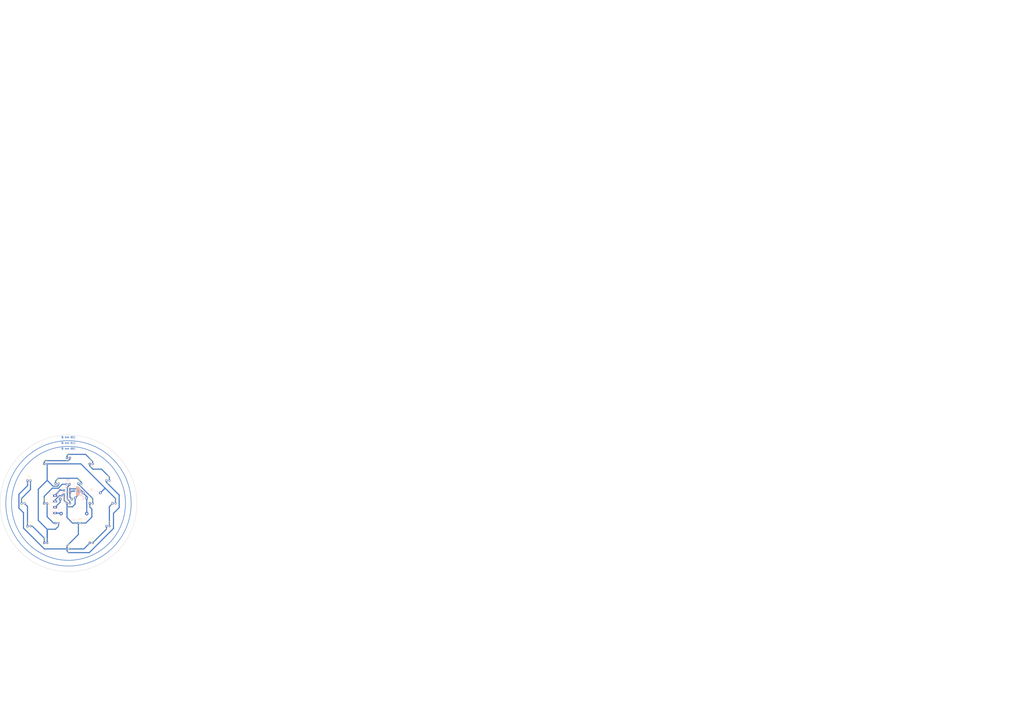
<source format=kicad_pcb>
(kicad_pcb (version 20171130) (host pcbnew 5.1.5+dfsg1-2build2)

  (general
    (thickness 1.6)
    (drawings 740)
    (tracks 140)
    (zones 0)
    (modules 29)
    (nets 22)
  )

  (page A4)
  (title_block
    (title "Mini Circular LED Panel")
    (date 2022-04-20)
    (rev 1)
    (comment 1 "Tec. Henrique Silva")
  )

  (layers
    (0 F.Cu signal)
    (31 B.Cu signal)
    (32 B.Adhes user)
    (33 F.Adhes user)
    (34 B.Paste user)
    (35 F.Paste user)
    (36 B.SilkS user)
    (37 F.SilkS user)
    (38 B.Mask user)
    (39 F.Mask user)
    (40 Dwgs.User user)
    (41 Cmts.User user)
    (42 Eco1.User user)
    (43 Eco2.User user)
    (44 Edge.Cuts user)
    (45 Margin user)
    (46 B.CrtYd user)
    (47 F.CrtYd user)
    (48 B.Fab user)
    (49 F.Fab user)
  )

  (setup
    (last_trace_width 1)
    (user_trace_width 0.65)
    (user_trace_width 0.75)
    (user_trace_width 1)
    (user_trace_width 1.5)
    (user_trace_width 1.75)
    (user_trace_width 2)
    (user_trace_width 3)
    (trace_clearance 0.25)
    (zone_clearance 0.508)
    (zone_45_only no)
    (trace_min 0.2)
    (via_size 0.8)
    (via_drill 0.4)
    (via_min_size 0.4)
    (via_min_drill 0.3)
    (user_via 1.7 0.8)
    (user_via 3 2)
    (uvia_size 0.3)
    (uvia_drill 0.1)
    (uvias_allowed no)
    (uvia_min_size 0.2)
    (uvia_min_drill 0.1)
    (edge_width 0.05)
    (segment_width 0.2)
    (pcb_text_width 0.3)
    (pcb_text_size 1.5 1.5)
    (mod_edge_width 0.12)
    (mod_text_size 1 1)
    (mod_text_width 0.15)
    (pad_size 1.524 1.524)
    (pad_drill 0.762)
    (pad_to_mask_clearance 0.051)
    (solder_mask_min_width 0.25)
    (aux_axis_origin 112.2 104)
    (grid_origin 112.2 104)
    (visible_elements FFFFEF7F)
    (pcbplotparams
      (layerselection 0x010fc_ffffffff)
      (usegerberextensions false)
      (usegerberattributes false)
      (usegerberadvancedattributes false)
      (creategerberjobfile false)
      (excludeedgelayer true)
      (linewidth 0.100000)
      (plotframeref false)
      (viasonmask false)
      (mode 1)
      (useauxorigin false)
      (hpglpennumber 1)
      (hpglpenspeed 20)
      (hpglpendiameter 15.000000)
      (psnegative false)
      (psa4output false)
      (plotreference true)
      (plotvalue true)
      (plotinvisibletext false)
      (padsonsilk false)
      (subtractmaskfromsilk false)
      (outputformat 1)
      (mirror false)
      (drillshape 1)
      (scaleselection 1)
      (outputdirectory ""))
  )

  (net 0 "")
  (net 1 PWR)
  (net 2 GND)
  (net 3 "Net-(D43-Pad1)")
  (net 4 "Net-(D45-Pad1)")
  (net 5 "Net-(D47-Pad1)")
  (net 6 "Net-(D49-Pad1)")
  (net 7 "Net-(D51-Pad1)")
  (net 8 "Net-(D53-Pad1)")
  (net 9 "Net-(D55-Pad1)")
  (net 10 "Net-(D57-Pad1)")
  (net 11 "Net-(D59-Pad1)")
  (net 12 "Net-(D63-Pad1)")
  (net 13 "Net-(F1-Pad1)")
  (net 14 Earth)
  (net 15 "Net-(C1-Pad1)")
  (net 16 "Net-(D44-Pad1)")
  (net 17 "Net-(D48-Pad1)")
  (net 18 "Net-(D52-Pad1)")
  (net 19 "Net-(D56-Pad1)")
  (net 20 "Net-(D60-Pad1)")
  (net 21 "Net-(D61-Pad2)")

  (net_class Default "This is the default net class."
    (clearance 0.25)
    (trace_width 0.25)
    (via_dia 0.8)
    (via_drill 0.4)
    (uvia_dia 0.3)
    (uvia_drill 0.1)
    (add_net Earth)
    (add_net GND)
    (add_net "Net-(C1-Pad1)")
    (add_net "Net-(D43-Pad1)")
    (add_net "Net-(D44-Pad1)")
    (add_net "Net-(D45-Pad1)")
    (add_net "Net-(D47-Pad1)")
    (add_net "Net-(D48-Pad1)")
    (add_net "Net-(D49-Pad1)")
    (add_net "Net-(D51-Pad1)")
    (add_net "Net-(D52-Pad1)")
    (add_net "Net-(D53-Pad1)")
    (add_net "Net-(D55-Pad1)")
    (add_net "Net-(D56-Pad1)")
    (add_net "Net-(D57-Pad1)")
    (add_net "Net-(D59-Pad1)")
    (add_net "Net-(D60-Pad1)")
    (add_net "Net-(D61-Pad2)")
    (add_net "Net-(D63-Pad1)")
    (add_net "Net-(F1-Pad1)")
    (add_net PWR)
  )

  (module Fuse:Fuseholder_Cylinder-5x20mm_Schurter_0031_8201_Horizontal_Open (layer B.Cu) (tedit 5D717D34) (tstamp 61AE374E)
    (at 105.7 113)
    (descr "Fuseholder horizontal open, 5x20mm, 500V, 16A, Schurter 0031.8201, https://us.schurter.com/bundles/snceschurter/epim/_ProdPool_/newDS/en/typ_OGN.pdf")
    (tags "Fuseholder horizontal open 5x20 Schurter 0031.8201")
    (path /61C2F40B)
    (fp_text reference F1 (at 11.25 6) (layer B.SilkS)
      (effects (font (size 1 1) (thickness 0.15)) (justify mirror))
    )
    (fp_text value "Fuse 1A" (at 11.25 -6) (layer B.Fab)
      (effects (font (size 1 1) (thickness 0.15)) (justify mirror))
    )
    (fp_line (start -0.11 -4.91) (end -0.11 -1.75) (layer B.SilkS) (width 0.12))
    (fp_line (start 24.25 5.05) (end 24.25 -5.05) (layer B.CrtYd) (width 0.05))
    (fp_line (start -0.11 -4.91) (end 22.61 -4.91) (layer B.SilkS) (width 0.12))
    (fp_line (start -1.75 5.05) (end 24.25 5.05) (layer B.CrtYd) (width 0.05))
    (fp_line (start 24.25 -5.05) (end -1.75 -5.05) (layer B.CrtYd) (width 0.05))
    (fp_line (start -0.11 4.91) (end 22.61 4.91) (layer B.SilkS) (width 0.12))
    (fp_line (start -0.11 1.75) (end -0.11 4.91) (layer B.SilkS) (width 0.12))
    (fp_line (start 22.61 1.75) (end 22.61 4.91) (layer B.SilkS) (width 0.12))
    (fp_line (start 22.61 -4.91) (end 22.61 -1.75) (layer B.SilkS) (width 0.12))
    (fp_line (start -1.75 -5.05) (end -1.75 5.05) (layer B.CrtYd) (width 0.05))
    (fp_line (start 22.5 4.8) (end 0 4.8) (layer B.Fab) (width 0.1))
    (fp_line (start 22.5 -4.8) (end 22.5 4.8) (layer B.Fab) (width 0.1))
    (fp_line (start 0 -4.8) (end 22.5 -4.8) (layer B.Fab) (width 0.1))
    (fp_line (start 0 4.8) (end 0 -4.8) (layer B.Fab) (width 0.1))
    (fp_text user %R (at 11.25 -4) (layer B.Fab)
      (effects (font (size 1 1) (thickness 0.15)) (justify mirror))
    )
    (pad "" np_thru_hole circle (at 11.25 0) (size 2.7 2.7) (drill 2.7) (layers *.Cu *.Mask))
    (pad 2 thru_hole circle (at 22.5 0) (size 3 3) (drill 1.3) (layers *.Cu *.Mask)
      (net 15 "Net-(C1-Pad1)"))
    (pad 1 thru_hole circle (at 0 0) (size 3 3) (drill 1.3) (layers *.Cu *.Mask)
      (net 13 "Net-(F1-Pad1)"))
    (model ${KISYS3DMOD}/Fuse.3dshapes/Fuseholder_Cylinder-5x20mm_Schurter_0031_8201_Horizontal_Open.wrl
      (at (xyz 0 0 0))
      (scale (xyz 1 1 1))
      (rotate (xyz 0 0 0))
    )
  )

  (module Capacitor_THT:CP_Radial_D8.0mm_P3.50mm (layer B.Cu) (tedit 5AE50EF0) (tstamp 61AF7B04)
    (at 117.2 93.25)
    (descr "CP, Radial series, Radial, pin pitch=3.50mm, , diameter=8mm, Electrolytic Capacitor")
    (tags "CP Radial series Radial pin pitch 3.50mm  diameter 8mm Electrolytic Capacitor")
    (path /61C81C92)
    (fp_text reference C1 (at 1.75 5.25) (layer B.SilkS)
      (effects (font (size 1 1) (thickness 0.15)) (justify mirror))
    )
    (fp_text value "16V 330uf" (at 1.75 -5.25) (layer B.Fab)
      (effects (font (size 1 1) (thickness 0.15)) (justify mirror))
    )
    (fp_circle (center 1.75 0) (end 5.75 0) (layer B.Fab) (width 0.1))
    (fp_circle (center 1.75 0) (end 5.87 0) (layer B.SilkS) (width 0.12))
    (fp_circle (center 1.75 0) (end 6 0) (layer B.CrtYd) (width 0.05))
    (fp_line (start -1.676759 1.7475) (end -0.876759 1.7475) (layer B.Fab) (width 0.1))
    (fp_line (start -1.276759 2.1475) (end -1.276759 1.3475) (layer B.Fab) (width 0.1))
    (fp_line (start 1.75 4.08) (end 1.75 -4.08) (layer B.SilkS) (width 0.12))
    (fp_line (start 1.79 4.08) (end 1.79 -4.08) (layer B.SilkS) (width 0.12))
    (fp_line (start 1.83 4.08) (end 1.83 -4.08) (layer B.SilkS) (width 0.12))
    (fp_line (start 1.87 4.079) (end 1.87 -4.079) (layer B.SilkS) (width 0.12))
    (fp_line (start 1.91 4.077) (end 1.91 -4.077) (layer B.SilkS) (width 0.12))
    (fp_line (start 1.95 4.076) (end 1.95 -4.076) (layer B.SilkS) (width 0.12))
    (fp_line (start 1.99 4.074) (end 1.99 -4.074) (layer B.SilkS) (width 0.12))
    (fp_line (start 2.03 4.071) (end 2.03 -4.071) (layer B.SilkS) (width 0.12))
    (fp_line (start 2.07 4.068) (end 2.07 -4.068) (layer B.SilkS) (width 0.12))
    (fp_line (start 2.11 4.065) (end 2.11 -4.065) (layer B.SilkS) (width 0.12))
    (fp_line (start 2.15 4.061) (end 2.15 -4.061) (layer B.SilkS) (width 0.12))
    (fp_line (start 2.19 4.057) (end 2.19 -4.057) (layer B.SilkS) (width 0.12))
    (fp_line (start 2.23 4.052) (end 2.23 -4.052) (layer B.SilkS) (width 0.12))
    (fp_line (start 2.27 4.048) (end 2.27 -4.048) (layer B.SilkS) (width 0.12))
    (fp_line (start 2.31 4.042) (end 2.31 -4.042) (layer B.SilkS) (width 0.12))
    (fp_line (start 2.35 4.037) (end 2.35 -4.037) (layer B.SilkS) (width 0.12))
    (fp_line (start 2.39 4.03) (end 2.39 -4.03) (layer B.SilkS) (width 0.12))
    (fp_line (start 2.43 4.024) (end 2.43 -4.024) (layer B.SilkS) (width 0.12))
    (fp_line (start 2.471 4.017) (end 2.471 1.04) (layer B.SilkS) (width 0.12))
    (fp_line (start 2.471 -1.04) (end 2.471 -4.017) (layer B.SilkS) (width 0.12))
    (fp_line (start 2.511 4.01) (end 2.511 1.04) (layer B.SilkS) (width 0.12))
    (fp_line (start 2.511 -1.04) (end 2.511 -4.01) (layer B.SilkS) (width 0.12))
    (fp_line (start 2.551 4.002) (end 2.551 1.04) (layer B.SilkS) (width 0.12))
    (fp_line (start 2.551 -1.04) (end 2.551 -4.002) (layer B.SilkS) (width 0.12))
    (fp_line (start 2.591 3.994) (end 2.591 1.04) (layer B.SilkS) (width 0.12))
    (fp_line (start 2.591 -1.04) (end 2.591 -3.994) (layer B.SilkS) (width 0.12))
    (fp_line (start 2.631 3.985) (end 2.631 1.04) (layer B.SilkS) (width 0.12))
    (fp_line (start 2.631 -1.04) (end 2.631 -3.985) (layer B.SilkS) (width 0.12))
    (fp_line (start 2.671 3.976) (end 2.671 1.04) (layer B.SilkS) (width 0.12))
    (fp_line (start 2.671 -1.04) (end 2.671 -3.976) (layer B.SilkS) (width 0.12))
    (fp_line (start 2.711 3.967) (end 2.711 1.04) (layer B.SilkS) (width 0.12))
    (fp_line (start 2.711 -1.04) (end 2.711 -3.967) (layer B.SilkS) (width 0.12))
    (fp_line (start 2.751 3.957) (end 2.751 1.04) (layer B.SilkS) (width 0.12))
    (fp_line (start 2.751 -1.04) (end 2.751 -3.957) (layer B.SilkS) (width 0.12))
    (fp_line (start 2.791 3.947) (end 2.791 1.04) (layer B.SilkS) (width 0.12))
    (fp_line (start 2.791 -1.04) (end 2.791 -3.947) (layer B.SilkS) (width 0.12))
    (fp_line (start 2.831 3.936) (end 2.831 1.04) (layer B.SilkS) (width 0.12))
    (fp_line (start 2.831 -1.04) (end 2.831 -3.936) (layer B.SilkS) (width 0.12))
    (fp_line (start 2.871 3.925) (end 2.871 1.04) (layer B.SilkS) (width 0.12))
    (fp_line (start 2.871 -1.04) (end 2.871 -3.925) (layer B.SilkS) (width 0.12))
    (fp_line (start 2.911 3.914) (end 2.911 1.04) (layer B.SilkS) (width 0.12))
    (fp_line (start 2.911 -1.04) (end 2.911 -3.914) (layer B.SilkS) (width 0.12))
    (fp_line (start 2.951 3.902) (end 2.951 1.04) (layer B.SilkS) (width 0.12))
    (fp_line (start 2.951 -1.04) (end 2.951 -3.902) (layer B.SilkS) (width 0.12))
    (fp_line (start 2.991 3.889) (end 2.991 1.04) (layer B.SilkS) (width 0.12))
    (fp_line (start 2.991 -1.04) (end 2.991 -3.889) (layer B.SilkS) (width 0.12))
    (fp_line (start 3.031 3.877) (end 3.031 1.04) (layer B.SilkS) (width 0.12))
    (fp_line (start 3.031 -1.04) (end 3.031 -3.877) (layer B.SilkS) (width 0.12))
    (fp_line (start 3.071 3.863) (end 3.071 1.04) (layer B.SilkS) (width 0.12))
    (fp_line (start 3.071 -1.04) (end 3.071 -3.863) (layer B.SilkS) (width 0.12))
    (fp_line (start 3.111 3.85) (end 3.111 1.04) (layer B.SilkS) (width 0.12))
    (fp_line (start 3.111 -1.04) (end 3.111 -3.85) (layer B.SilkS) (width 0.12))
    (fp_line (start 3.151 3.835) (end 3.151 1.04) (layer B.SilkS) (width 0.12))
    (fp_line (start 3.151 -1.04) (end 3.151 -3.835) (layer B.SilkS) (width 0.12))
    (fp_line (start 3.191 3.821) (end 3.191 1.04) (layer B.SilkS) (width 0.12))
    (fp_line (start 3.191 -1.04) (end 3.191 -3.821) (layer B.SilkS) (width 0.12))
    (fp_line (start 3.231 3.805) (end 3.231 1.04) (layer B.SilkS) (width 0.12))
    (fp_line (start 3.231 -1.04) (end 3.231 -3.805) (layer B.SilkS) (width 0.12))
    (fp_line (start 3.271 3.79) (end 3.271 1.04) (layer B.SilkS) (width 0.12))
    (fp_line (start 3.271 -1.04) (end 3.271 -3.79) (layer B.SilkS) (width 0.12))
    (fp_line (start 3.311 3.774) (end 3.311 1.04) (layer B.SilkS) (width 0.12))
    (fp_line (start 3.311 -1.04) (end 3.311 -3.774) (layer B.SilkS) (width 0.12))
    (fp_line (start 3.351 3.757) (end 3.351 1.04) (layer B.SilkS) (width 0.12))
    (fp_line (start 3.351 -1.04) (end 3.351 -3.757) (layer B.SilkS) (width 0.12))
    (fp_line (start 3.391 3.74) (end 3.391 1.04) (layer B.SilkS) (width 0.12))
    (fp_line (start 3.391 -1.04) (end 3.391 -3.74) (layer B.SilkS) (width 0.12))
    (fp_line (start 3.431 3.722) (end 3.431 1.04) (layer B.SilkS) (width 0.12))
    (fp_line (start 3.431 -1.04) (end 3.431 -3.722) (layer B.SilkS) (width 0.12))
    (fp_line (start 3.471 3.704) (end 3.471 1.04) (layer B.SilkS) (width 0.12))
    (fp_line (start 3.471 -1.04) (end 3.471 -3.704) (layer B.SilkS) (width 0.12))
    (fp_line (start 3.511 3.686) (end 3.511 1.04) (layer B.SilkS) (width 0.12))
    (fp_line (start 3.511 -1.04) (end 3.511 -3.686) (layer B.SilkS) (width 0.12))
    (fp_line (start 3.551 3.666) (end 3.551 1.04) (layer B.SilkS) (width 0.12))
    (fp_line (start 3.551 -1.04) (end 3.551 -3.666) (layer B.SilkS) (width 0.12))
    (fp_line (start 3.591 3.647) (end 3.591 1.04) (layer B.SilkS) (width 0.12))
    (fp_line (start 3.591 -1.04) (end 3.591 -3.647) (layer B.SilkS) (width 0.12))
    (fp_line (start 3.631 3.627) (end 3.631 1.04) (layer B.SilkS) (width 0.12))
    (fp_line (start 3.631 -1.04) (end 3.631 -3.627) (layer B.SilkS) (width 0.12))
    (fp_line (start 3.671 3.606) (end 3.671 1.04) (layer B.SilkS) (width 0.12))
    (fp_line (start 3.671 -1.04) (end 3.671 -3.606) (layer B.SilkS) (width 0.12))
    (fp_line (start 3.711 3.584) (end 3.711 1.04) (layer B.SilkS) (width 0.12))
    (fp_line (start 3.711 -1.04) (end 3.711 -3.584) (layer B.SilkS) (width 0.12))
    (fp_line (start 3.751 3.562) (end 3.751 1.04) (layer B.SilkS) (width 0.12))
    (fp_line (start 3.751 -1.04) (end 3.751 -3.562) (layer B.SilkS) (width 0.12))
    (fp_line (start 3.791 3.54) (end 3.791 1.04) (layer B.SilkS) (width 0.12))
    (fp_line (start 3.791 -1.04) (end 3.791 -3.54) (layer B.SilkS) (width 0.12))
    (fp_line (start 3.831 3.517) (end 3.831 1.04) (layer B.SilkS) (width 0.12))
    (fp_line (start 3.831 -1.04) (end 3.831 -3.517) (layer B.SilkS) (width 0.12))
    (fp_line (start 3.871 3.493) (end 3.871 1.04) (layer B.SilkS) (width 0.12))
    (fp_line (start 3.871 -1.04) (end 3.871 -3.493) (layer B.SilkS) (width 0.12))
    (fp_line (start 3.911 3.469) (end 3.911 1.04) (layer B.SilkS) (width 0.12))
    (fp_line (start 3.911 -1.04) (end 3.911 -3.469) (layer B.SilkS) (width 0.12))
    (fp_line (start 3.951 3.444) (end 3.951 1.04) (layer B.SilkS) (width 0.12))
    (fp_line (start 3.951 -1.04) (end 3.951 -3.444) (layer B.SilkS) (width 0.12))
    (fp_line (start 3.991 3.418) (end 3.991 1.04) (layer B.SilkS) (width 0.12))
    (fp_line (start 3.991 -1.04) (end 3.991 -3.418) (layer B.SilkS) (width 0.12))
    (fp_line (start 4.031 3.392) (end 4.031 1.04) (layer B.SilkS) (width 0.12))
    (fp_line (start 4.031 -1.04) (end 4.031 -3.392) (layer B.SilkS) (width 0.12))
    (fp_line (start 4.071 3.365) (end 4.071 1.04) (layer B.SilkS) (width 0.12))
    (fp_line (start 4.071 -1.04) (end 4.071 -3.365) (layer B.SilkS) (width 0.12))
    (fp_line (start 4.111 3.338) (end 4.111 1.04) (layer B.SilkS) (width 0.12))
    (fp_line (start 4.111 -1.04) (end 4.111 -3.338) (layer B.SilkS) (width 0.12))
    (fp_line (start 4.151 3.309) (end 4.151 1.04) (layer B.SilkS) (width 0.12))
    (fp_line (start 4.151 -1.04) (end 4.151 -3.309) (layer B.SilkS) (width 0.12))
    (fp_line (start 4.191 3.28) (end 4.191 1.04) (layer B.SilkS) (width 0.12))
    (fp_line (start 4.191 -1.04) (end 4.191 -3.28) (layer B.SilkS) (width 0.12))
    (fp_line (start 4.231 3.25) (end 4.231 1.04) (layer B.SilkS) (width 0.12))
    (fp_line (start 4.231 -1.04) (end 4.231 -3.25) (layer B.SilkS) (width 0.12))
    (fp_line (start 4.271 3.22) (end 4.271 1.04) (layer B.SilkS) (width 0.12))
    (fp_line (start 4.271 -1.04) (end 4.271 -3.22) (layer B.SilkS) (width 0.12))
    (fp_line (start 4.311 3.189) (end 4.311 1.04) (layer B.SilkS) (width 0.12))
    (fp_line (start 4.311 -1.04) (end 4.311 -3.189) (layer B.SilkS) (width 0.12))
    (fp_line (start 4.351 3.156) (end 4.351 1.04) (layer B.SilkS) (width 0.12))
    (fp_line (start 4.351 -1.04) (end 4.351 -3.156) (layer B.SilkS) (width 0.12))
    (fp_line (start 4.391 3.124) (end 4.391 1.04) (layer B.SilkS) (width 0.12))
    (fp_line (start 4.391 -1.04) (end 4.391 -3.124) (layer B.SilkS) (width 0.12))
    (fp_line (start 4.431 3.09) (end 4.431 1.04) (layer B.SilkS) (width 0.12))
    (fp_line (start 4.431 -1.04) (end 4.431 -3.09) (layer B.SilkS) (width 0.12))
    (fp_line (start 4.471 3.055) (end 4.471 1.04) (layer B.SilkS) (width 0.12))
    (fp_line (start 4.471 -1.04) (end 4.471 -3.055) (layer B.SilkS) (width 0.12))
    (fp_line (start 4.511 3.019) (end 4.511 1.04) (layer B.SilkS) (width 0.12))
    (fp_line (start 4.511 -1.04) (end 4.511 -3.019) (layer B.SilkS) (width 0.12))
    (fp_line (start 4.551 2.983) (end 4.551 -2.983) (layer B.SilkS) (width 0.12))
    (fp_line (start 4.591 2.945) (end 4.591 -2.945) (layer B.SilkS) (width 0.12))
    (fp_line (start 4.631 2.907) (end 4.631 -2.907) (layer B.SilkS) (width 0.12))
    (fp_line (start 4.671 2.867) (end 4.671 -2.867) (layer B.SilkS) (width 0.12))
    (fp_line (start 4.711 2.826) (end 4.711 -2.826) (layer B.SilkS) (width 0.12))
    (fp_line (start 4.751 2.784) (end 4.751 -2.784) (layer B.SilkS) (width 0.12))
    (fp_line (start 4.791 2.741) (end 4.791 -2.741) (layer B.SilkS) (width 0.12))
    (fp_line (start 4.831 2.697) (end 4.831 -2.697) (layer B.SilkS) (width 0.12))
    (fp_line (start 4.871 2.651) (end 4.871 -2.651) (layer B.SilkS) (width 0.12))
    (fp_line (start 4.911 2.604) (end 4.911 -2.604) (layer B.SilkS) (width 0.12))
    (fp_line (start 4.951 2.556) (end 4.951 -2.556) (layer B.SilkS) (width 0.12))
    (fp_line (start 4.991 2.505) (end 4.991 -2.505) (layer B.SilkS) (width 0.12))
    (fp_line (start 5.031 2.454) (end 5.031 -2.454) (layer B.SilkS) (width 0.12))
    (fp_line (start 5.071 2.4) (end 5.071 -2.4) (layer B.SilkS) (width 0.12))
    (fp_line (start 5.111 2.345) (end 5.111 -2.345) (layer B.SilkS) (width 0.12))
    (fp_line (start 5.151 2.287) (end 5.151 -2.287) (layer B.SilkS) (width 0.12))
    (fp_line (start 5.191 2.228) (end 5.191 -2.228) (layer B.SilkS) (width 0.12))
    (fp_line (start 5.231 2.166) (end 5.231 -2.166) (layer B.SilkS) (width 0.12))
    (fp_line (start 5.271 2.102) (end 5.271 -2.102) (layer B.SilkS) (width 0.12))
    (fp_line (start 5.311 2.034) (end 5.311 -2.034) (layer B.SilkS) (width 0.12))
    (fp_line (start 5.351 1.964) (end 5.351 -1.964) (layer B.SilkS) (width 0.12))
    (fp_line (start 5.391 1.89) (end 5.391 -1.89) (layer B.SilkS) (width 0.12))
    (fp_line (start 5.431 1.813) (end 5.431 -1.813) (layer B.SilkS) (width 0.12))
    (fp_line (start 5.471 1.731) (end 5.471 -1.731) (layer B.SilkS) (width 0.12))
    (fp_line (start 5.511 1.645) (end 5.511 -1.645) (layer B.SilkS) (width 0.12))
    (fp_line (start 5.551 1.552) (end 5.551 -1.552) (layer B.SilkS) (width 0.12))
    (fp_line (start 5.591 1.453) (end 5.591 -1.453) (layer B.SilkS) (width 0.12))
    (fp_line (start 5.631 1.346) (end 5.631 -1.346) (layer B.SilkS) (width 0.12))
    (fp_line (start 5.671 1.229) (end 5.671 -1.229) (layer B.SilkS) (width 0.12))
    (fp_line (start 5.711 1.098) (end 5.711 -1.098) (layer B.SilkS) (width 0.12))
    (fp_line (start 5.751 0.948) (end 5.751 -0.948) (layer B.SilkS) (width 0.12))
    (fp_line (start 5.791 0.768) (end 5.791 -0.768) (layer B.SilkS) (width 0.12))
    (fp_line (start 5.831 0.533) (end 5.831 -0.533) (layer B.SilkS) (width 0.12))
    (fp_line (start -2.659698 2.315) (end -1.859698 2.315) (layer B.SilkS) (width 0.12))
    (fp_line (start -2.259698 2.715) (end -2.259698 1.915) (layer B.SilkS) (width 0.12))
    (fp_text user %R (at 1.75 0) (layer B.Fab)
      (effects (font (size 1 1) (thickness 0.15)) (justify mirror))
    )
    (pad 1 thru_hole rect (at 0 0) (size 1.6 1.6) (drill 0.8) (layers *.Cu *.Mask)
      (net 15 "Net-(C1-Pad1)"))
    (pad 2 thru_hole circle (at 3.5 0) (size 1.6 1.6) (drill 0.8) (layers *.Cu *.Mask)
      (net 2 GND))
    (model ${KISYS3DMOD}/Capacitor_THT.3dshapes/CP_Radial_D8.0mm_P3.50mm.wrl
      (at (xyz 0 0 0))
      (scale (xyz 1 1 1))
      (rotate (xyz 0 0 0))
    )
  )

  (module Connector_Phoenix_MC_HighVoltage:PhoenixContact_MCV_1,5_4-G-5.08_1x04_P5.08mm_Vertical (layer B.Cu) (tedit 5B784ED3) (tstamp 61ADB409)
    (at 100.45 97.25 270)
    (descr "Generic Phoenix Contact connector footprint for: MCV_1,5/4-G-5.08; number of pins: 04; pin pitch: 5.08mm; Vertical || order number: 1836312 8A 320V")
    (tags "phoenix_contact connector MCV_01x04_G_5.08mm")
    (path /61ADDB70)
    (fp_text reference J1 (at 7.62 5.55 90) (layer B.SilkS)
      (effects (font (size 1 1) (thickness 0.15)) (justify mirror))
    )
    (fp_text value pw_input (at 7.62 -4.1 90) (layer B.Fab)
      (effects (font (size 1 1) (thickness 0.15)) (justify mirror))
    )
    (fp_text user %R (at 7.62 3.65 90) (layer B.Fab)
      (effects (font (size 1 1) (thickness 0.15)) (justify mirror))
    )
    (fp_line (start -3.04 4.85) (end -1.04 4.85) (layer B.Fab) (width 0.1))
    (fp_line (start -3.04 3.6) (end -3.04 4.85) (layer B.Fab) (width 0.1))
    (fp_line (start -3.04 4.85) (end -1.04 4.85) (layer B.SilkS) (width 0.12))
    (fp_line (start -3.04 3.6) (end -3.04 4.85) (layer B.SilkS) (width 0.12))
    (fp_line (start 18.28 4.85) (end -3.04 4.85) (layer B.CrtYd) (width 0.05))
    (fp_line (start 18.28 -3.4) (end 18.28 4.85) (layer B.CrtYd) (width 0.05))
    (fp_line (start -3.04 -3.4) (end 18.28 -3.4) (layer B.CrtYd) (width 0.05))
    (fp_line (start -3.04 4.85) (end -3.04 -3.4) (layer B.CrtYd) (width 0.05))
    (fp_line (start 16.74 -2.15) (end 15.99 -2.15) (layer B.SilkS) (width 0.12))
    (fp_line (start 16.74 2.15) (end 16.74 -2.15) (layer B.SilkS) (width 0.12))
    (fp_line (start 15.99 2.15) (end 16.74 2.15) (layer B.SilkS) (width 0.12))
    (fp_line (start 15.99 2.5) (end 15.99 2.15) (layer B.SilkS) (width 0.12))
    (fp_line (start 16.49 2.5) (end 15.99 2.5) (layer B.SilkS) (width 0.12))
    (fp_line (start 16.74 3.5) (end 16.49 2.5) (layer B.SilkS) (width 0.12))
    (fp_line (start 13.74 3.5) (end 16.74 3.5) (layer B.SilkS) (width 0.12))
    (fp_line (start 13.99 2.5) (end 13.74 3.5) (layer B.SilkS) (width 0.12))
    (fp_line (start 14.49 2.5) (end 13.99 2.5) (layer B.SilkS) (width 0.12))
    (fp_line (start 14.49 2.15) (end 14.49 2.5) (layer B.SilkS) (width 0.12))
    (fp_line (start 13.74 2.15) (end 14.49 2.15) (layer B.SilkS) (width 0.12))
    (fp_line (start 13.74 -2.15) (end 13.74 2.15) (layer B.SilkS) (width 0.12))
    (fp_line (start 14.49 -2.15) (end 13.74 -2.15) (layer B.SilkS) (width 0.12))
    (fp_line (start 11.66 -2.15) (end 10.91 -2.15) (layer B.SilkS) (width 0.12))
    (fp_line (start 11.66 2.15) (end 11.66 -2.15) (layer B.SilkS) (width 0.12))
    (fp_line (start 10.91 2.15) (end 11.66 2.15) (layer B.SilkS) (width 0.12))
    (fp_line (start 10.91 2.5) (end 10.91 2.15) (layer B.SilkS) (width 0.12))
    (fp_line (start 11.41 2.5) (end 10.91 2.5) (layer B.SilkS) (width 0.12))
    (fp_line (start 11.66 3.5) (end 11.41 2.5) (layer B.SilkS) (width 0.12))
    (fp_line (start 8.66 3.5) (end 11.66 3.5) (layer B.SilkS) (width 0.12))
    (fp_line (start 8.91 2.5) (end 8.66 3.5) (layer B.SilkS) (width 0.12))
    (fp_line (start 9.41 2.5) (end 8.91 2.5) (layer B.SilkS) (width 0.12))
    (fp_line (start 9.41 2.15) (end 9.41 2.5) (layer B.SilkS) (width 0.12))
    (fp_line (start 8.66 2.15) (end 9.41 2.15) (layer B.SilkS) (width 0.12))
    (fp_line (start 8.66 -2.15) (end 8.66 2.15) (layer B.SilkS) (width 0.12))
    (fp_line (start 9.41 -2.15) (end 8.66 -2.15) (layer B.SilkS) (width 0.12))
    (fp_line (start 6.58 -2.15) (end 5.83 -2.15) (layer B.SilkS) (width 0.12))
    (fp_line (start 6.58 2.15) (end 6.58 -2.15) (layer B.SilkS) (width 0.12))
    (fp_line (start 5.83 2.15) (end 6.58 2.15) (layer B.SilkS) (width 0.12))
    (fp_line (start 5.83 2.5) (end 5.83 2.15) (layer B.SilkS) (width 0.12))
    (fp_line (start 6.33 2.5) (end 5.83 2.5) (layer B.SilkS) (width 0.12))
    (fp_line (start 6.58 3.5) (end 6.33 2.5) (layer B.SilkS) (width 0.12))
    (fp_line (start 3.58 3.5) (end 6.58 3.5) (layer B.SilkS) (width 0.12))
    (fp_line (start 3.83 2.5) (end 3.58 3.5) (layer B.SilkS) (width 0.12))
    (fp_line (start 4.33 2.5) (end 3.83 2.5) (layer B.SilkS) (width 0.12))
    (fp_line (start 4.33 2.15) (end 4.33 2.5) (layer B.SilkS) (width 0.12))
    (fp_line (start 3.58 2.15) (end 4.33 2.15) (layer B.SilkS) (width 0.12))
    (fp_line (start 3.58 -2.15) (end 3.58 2.15) (layer B.SilkS) (width 0.12))
    (fp_line (start 4.33 -2.15) (end 3.58 -2.15) (layer B.SilkS) (width 0.12))
    (fp_line (start 1.5 -2.15) (end 0.75 -2.15) (layer B.SilkS) (width 0.12))
    (fp_line (start 1.5 2.15) (end 1.5 -2.15) (layer B.SilkS) (width 0.12))
    (fp_line (start 0.75 2.15) (end 1.5 2.15) (layer B.SilkS) (width 0.12))
    (fp_line (start 0.75 2.5) (end 0.75 2.15) (layer B.SilkS) (width 0.12))
    (fp_line (start 1.25 2.5) (end 0.75 2.5) (layer B.SilkS) (width 0.12))
    (fp_line (start 1.5 3.5) (end 1.25 2.5) (layer B.SilkS) (width 0.12))
    (fp_line (start -1.5 3.5) (end 1.5 3.5) (layer B.SilkS) (width 0.12))
    (fp_line (start -1.25 2.5) (end -1.5 3.5) (layer B.SilkS) (width 0.12))
    (fp_line (start -0.75 2.5) (end -1.25 2.5) (layer B.SilkS) (width 0.12))
    (fp_line (start -0.75 2.15) (end -0.75 2.5) (layer B.SilkS) (width 0.12))
    (fp_line (start -1.5 2.15) (end -0.75 2.15) (layer B.SilkS) (width 0.12))
    (fp_line (start -1.5 -2.15) (end -1.5 2.15) (layer B.SilkS) (width 0.12))
    (fp_line (start -0.75 -2.15) (end -1.5 -2.15) (layer B.SilkS) (width 0.12))
    (fp_line (start 17.78 4.35) (end -2.54 4.35) (layer B.Fab) (width 0.1))
    (fp_line (start 17.78 -2.9) (end 17.78 4.35) (layer B.Fab) (width 0.1))
    (fp_line (start -2.54 -2.9) (end 17.78 -2.9) (layer B.Fab) (width 0.1))
    (fp_line (start -2.54 4.35) (end -2.54 -2.9) (layer B.Fab) (width 0.1))
    (fp_line (start 17.89 4.46) (end -2.65 4.46) (layer B.SilkS) (width 0.12))
    (fp_line (start 17.89 -3.01) (end 17.89 4.46) (layer B.SilkS) (width 0.12))
    (fp_line (start -2.65 -3.01) (end 17.89 -3.01) (layer B.SilkS) (width 0.12))
    (fp_line (start -2.65 4.46) (end -2.65 -3.01) (layer B.SilkS) (width 0.12))
    (fp_arc (start 15.24 -3.85) (end 14.49 -2.15) (angle -47.6) (layer B.SilkS) (width 0.12))
    (fp_arc (start 10.16 -3.85) (end 9.41 -2.15) (angle -47.6) (layer B.SilkS) (width 0.12))
    (fp_arc (start 5.08 -3.85) (end 4.33 -2.15) (angle -47.6) (layer B.SilkS) (width 0.12))
    (fp_arc (start 0 -3.85) (end -0.75 -2.15) (angle -47.6) (layer B.SilkS) (width 0.12))
    (pad 4 thru_hole oval (at 15.24 0 270) (size 1.8 3.6) (drill 1.2) (layers *.Cu *.Mask)
      (net 13 "Net-(F1-Pad1)"))
    (pad 3 thru_hole oval (at 10.16 0 270) (size 1.8 3.6) (drill 1.2) (layers *.Cu *.Mask)
      (net 12 "Net-(D63-Pad1)"))
    (pad 2 thru_hole oval (at 5.08 0 270) (size 1.8 3.6) (drill 1.2) (layers *.Cu *.Mask)
      (net 2 GND))
    (pad 1 thru_hole roundrect (at 0 0 270) (size 1.8 3.6) (drill 1.2) (layers *.Cu *.Mask) (roundrect_rratio 0.138889)
      (net 14 Earth))
    (model ${KISYS3DMOD}/Connector_Phoenix_MC_HighVoltage.3dshapes/PhoenixContact_MCV_1,5_4-G-5.08_1x04_P5.08mm_Vertical.wrl
      (at (xyz 0 0 0))
      (scale (xyz 1 1 1))
      (rotate (xyz 0 0 0))
    )
  )

  (module Varistor:RV_Disc_D7mm_W3.4mm_P5mm (layer B.Cu) (tedit 5A0F68DF) (tstamp 6260A45C)
    (at 113.45 94.75 180)
    (descr "Varistor, diameter 7mm, width 3.4mm, pitch 5mm")
    (tags "varistor SIOV")
    (path /61BA1252)
    (fp_text reference RV1 (at 2.5 -3.35) (layer B.SilkS)
      (effects (font (size 1 1) (thickness 0.15)) (justify mirror))
    )
    (fp_text value 14V (at 2.5 2.05) (layer B.Fab)
      (effects (font (size 1 1) (thickness 0.15)) (justify mirror))
    )
    (fp_line (start -1 1.05) (end -1 -2.35) (layer B.Fab) (width 0.1))
    (fp_line (start 6 1.05) (end 6 -2.35) (layer B.Fab) (width 0.1))
    (fp_line (start -1 1.05) (end 6 1.05) (layer B.Fab) (width 0.1))
    (fp_line (start -1 -2.35) (end 6 -2.35) (layer B.Fab) (width 0.1))
    (fp_line (start -1 1.05) (end -1 -2.35) (layer B.SilkS) (width 0.15))
    (fp_line (start 6 1.05) (end 6 -2.35) (layer B.SilkS) (width 0.15))
    (fp_line (start -1 1.05) (end 6 1.05) (layer B.SilkS) (width 0.15))
    (fp_line (start -1 -2.35) (end 6 -2.35) (layer B.SilkS) (width 0.15))
    (fp_line (start -1.25 1.3) (end -1.25 -2.6) (layer B.CrtYd) (width 0.05))
    (fp_line (start 6.25 1.3) (end 6.25 -2.6) (layer B.CrtYd) (width 0.05))
    (fp_line (start -1.25 1.3) (end 6.25 1.3) (layer B.CrtYd) (width 0.05))
    (fp_line (start -1.25 -2.6) (end 6.25 -2.6) (layer B.CrtYd) (width 0.05))
    (fp_text user %R (at 2.5 -0.65) (layer B.Fab)
      (effects (font (size 1 1) (thickness 0.15)) (justify mirror))
    )
    (pad 2 thru_hole circle (at 5 -1.3 180) (size 1.6 1.6) (drill 0.6) (layers *.Cu *.Mask)
      (net 2 GND))
    (pad 1 thru_hole circle (at 0 0 180) (size 1.6 1.6) (drill 0.6) (layers *.Cu *.Mask)
      (net 15 "Net-(C1-Pad1)"))
    (model ${KISYS3DMOD}/Varistor.3dshapes/RV_Disc_D7mm_W3.4mm_P5mm.wrl
      (at (xyz 0 0 0))
      (scale (xyz 1 1 1))
      (rotate (xyz 0 0 0))
    )
  )

  (module LED_THT:LED_D5.0mm_Clear (layer F.Cu) (tedit 5A6C9BC0) (tstamp 61ADA667)
    (at 130.9 104)
    (descr "LED, diameter 5.0mm, 2 pins, http://cdn-reichelt.de/documents/datenblatt/A500/LL-504BC2E-009.pdf")
    (tags "LED diameter 5.0mm 2 pins")
    (path /61B4FB80)
    (fp_text reference D57 (at 1.27 -3.96) (layer F.SilkS)
      (effects (font (size 1 1) (thickness 0.15)))
    )
    (fp_text value LED (at 1.27 3.96) (layer F.Fab)
      (effects (font (size 1 1) (thickness 0.15)))
    )
    (fp_arc (start 1.27 0) (end -1.29 1.54483) (angle -148.9) (layer F.SilkS) (width 0.12))
    (fp_arc (start 1.27 0) (end -1.29 -1.54483) (angle 148.9) (layer F.SilkS) (width 0.12))
    (fp_arc (start 1.27 0) (end -1.23 -1.469694) (angle 299.1) (layer F.Fab) (width 0.1))
    (fp_circle (center 1.27 0) (end 3.77 0) (layer F.SilkS) (width 0.12))
    (fp_circle (center 1.27 0) (end 3.77 0) (layer F.Fab) (width 0.1))
    (fp_line (start 4.5 -3.25) (end -1.95 -3.25) (layer F.CrtYd) (width 0.05))
    (fp_line (start 4.5 3.25) (end 4.5 -3.25) (layer F.CrtYd) (width 0.05))
    (fp_line (start -1.95 3.25) (end 4.5 3.25) (layer F.CrtYd) (width 0.05))
    (fp_line (start -1.95 -3.25) (end -1.95 3.25) (layer F.CrtYd) (width 0.05))
    (fp_line (start -1.29 -1.545) (end -1.29 1.545) (layer F.SilkS) (width 0.12))
    (fp_line (start -1.23 -1.469694) (end -1.23 1.469694) (layer F.Fab) (width 0.1))
    (fp_text user %R (at 1.25 0) (layer F.Fab)
      (effects (font (size 0.8 0.8) (thickness 0.2)))
    )
    (pad 2 thru_hole circle (at 2.54 0) (size 1.8 1.8) (drill 0.9) (layers *.Cu *.Mask)
      (net 19 "Net-(D56-Pad1)"))
    (pad 1 thru_hole rect (at 0 0) (size 1.8 1.8) (drill 0.9) (layers *.Cu *.Mask)
      (net 10 "Net-(D57-Pad1)"))
    (model ${KISYS3DMOD}/LED_THT.3dshapes/LED_D5.0mm_Clear.wrl
      (at (xyz 0 0 0))
      (scale (xyz 1 1 1))
      (rotate (xyz 0 0 0))
    )
  )

  (module LED_THT:LED_D5.0mm_IRBlack (layer B.Cu) (tedit 5A6C9BB8) (tstamp 6260650D)
    (at 112.95 87.25 180)
    (descr "LED, diameter 5.0mm, 2 pins, http://cdn-reichelt.de/documents/datenblatt/A500/LL-504BC2E-009.pdf")
    (tags "LED diameter 5.0mm 2 pins")
    (path /61B68F6E)
    (fp_text reference D62 (at 1.27 3.96) (layer B.SilkS)
      (effects (font (size 1 1) (thickness 0.15)) (justify mirror))
    )
    (fp_text value FEEDBACK (at 1.27 -3.96) (layer B.Fab)
      (effects (font (size 1 1) (thickness 0.15)) (justify mirror))
    )
    (fp_arc (start 1.27 0) (end -1.29 -1.54483) (angle 148.9) (layer B.SilkS) (width 0.12))
    (fp_arc (start 1.27 0) (end -1.29 1.54483) (angle -148.9) (layer B.SilkS) (width 0.12))
    (fp_arc (start 1.27 0) (end -1.23 1.469694) (angle -299.1) (layer B.Fab) (width 0.1))
    (fp_circle (center 1.27 0) (end 3.77 0) (layer B.SilkS) (width 0.12))
    (fp_circle (center 1.27 0) (end 3.77 0) (layer B.Fab) (width 0.1))
    (fp_line (start 4.5 3.25) (end -1.95 3.25) (layer B.CrtYd) (width 0.05))
    (fp_line (start 4.5 -3.25) (end 4.5 3.25) (layer B.CrtYd) (width 0.05))
    (fp_line (start -1.95 -3.25) (end 4.5 -3.25) (layer B.CrtYd) (width 0.05))
    (fp_line (start -1.95 3.25) (end -1.95 -3.25) (layer B.CrtYd) (width 0.05))
    (fp_line (start -1.29 1.545) (end -1.29 -1.545) (layer B.SilkS) (width 0.12))
    (fp_line (start -1.23 1.469694) (end -1.23 -1.469694) (layer B.Fab) (width 0.1))
    (fp_text user %R (at 1.25 0) (layer B.Fab)
      (effects (font (size 0.8 0.8) (thickness 0.2)) (justify mirror))
    )
    (pad 2 thru_hole circle (at 2.54 0 180) (size 1.8 1.8) (drill 0.9) (layers *.Cu *.Mask)
      (net 20 "Net-(D60-Pad1)"))
    (pad 1 thru_hole rect (at 0 0 180) (size 1.8 1.8) (drill 0.9) (layers *.Cu *.Mask)
      (net 21 "Net-(D61-Pad2)"))
    (model ${KISYS3DMOD}/LED_THT.3dshapes/LED_D5.0mm_IRBlack.wrl
      (at (xyz 0 0 0))
      (scale (xyz 1 1 1))
      (rotate (xyz 0 0 0))
    )
  )

  (module LED_THT:LED_D5.0mm_IRBlack (layer F.Cu) (tedit 5A6C9BB8) (tstamp 61ADA3BA)
    (at 110.9 104)
    (descr "LED, diameter 5.0mm, 2 pins, http://cdn-reichelt.de/documents/datenblatt/A500/LL-504BC2E-009.pdf")
    (tags "LED diameter 5.0mm 2 pins")
    (path /61B4FB9D)
    (fp_text reference D61 (at 1.27 -3.96) (layer F.SilkS)
      (effects (font (size 1 1) (thickness 0.15)))
    )
    (fp_text value LED (at 1.27 3.96) (layer F.Fab)
      (effects (font (size 1 1) (thickness 0.15)))
    )
    (fp_arc (start 1.27 0) (end -1.29 1.54483) (angle -148.9) (layer F.SilkS) (width 0.12))
    (fp_arc (start 1.27 0) (end -1.29 -1.54483) (angle 148.9) (layer F.SilkS) (width 0.12))
    (fp_arc (start 1.27 0) (end -1.23 -1.469694) (angle 299.1) (layer F.Fab) (width 0.1))
    (fp_circle (center 1.27 0) (end 3.77 0) (layer F.SilkS) (width 0.12))
    (fp_circle (center 1.27 0) (end 3.77 0) (layer F.Fab) (width 0.1))
    (fp_line (start 4.5 -3.25) (end -1.95 -3.25) (layer F.CrtYd) (width 0.05))
    (fp_line (start 4.5 3.25) (end 4.5 -3.25) (layer F.CrtYd) (width 0.05))
    (fp_line (start -1.95 3.25) (end 4.5 3.25) (layer F.CrtYd) (width 0.05))
    (fp_line (start -1.95 -3.25) (end -1.95 3.25) (layer F.CrtYd) (width 0.05))
    (fp_line (start -1.29 -1.545) (end -1.29 1.545) (layer F.SilkS) (width 0.12))
    (fp_line (start -1.23 -1.469694) (end -1.23 1.469694) (layer F.Fab) (width 0.1))
    (fp_text user %R (at 1.25 0) (layer F.Fab)
      (effects (font (size 0.8 0.8) (thickness 0.2)))
    )
    (pad 2 thru_hole circle (at 2.54 0) (size 1.8 1.8) (drill 0.9) (layers *.Cu *.Mask)
      (net 21 "Net-(D61-Pad2)"))
    (pad 1 thru_hole rect (at 0 0) (size 1.8 1.8) (drill 0.9) (layers *.Cu *.Mask)
      (net 2 GND))
    (model ${KISYS3DMOD}/LED_THT.3dshapes/LED_D5.0mm_IRBlack.wrl
      (at (xyz 0 0 0))
      (scale (xyz 1 1 1))
      (rotate (xyz 0 0 0))
    )
  )

  (module LED_THT:LED_D5.0mm_Clear (layer F.Cu) (tedit 5A6C9BC0) (tstamp 61ADA3CB)
    (at 120.9 121.3)
    (descr "LED, diameter 5.0mm, 2 pins, http://cdn-reichelt.de/documents/datenblatt/A500/LL-504BC2E-009.pdf")
    (tags "LED diameter 5.0mm 2 pins")
    (path /61B4FB87)
    (fp_text reference D58 (at 1.27 -3.96) (layer F.SilkS)
      (effects (font (size 1 1) (thickness 0.15)))
    )
    (fp_text value LED (at 1.27 3.96) (layer F.Fab)
      (effects (font (size 1 1) (thickness 0.15)))
    )
    (fp_arc (start 1.27 0) (end -1.29 1.54483) (angle -148.9) (layer F.SilkS) (width 0.12))
    (fp_arc (start 1.27 0) (end -1.29 -1.54483) (angle 148.9) (layer F.SilkS) (width 0.12))
    (fp_arc (start 1.27 0) (end -1.23 -1.469694) (angle 299.1) (layer F.Fab) (width 0.1))
    (fp_circle (center 1.27 0) (end 3.77 0) (layer F.SilkS) (width 0.12))
    (fp_circle (center 1.27 0) (end 3.77 0) (layer F.Fab) (width 0.1))
    (fp_line (start 4.5 -3.25) (end -1.95 -3.25) (layer F.CrtYd) (width 0.05))
    (fp_line (start 4.5 3.25) (end 4.5 -3.25) (layer F.CrtYd) (width 0.05))
    (fp_line (start -1.95 3.25) (end 4.5 3.25) (layer F.CrtYd) (width 0.05))
    (fp_line (start -1.95 -3.25) (end -1.95 3.25) (layer F.CrtYd) (width 0.05))
    (fp_line (start -1.29 -1.545) (end -1.29 1.545) (layer F.SilkS) (width 0.12))
    (fp_line (start -1.23 -1.469694) (end -1.23 1.469694) (layer F.Fab) (width 0.1))
    (fp_text user %R (at 1.25 0) (layer F.Fab)
      (effects (font (size 0.8 0.8) (thickness 0.2)))
    )
    (pad 2 thru_hole circle (at 2.54 0) (size 1.8 1.8) (drill 0.9) (layers *.Cu *.Mask)
      (net 10 "Net-(D57-Pad1)"))
    (pad 1 thru_hole rect (at 0 0) (size 1.8 1.8) (drill 0.9) (layers *.Cu *.Mask)
      (net 2 GND))
    (model ${KISYS3DMOD}/LED_THT.3dshapes/LED_D5.0mm_Clear.wrl
      (at (xyz 0 0 0))
      (scale (xyz 1 1 1))
      (rotate (xyz 0 0 0))
    )
  )

  (module LED_THT:LED_D5.0mm (layer F.Cu) (tedit 5995936A) (tstamp 61AD7420)
    (at 76.3 84)
    (descr "LED, diameter 5.0mm, 2 pins, http://cdn-reichelt.de/documents/datenblatt/A500/LL-504BC2E-009.pdf")
    (tags "LED diameter 5.0mm 2 pins")
    (path /61B4FB69)
    (fp_text reference D54 (at 1.27 -3.96) (layer F.SilkS)
      (effects (font (size 1 1) (thickness 0.15)))
    )
    (fp_text value LED (at 1.27 3.96) (layer F.Fab)
      (effects (font (size 1 1) (thickness 0.15)))
    )
    (fp_text user %R (at 1.25 0) (layer F.Fab)
      (effects (font (size 0.8 0.8) (thickness 0.2)))
    )
    (fp_line (start 4.5 -3.25) (end -1.95 -3.25) (layer F.CrtYd) (width 0.05))
    (fp_line (start 4.5 3.25) (end 4.5 -3.25) (layer F.CrtYd) (width 0.05))
    (fp_line (start -1.95 3.25) (end 4.5 3.25) (layer F.CrtYd) (width 0.05))
    (fp_line (start -1.95 -3.25) (end -1.95 3.25) (layer F.CrtYd) (width 0.05))
    (fp_line (start -1.29 -1.545) (end -1.29 1.545) (layer F.SilkS) (width 0.12))
    (fp_line (start -1.23 -1.469694) (end -1.23 1.469694) (layer F.Fab) (width 0.1))
    (fp_circle (center 1.27 0) (end 3.77 0) (layer F.SilkS) (width 0.12))
    (fp_circle (center 1.27 0) (end 3.77 0) (layer F.Fab) (width 0.1))
    (fp_arc (start 1.27 0) (end -1.29 1.54483) (angle -148.9) (layer F.SilkS) (width 0.12))
    (fp_arc (start 1.27 0) (end -1.29 -1.54483) (angle 148.9) (layer F.SilkS) (width 0.12))
    (fp_arc (start 1.27 0) (end -1.23 -1.469694) (angle 299.1) (layer F.Fab) (width 0.1))
    (pad 2 thru_hole circle (at 2.54 0) (size 1.8 1.8) (drill 0.9) (layers *.Cu *.Mask)
      (net 8 "Net-(D53-Pad1)"))
    (pad 1 thru_hole rect (at 0 0) (size 1.8 1.8) (drill 0.9) (layers *.Cu *.Mask)
      (net 2 GND))
    (model ${KISYS3DMOD}/LED_THT.3dshapes/LED_D5.0mm.wrl
      (at (xyz 0 0 0))
      (scale (xyz 1 1 1))
      (rotate (xyz 0 0 0))
    )
  )

  (module LED_THT:LED_D5.0mm (layer F.Cu) (tedit 5995936A) (tstamp 61AD74B9)
    (at 70.95 104)
    (descr "LED, diameter 5.0mm, 2 pins, http://cdn-reichelt.de/documents/datenblatt/A500/LL-504BC2E-009.pdf")
    (tags "LED diameter 5.0mm 2 pins")
    (path /61B4FB4D)
    (fp_text reference D53 (at 1.27 -3.96) (layer F.SilkS)
      (effects (font (size 1 1) (thickness 0.15)))
    )
    (fp_text value LED (at 1.27 3.96) (layer F.Fab)
      (effects (font (size 1 1) (thickness 0.15)))
    )
    (fp_text user %R (at 1.25 0) (layer F.Fab)
      (effects (font (size 0.8 0.8) (thickness 0.2)))
    )
    (fp_line (start 4.5 -3.25) (end -1.95 -3.25) (layer F.CrtYd) (width 0.05))
    (fp_line (start 4.5 3.25) (end 4.5 -3.25) (layer F.CrtYd) (width 0.05))
    (fp_line (start -1.95 3.25) (end 4.5 3.25) (layer F.CrtYd) (width 0.05))
    (fp_line (start -1.95 -3.25) (end -1.95 3.25) (layer F.CrtYd) (width 0.05))
    (fp_line (start -1.29 -1.545) (end -1.29 1.545) (layer F.SilkS) (width 0.12))
    (fp_line (start -1.23 -1.469694) (end -1.23 1.469694) (layer F.Fab) (width 0.1))
    (fp_circle (center 1.27 0) (end 3.77 0) (layer F.SilkS) (width 0.12))
    (fp_circle (center 1.27 0) (end 3.77 0) (layer F.Fab) (width 0.1))
    (fp_arc (start 1.27 0) (end -1.29 1.54483) (angle -148.9) (layer F.SilkS) (width 0.12))
    (fp_arc (start 1.27 0) (end -1.29 -1.54483) (angle 148.9) (layer F.SilkS) (width 0.12))
    (fp_arc (start 1.27 0) (end -1.23 -1.469694) (angle 299.1) (layer F.Fab) (width 0.1))
    (pad 2 thru_hole circle (at 2.54 0) (size 1.8 1.8) (drill 0.9) (layers *.Cu *.Mask)
      (net 18 "Net-(D52-Pad1)"))
    (pad 1 thru_hole rect (at 0 0) (size 1.8 1.8) (drill 0.9) (layers *.Cu *.Mask)
      (net 8 "Net-(D53-Pad1)"))
    (model ${KISYS3DMOD}/LED_THT.3dshapes/LED_D5.0mm.wrl
      (at (xyz 0 0 0))
      (scale (xyz 1 1 1))
      (rotate (xyz 0 0 0))
    )
  )

  (module LED_THT:LED_D5.0mm_IRGrey (layer F.Cu) (tedit 5A6C9BB8) (tstamp 61ADA453)
    (at 110.9 144)
    (descr "LED, diameter 5.0mm, 2 pins, http://cdn-reichelt.de/documents/datenblatt/A500/LL-504BC2E-009.pdf")
    (tags "LED diameter 5.0mm 2 pins")
    (path /61B4FB54)
    (fp_text reference D50 (at 1.27 -3.96) (layer F.SilkS)
      (effects (font (size 1 1) (thickness 0.15)))
    )
    (fp_text value LED (at 1.27 3.96) (layer F.Fab)
      (effects (font (size 1 1) (thickness 0.15)))
    )
    (fp_arc (start 1.27 0) (end -1.29 1.54483) (angle -148.9) (layer F.SilkS) (width 0.12))
    (fp_arc (start 1.27 0) (end -1.29 -1.54483) (angle 148.9) (layer F.SilkS) (width 0.12))
    (fp_arc (start 1.27 0) (end -1.23 -1.469694) (angle 299.1) (layer F.Fab) (width 0.1))
    (fp_circle (center 1.27 0) (end 3.77 0) (layer F.SilkS) (width 0.12))
    (fp_circle (center 1.27 0) (end 3.77 0) (layer F.Fab) (width 0.1))
    (fp_line (start 4.5 -3.25) (end -1.95 -3.25) (layer F.CrtYd) (width 0.05))
    (fp_line (start 4.5 3.25) (end 4.5 -3.25) (layer F.CrtYd) (width 0.05))
    (fp_line (start -1.95 3.25) (end 4.5 3.25) (layer F.CrtYd) (width 0.05))
    (fp_line (start -1.95 -3.25) (end -1.95 3.25) (layer F.CrtYd) (width 0.05))
    (fp_line (start -1.29 -1.545) (end -1.29 1.545) (layer F.SilkS) (width 0.12))
    (fp_line (start -1.23 -1.469694) (end -1.23 1.469694) (layer F.Fab) (width 0.1))
    (fp_text user %R (at 1.25 0) (layer F.Fab)
      (effects (font (size 0.8 0.8) (thickness 0.2)))
    )
    (pad 2 thru_hole circle (at 2.54 0) (size 1.8 1.8) (drill 0.9) (layers *.Cu *.Mask)
      (net 6 "Net-(D49-Pad1)"))
    (pad 1 thru_hole rect (at 0 0) (size 1.8 1.8) (drill 0.9) (layers *.Cu *.Mask)
      (net 2 GND))
    (model ${KISYS3DMOD}/LED_THT.3dshapes/LED_D5.0mm_IRGrey.wrl
      (at (xyz 0 0 0))
      (scale (xyz 1 1 1))
      (rotate (xyz 0 0 0))
    )
  )

  (module LED_THT:LED_D5.0mm_IRGrey (layer F.Cu) (tedit 5A6C9BB8) (tstamp 61ADA563)
    (at 130.95 138.65)
    (descr "LED, diameter 5.0mm, 2 pins, http://cdn-reichelt.de/documents/datenblatt/A500/LL-504BC2E-009.pdf")
    (tags "LED diameter 5.0mm 2 pins")
    (path /61B4FB46)
    (fp_text reference D49 (at 1.27 -3.96) (layer F.SilkS)
      (effects (font (size 1 1) (thickness 0.15)))
    )
    (fp_text value LED (at 1.27 3.96) (layer F.Fab)
      (effects (font (size 1 1) (thickness 0.15)))
    )
    (fp_arc (start 1.27 0) (end -1.29 1.54483) (angle -148.9) (layer F.SilkS) (width 0.12))
    (fp_arc (start 1.27 0) (end -1.29 -1.54483) (angle 148.9) (layer F.SilkS) (width 0.12))
    (fp_arc (start 1.27 0) (end -1.23 -1.469694) (angle 299.1) (layer F.Fab) (width 0.1))
    (fp_circle (center 1.27 0) (end 3.77 0) (layer F.SilkS) (width 0.12))
    (fp_circle (center 1.27 0) (end 3.77 0) (layer F.Fab) (width 0.1))
    (fp_line (start 4.5 -3.25) (end -1.95 -3.25) (layer F.CrtYd) (width 0.05))
    (fp_line (start 4.5 3.25) (end 4.5 -3.25) (layer F.CrtYd) (width 0.05))
    (fp_line (start -1.95 3.25) (end 4.5 3.25) (layer F.CrtYd) (width 0.05))
    (fp_line (start -1.95 -3.25) (end -1.95 3.25) (layer F.CrtYd) (width 0.05))
    (fp_line (start -1.29 -1.545) (end -1.29 1.545) (layer F.SilkS) (width 0.12))
    (fp_line (start -1.23 -1.469694) (end -1.23 1.469694) (layer F.Fab) (width 0.1))
    (fp_text user %R (at 1.25 0) (layer F.Fab)
      (effects (font (size 0.8 0.8) (thickness 0.2)))
    )
    (pad 2 thru_hole circle (at 2.54 0) (size 1.8 1.8) (drill 0.9) (layers *.Cu *.Mask)
      (net 17 "Net-(D48-Pad1)"))
    (pad 1 thru_hole rect (at 0 0) (size 1.8 1.8) (drill 0.9) (layers *.Cu *.Mask)
      (net 6 "Net-(D49-Pad1)"))
    (model ${KISYS3DMOD}/LED_THT.3dshapes/LED_D5.0mm_IRGrey.wrl
      (at (xyz 0 0 0))
      (scale (xyz 1 1 1))
      (rotate (xyz 0 0 0))
    )
  )

  (module LED_THT:LED_D5.0mm_IRBlack (layer F.Cu) (tedit 5A6C9BB8) (tstamp 61ADA3DC)
    (at 145.55 84)
    (descr "LED, diameter 5.0mm, 2 pins, http://cdn-reichelt.de/documents/datenblatt/A500/LL-504BC2E-009.pdf")
    (tags "LED diameter 5.0mm 2 pins")
    (path /61B4944B)
    (fp_text reference D46 (at 1.27 -3.96) (layer F.SilkS)
      (effects (font (size 1 1) (thickness 0.15)))
    )
    (fp_text value LED (at 1.27 3.96) (layer F.Fab)
      (effects (font (size 1 1) (thickness 0.15)))
    )
    (fp_arc (start 1.27 0) (end -1.29 1.54483) (angle -148.9) (layer F.SilkS) (width 0.12))
    (fp_arc (start 1.27 0) (end -1.29 -1.54483) (angle 148.9) (layer F.SilkS) (width 0.12))
    (fp_arc (start 1.27 0) (end -1.23 -1.469694) (angle 299.1) (layer F.Fab) (width 0.1))
    (fp_circle (center 1.27 0) (end 3.77 0) (layer F.SilkS) (width 0.12))
    (fp_circle (center 1.27 0) (end 3.77 0) (layer F.Fab) (width 0.1))
    (fp_line (start 4.5 -3.25) (end -1.95 -3.25) (layer F.CrtYd) (width 0.05))
    (fp_line (start 4.5 3.25) (end 4.5 -3.25) (layer F.CrtYd) (width 0.05))
    (fp_line (start -1.95 3.25) (end 4.5 3.25) (layer F.CrtYd) (width 0.05))
    (fp_line (start -1.95 -3.25) (end -1.95 3.25) (layer F.CrtYd) (width 0.05))
    (fp_line (start -1.29 -1.545) (end -1.29 1.545) (layer F.SilkS) (width 0.12))
    (fp_line (start -1.23 -1.469694) (end -1.23 1.469694) (layer F.Fab) (width 0.1))
    (fp_text user %R (at 1.25 0) (layer F.Fab)
      (effects (font (size 0.8 0.8) (thickness 0.2)))
    )
    (pad 2 thru_hole circle (at 2.54 0) (size 1.8 1.8) (drill 0.9) (layers *.Cu *.Mask)
      (net 4 "Net-(D45-Pad1)"))
    (pad 1 thru_hole rect (at 0 0) (size 1.8 1.8) (drill 0.9) (layers *.Cu *.Mask)
      (net 2 GND))
    (model ${KISYS3DMOD}/LED_THT.3dshapes/LED_D5.0mm_IRBlack.wrl
      (at (xyz 0 0 0))
      (scale (xyz 1 1 1))
      (rotate (xyz 0 0 0))
    )
  )

  (module LED_THT:LED_D5.0mm_IRBlack (layer F.Cu) (tedit 5A6C9BB8) (tstamp 61ADA2DD)
    (at 130.9 69.35)
    (descr "LED, diameter 5.0mm, 2 pins, http://cdn-reichelt.de/documents/datenblatt/A500/LL-504BC2E-009.pdf")
    (tags "LED diameter 5.0mm 2 pins")
    (path /61B49444)
    (fp_text reference D45 (at 1.27 -3.96) (layer F.SilkS)
      (effects (font (size 1 1) (thickness 0.15)))
    )
    (fp_text value LED (at 1.27 3.96) (layer F.Fab)
      (effects (font (size 1 1) (thickness 0.15)))
    )
    (fp_arc (start 1.27 0) (end -1.29 1.54483) (angle -148.9) (layer F.SilkS) (width 0.12))
    (fp_arc (start 1.27 0) (end -1.29 -1.54483) (angle 148.9) (layer F.SilkS) (width 0.12))
    (fp_arc (start 1.27 0) (end -1.23 -1.469694) (angle 299.1) (layer F.Fab) (width 0.1))
    (fp_circle (center 1.27 0) (end 3.77 0) (layer F.SilkS) (width 0.12))
    (fp_circle (center 1.27 0) (end 3.77 0) (layer F.Fab) (width 0.1))
    (fp_line (start 4.5 -3.25) (end -1.95 -3.25) (layer F.CrtYd) (width 0.05))
    (fp_line (start 4.5 3.25) (end 4.5 -3.25) (layer F.CrtYd) (width 0.05))
    (fp_line (start -1.95 3.25) (end 4.5 3.25) (layer F.CrtYd) (width 0.05))
    (fp_line (start -1.95 -3.25) (end -1.95 3.25) (layer F.CrtYd) (width 0.05))
    (fp_line (start -1.29 -1.545) (end -1.29 1.545) (layer F.SilkS) (width 0.12))
    (fp_line (start -1.23 -1.469694) (end -1.23 1.469694) (layer F.Fab) (width 0.1))
    (fp_text user %R (at 1.25 0) (layer F.Fab)
      (effects (font (size 0.8 0.8) (thickness 0.2)))
    )
    (pad 2 thru_hole circle (at 2.54 0) (size 1.8 1.8) (drill 0.9) (layers *.Cu *.Mask)
      (net 16 "Net-(D44-Pad1)"))
    (pad 1 thru_hole rect (at 0 0) (size 1.8 1.8) (drill 0.9) (layers *.Cu *.Mask)
      (net 4 "Net-(D45-Pad1)"))
    (model ${KISYS3DMOD}/LED_THT.3dshapes/LED_D5.0mm_IRBlack.wrl
      (at (xyz 0 0 0))
      (scale (xyz 1 1 1))
      (rotate (xyz 0 0 0))
    )
  )

  (module Resistor_THT:R_Axial_DIN0411_L9.9mm_D3.6mm_P15.24mm_Horizontal (layer B.Cu) (tedit 5AE5139B) (tstamp 61AF6EAA)
    (at 140.2 94.75 180)
    (descr "Resistor, Axial_DIN0411 series, Axial, Horizontal, pin pitch=15.24mm, 1W, length*diameter=9.9*3.6mm^2")
    (tags "Resistor Axial_DIN0411 series Axial Horizontal pin pitch 15.24mm 1W length 9.9mm diameter 3.6mm")
    (path /61BAD35C)
    (fp_text reference R2 (at 7.62 2.92 180) (layer B.SilkS)
      (effects (font (size 1 1) (thickness 0.15)) (justify mirror))
    )
    (fp_text value "Rl 2W" (at 7.62 -2.92 180) (layer B.Fab)
      (effects (font (size 1 1) (thickness 0.15)) (justify mirror))
    )
    (fp_line (start 2.67 1.8) (end 2.67 -1.8) (layer B.Fab) (width 0.1))
    (fp_line (start 2.67 -1.8) (end 12.57 -1.8) (layer B.Fab) (width 0.1))
    (fp_line (start 12.57 -1.8) (end 12.57 1.8) (layer B.Fab) (width 0.1))
    (fp_line (start 12.57 1.8) (end 2.67 1.8) (layer B.Fab) (width 0.1))
    (fp_line (start 0 0) (end 2.67 0) (layer B.Fab) (width 0.1))
    (fp_line (start 15.24 0) (end 12.57 0) (layer B.Fab) (width 0.1))
    (fp_line (start 2.55 1.92) (end 2.55 -1.92) (layer B.SilkS) (width 0.12))
    (fp_line (start 2.55 -1.92) (end 12.69 -1.92) (layer B.SilkS) (width 0.12))
    (fp_line (start 12.69 -1.92) (end 12.69 1.92) (layer B.SilkS) (width 0.12))
    (fp_line (start 12.69 1.92) (end 2.55 1.92) (layer B.SilkS) (width 0.12))
    (fp_line (start 1.44 0) (end 2.55 0) (layer B.SilkS) (width 0.12))
    (fp_line (start 13.8 0) (end 12.69 0) (layer B.SilkS) (width 0.12))
    (fp_line (start -1.45 2.05) (end -1.45 -2.05) (layer B.CrtYd) (width 0.05))
    (fp_line (start -1.45 -2.05) (end 16.69 -2.05) (layer B.CrtYd) (width 0.05))
    (fp_line (start 16.69 -2.05) (end 16.69 2.05) (layer B.CrtYd) (width 0.05))
    (fp_line (start 16.69 2.05) (end -1.45 2.05) (layer B.CrtYd) (width 0.05))
    (fp_text user %R (at 7.62 0 180) (layer B.Fab)
      (effects (font (size 1 1) (thickness 0.15)) (justify mirror))
    )
    (pad 1 thru_hole circle (at 0 0 180) (size 2.4 2.4) (drill 1.2) (layers *.Cu *.Mask)
      (net 1 PWR))
    (pad 2 thru_hole oval (at 15.24 0 180) (size 2.4 2.4) (drill 1.2) (layers *.Cu *.Mask)
      (net 15 "Net-(C1-Pad1)"))
    (model ${KISYS3DMOD}/Resistor_THT.3dshapes/R_Axial_DIN0411_L9.9mm_D3.6mm_P15.24mm_Horizontal.wrl
      (at (xyz 0 0 0))
      (scale (xyz 1 1 1))
      (rotate (xyz 0 0 0))
    )
  )

  (module Diode_THT:D_DO-41_SOD81_P10.16mm_Horizontal (layer B.Cu) (tedit 5AE50CD5) (tstamp 61AF2DDB)
    (at 128.2 99.25 180)
    (descr "Diode, DO-41_SOD81 series, Axial, Horizontal, pin pitch=10.16mm, , length*diameter=5.2*2.7mm^2, , http://www.diodes.com/_files/packages/DO-41%20(Plastic).pdf")
    (tags "Diode DO-41_SOD81 series Axial Horizontal pin pitch 10.16mm  length 5.2mm diameter 2.7mm")
    (path /61B4E4C7)
    (fp_text reference D64 (at 5.08 2.47 180) (layer B.SilkS)
      (effects (font (size 1 1) (thickness 0.15)) (justify mirror))
    )
    (fp_text value 1N47xxA (at 5.08 -2.47 180) (layer B.Fab)
      (effects (font (size 1 1) (thickness 0.15)) (justify mirror))
    )
    (fp_line (start 2.48 1.35) (end 2.48 -1.35) (layer B.Fab) (width 0.1))
    (fp_line (start 2.48 -1.35) (end 7.68 -1.35) (layer B.Fab) (width 0.1))
    (fp_line (start 7.68 -1.35) (end 7.68 1.35) (layer B.Fab) (width 0.1))
    (fp_line (start 7.68 1.35) (end 2.48 1.35) (layer B.Fab) (width 0.1))
    (fp_line (start 0 0) (end 2.48 0) (layer B.Fab) (width 0.1))
    (fp_line (start 10.16 0) (end 7.68 0) (layer B.Fab) (width 0.1))
    (fp_line (start 3.26 1.35) (end 3.26 -1.35) (layer B.Fab) (width 0.1))
    (fp_line (start 3.36 1.35) (end 3.36 -1.35) (layer B.Fab) (width 0.1))
    (fp_line (start 3.16 1.35) (end 3.16 -1.35) (layer B.Fab) (width 0.1))
    (fp_line (start 2.36 1.47) (end 2.36 -1.47) (layer B.SilkS) (width 0.12))
    (fp_line (start 2.36 -1.47) (end 7.8 -1.47) (layer B.SilkS) (width 0.12))
    (fp_line (start 7.8 -1.47) (end 7.8 1.47) (layer B.SilkS) (width 0.12))
    (fp_line (start 7.8 1.47) (end 2.36 1.47) (layer B.SilkS) (width 0.12))
    (fp_line (start 1.34 0) (end 2.36 0) (layer B.SilkS) (width 0.12))
    (fp_line (start 8.82 0) (end 7.8 0) (layer B.SilkS) (width 0.12))
    (fp_line (start 3.26 1.47) (end 3.26 -1.47) (layer B.SilkS) (width 0.12))
    (fp_line (start 3.38 1.47) (end 3.38 -1.47) (layer B.SilkS) (width 0.12))
    (fp_line (start 3.14 1.47) (end 3.14 -1.47) (layer B.SilkS) (width 0.12))
    (fp_line (start -1.35 1.6) (end -1.35 -1.6) (layer B.CrtYd) (width 0.05))
    (fp_line (start -1.35 -1.6) (end 11.51 -1.6) (layer B.CrtYd) (width 0.05))
    (fp_line (start 11.51 -1.6) (end 11.51 1.6) (layer B.CrtYd) (width 0.05))
    (fp_line (start 11.51 1.6) (end -1.35 1.6) (layer B.CrtYd) (width 0.05))
    (fp_text user %R (at 5.47 0 180) (layer B.Fab)
      (effects (font (size 1 1) (thickness 0.15)) (justify mirror))
    )
    (fp_text user K (at 0 2.1 180) (layer B.Fab)
      (effects (font (size 1 1) (thickness 0.15)) (justify mirror))
    )
    (fp_text user K (at 0 2.1 180) (layer B.SilkS)
      (effects (font (size 1 1) (thickness 0.15)) (justify mirror))
    )
    (pad 1 thru_hole rect (at 0 0 180) (size 2.2 2.2) (drill 1.1) (layers *.Cu *.Mask)
      (net 15 "Net-(C1-Pad1)"))
    (pad 2 thru_hole oval (at 10.16 0 180) (size 2.2 2.2) (drill 1.1) (layers *.Cu *.Mask)
      (net 2 GND))
    (model ${KISYS3DMOD}/Diode_THT.3dshapes/D_DO-41_SOD81_P10.16mm_Horizontal.wrl
      (at (xyz 0 0 0))
      (scale (xyz 1 1 1))
      (rotate (xyz 0 0 0))
    )
  )

  (module Varistor:RV_Disc_D7mm_W3.4mm_P5mm (layer B.Cu) (tedit 5A0F68DF) (tstamp 61AD4798)
    (at 106.2 97.25 90)
    (descr "Varistor, diameter 7mm, width 3.4mm, pitch 5mm")
    (tags "varistor SIOV")
    (path /61C05D28)
    (fp_text reference RV3 (at 2.5 -3.35 270) (layer B.SilkS)
      (effects (font (size 1 1) (thickness 0.15)) (justify mirror))
    )
    (fp_text value 14V (at 2.5 2.05 270) (layer B.Fab)
      (effects (font (size 1 1) (thickness 0.15)) (justify mirror))
    )
    (fp_line (start -1 1.05) (end -1 -2.35) (layer B.Fab) (width 0.1))
    (fp_line (start 6 1.05) (end 6 -2.35) (layer B.Fab) (width 0.1))
    (fp_line (start -1 1.05) (end 6 1.05) (layer B.Fab) (width 0.1))
    (fp_line (start -1 -2.35) (end 6 -2.35) (layer B.Fab) (width 0.1))
    (fp_line (start -1 1.05) (end -1 -2.35) (layer B.SilkS) (width 0.15))
    (fp_line (start 6 1.05) (end 6 -2.35) (layer B.SilkS) (width 0.15))
    (fp_line (start -1 1.05) (end 6 1.05) (layer B.SilkS) (width 0.15))
    (fp_line (start -1 -2.35) (end 6 -2.35) (layer B.SilkS) (width 0.15))
    (fp_line (start -1.25 1.3) (end -1.25 -2.6) (layer B.CrtYd) (width 0.05))
    (fp_line (start 6.25 1.3) (end 6.25 -2.6) (layer B.CrtYd) (width 0.05))
    (fp_line (start -1.25 1.3) (end 6.25 1.3) (layer B.CrtYd) (width 0.05))
    (fp_line (start -1.25 -2.6) (end 6.25 -2.6) (layer B.CrtYd) (width 0.05))
    (fp_text user %R (at 2.5 -0.65 270) (layer B.Fab)
      (effects (font (size 1 1) (thickness 0.15)) (justify mirror))
    )
    (pad 2 thru_hole circle (at 5 -1.3 90) (size 1.6 1.6) (drill 0.6) (layers *.Cu *.Mask)
      (net 14 Earth))
    (pad 1 thru_hole circle (at 0 0 90) (size 1.6 1.6) (drill 0.6) (layers *.Cu *.Mask)
      (net 2 GND))
    (model ${KISYS3DMOD}/Varistor.3dshapes/RV_Disc_D7mm_W3.4mm_P5mm.wrl
      (at (xyz 0 0 0))
      (scale (xyz 1 1 1))
      (rotate (xyz 0 0 0))
    )
  )

  (module Varistor:RV_Disc_D7mm_W3.4mm_P5mm (layer B.Cu) (tedit 5A0F68DF) (tstamp 61AD4785)
    (at 113.45 91.25 180)
    (descr "Varistor, diameter 7mm, width 3.4mm, pitch 5mm")
    (tags "varistor SIOV")
    (path /61BCF7CB)
    (fp_text reference RV2 (at 2.5 -3.35 180) (layer B.SilkS)
      (effects (font (size 1 1) (thickness 0.15)) (justify mirror))
    )
    (fp_text value 14V (at 2.5 2.05 180) (layer B.Fab)
      (effects (font (size 1 1) (thickness 0.15)) (justify mirror))
    )
    (fp_line (start -1 1.05) (end -1 -2.35) (layer B.Fab) (width 0.1))
    (fp_line (start 6 1.05) (end 6 -2.35) (layer B.Fab) (width 0.1))
    (fp_line (start -1 1.05) (end 6 1.05) (layer B.Fab) (width 0.1))
    (fp_line (start -1 -2.35) (end 6 -2.35) (layer B.Fab) (width 0.1))
    (fp_line (start -1 1.05) (end -1 -2.35) (layer B.SilkS) (width 0.15))
    (fp_line (start 6 1.05) (end 6 -2.35) (layer B.SilkS) (width 0.15))
    (fp_line (start -1 1.05) (end 6 1.05) (layer B.SilkS) (width 0.15))
    (fp_line (start -1 -2.35) (end 6 -2.35) (layer B.SilkS) (width 0.15))
    (fp_line (start -1.25 1.3) (end -1.25 -2.6) (layer B.CrtYd) (width 0.05))
    (fp_line (start 6.25 1.3) (end 6.25 -2.6) (layer B.CrtYd) (width 0.05))
    (fp_line (start -1.25 1.3) (end 6.25 1.3) (layer B.CrtYd) (width 0.05))
    (fp_line (start -1.25 -2.6) (end 6.25 -2.6) (layer B.CrtYd) (width 0.05))
    (fp_text user %R (at 2.5 -0.65 180) (layer B.Fab)
      (effects (font (size 1 1) (thickness 0.15)) (justify mirror))
    )
    (pad 2 thru_hole circle (at 5 -1.3 180) (size 1.6 1.6) (drill 0.6) (layers *.Cu *.Mask)
      (net 14 Earth))
    (pad 1 thru_hole circle (at 0 0 180) (size 1.6 1.6) (drill 0.6) (layers *.Cu *.Mask)
      (net 15 "Net-(C1-Pad1)"))
    (model ${KISYS3DMOD}/Varistor.3dshapes/RV_Disc_D7mm_W3.4mm_P5mm.wrl
      (at (xyz 0 0 0))
      (scale (xyz 1 1 1))
      (rotate (xyz 0 0 0))
    )
  )

  (module Diode_THT:D_DO-41_SOD81_P10.16mm_Horizontal (layer B.Cu) (tedit 5AE50CD5) (tstamp 6260D4D5)
    (at 104.95 100.25)
    (descr "Diode, DO-41_SOD81 series, Axial, Horizontal, pin pitch=10.16mm, , length*diameter=5.2*2.7mm^2, , http://www.diodes.com/_files/packages/DO-41%20(Plastic).pdf")
    (tags "Diode DO-41_SOD81 series Axial Horizontal pin pitch 10.16mm  length 5.2mm diameter 2.7mm")
    (path /61B4B3DB)
    (fp_text reference D63 (at 5.08 2.47) (layer B.SilkS)
      (effects (font (size 1 1) (thickness 0.15)) (justify mirror))
    )
    (fp_text value 1N4007 (at 5.08 -2.47) (layer B.Fab)
      (effects (font (size 1 1) (thickness 0.15)) (justify mirror))
    )
    (fp_line (start 2.48 1.35) (end 2.48 -1.35) (layer B.Fab) (width 0.1))
    (fp_line (start 2.48 -1.35) (end 7.68 -1.35) (layer B.Fab) (width 0.1))
    (fp_line (start 7.68 -1.35) (end 7.68 1.35) (layer B.Fab) (width 0.1))
    (fp_line (start 7.68 1.35) (end 2.48 1.35) (layer B.Fab) (width 0.1))
    (fp_line (start 0 0) (end 2.48 0) (layer B.Fab) (width 0.1))
    (fp_line (start 10.16 0) (end 7.68 0) (layer B.Fab) (width 0.1))
    (fp_line (start 3.26 1.35) (end 3.26 -1.35) (layer B.Fab) (width 0.1))
    (fp_line (start 3.36 1.35) (end 3.36 -1.35) (layer B.Fab) (width 0.1))
    (fp_line (start 3.16 1.35) (end 3.16 -1.35) (layer B.Fab) (width 0.1))
    (fp_line (start 2.36 1.47) (end 2.36 -1.47) (layer B.SilkS) (width 0.12))
    (fp_line (start 2.36 -1.47) (end 7.8 -1.47) (layer B.SilkS) (width 0.12))
    (fp_line (start 7.8 -1.47) (end 7.8 1.47) (layer B.SilkS) (width 0.12))
    (fp_line (start 7.8 1.47) (end 2.36 1.47) (layer B.SilkS) (width 0.12))
    (fp_line (start 1.34 0) (end 2.36 0) (layer B.SilkS) (width 0.12))
    (fp_line (start 8.82 0) (end 7.8 0) (layer B.SilkS) (width 0.12))
    (fp_line (start 3.26 1.47) (end 3.26 -1.47) (layer B.SilkS) (width 0.12))
    (fp_line (start 3.38 1.47) (end 3.38 -1.47) (layer B.SilkS) (width 0.12))
    (fp_line (start 3.14 1.47) (end 3.14 -1.47) (layer B.SilkS) (width 0.12))
    (fp_line (start -1.35 1.6) (end -1.35 -1.6) (layer B.CrtYd) (width 0.05))
    (fp_line (start -1.35 -1.6) (end 11.51 -1.6) (layer B.CrtYd) (width 0.05))
    (fp_line (start 11.51 -1.6) (end 11.51 1.6) (layer B.CrtYd) (width 0.05))
    (fp_line (start 11.51 1.6) (end -1.35 1.6) (layer B.CrtYd) (width 0.05))
    (fp_text user %R (at 5.47 0) (layer B.Fab)
      (effects (font (size 1 1) (thickness 0.15)) (justify mirror))
    )
    (fp_text user K (at 0 2.1) (layer B.Fab)
      (effects (font (size 1 1) (thickness 0.15)) (justify mirror))
    )
    (fp_text user K (at 0 2.1) (layer B.SilkS)
      (effects (font (size 1 1) (thickness 0.15)) (justify mirror))
    )
    (pad 1 thru_hole rect (at 0 0) (size 2.2 2.2) (drill 1.1) (layers *.Cu *.Mask)
      (net 12 "Net-(D63-Pad1)"))
    (pad 2 thru_hole oval (at 10.16 0) (size 2.2 2.2) (drill 1.1) (layers *.Cu *.Mask)
      (net 15 "Net-(C1-Pad1)"))
    (model ${KISYS3DMOD}/Diode_THT.3dshapes/D_DO-41_SOD81_P10.16mm_Horizontal.wrl
      (at (xyz 0 0 0))
      (scale (xyz 1 1 1))
      (rotate (xyz 0 0 0))
    )
  )

  (module LED_THT:LED_D5.0mm_IRBlack (layer F.Cu) (tedit 5A6C9BB8) (tstamp 6260812B)
    (at 90.9 104)
    (descr "LED, diameter 5.0mm, 2 pins, http://cdn-reichelt.de/documents/datenblatt/A500/LL-504BC2E-009.pdf")
    (tags "LED diameter 5.0mm 2 pins")
    (path /61B4FB95)
    (fp_text reference D60 (at 1.27 -3.96) (layer F.SilkS)
      (effects (font (size 1 1) (thickness 0.15)))
    )
    (fp_text value LED (at 1.27 3.96) (layer F.Fab)
      (effects (font (size 1 1) (thickness 0.15)))
    )
    (fp_text user %R (at 1.25 0) (layer F.Fab)
      (effects (font (size 0.8 0.8) (thickness 0.2)))
    )
    (fp_line (start -1.23 -1.469694) (end -1.23 1.469694) (layer F.Fab) (width 0.1))
    (fp_line (start -1.29 -1.545) (end -1.29 1.545) (layer F.SilkS) (width 0.12))
    (fp_line (start -1.95 -3.25) (end -1.95 3.25) (layer F.CrtYd) (width 0.05))
    (fp_line (start -1.95 3.25) (end 4.5 3.25) (layer F.CrtYd) (width 0.05))
    (fp_line (start 4.5 3.25) (end 4.5 -3.25) (layer F.CrtYd) (width 0.05))
    (fp_line (start 4.5 -3.25) (end -1.95 -3.25) (layer F.CrtYd) (width 0.05))
    (fp_circle (center 1.27 0) (end 3.77 0) (layer F.Fab) (width 0.1))
    (fp_circle (center 1.27 0) (end 3.77 0) (layer F.SilkS) (width 0.12))
    (fp_arc (start 1.27 0) (end -1.23 -1.469694) (angle 299.1) (layer F.Fab) (width 0.1))
    (fp_arc (start 1.27 0) (end -1.29 -1.54483) (angle 148.9) (layer F.SilkS) (width 0.12))
    (fp_arc (start 1.27 0) (end -1.29 1.54483) (angle -148.9) (layer F.SilkS) (width 0.12))
    (pad 1 thru_hole rect (at 0 0) (size 1.8 1.8) (drill 0.9) (layers *.Cu *.Mask)
      (net 20 "Net-(D60-Pad1)"))
    (pad 2 thru_hole circle (at 2.54 0) (size 1.8 1.8) (drill 0.9) (layers *.Cu *.Mask)
      (net 11 "Net-(D59-Pad1)"))
    (model ${KISYS3DMOD}/LED_THT.3dshapes/LED_D5.0mm_IRBlack.wrl
      (at (xyz 0 0 0))
      (scale (xyz 1 1 1))
      (rotate (xyz 0 0 0))
    )
  )

  (module LED_THT:LED_D5.0mm (layer F.Cu) (tedit 5995936A) (tstamp 61ADA645)
    (at 90.95 138.65)
    (descr "LED, diameter 5.0mm, 2 pins, http://cdn-reichelt.de/documents/datenblatt/A500/LL-504BC2E-009.pdf")
    (tags "LED diameter 5.0mm 2 pins")
    (path /61B4FB5B)
    (fp_text reference D51 (at 1.27 -3.96) (layer F.SilkS)
      (effects (font (size 1 1) (thickness 0.15)))
    )
    (fp_text value LED (at 1.27 3.96) (layer F.Fab)
      (effects (font (size 1 1) (thickness 0.15)))
    )
    (fp_arc (start 1.27 0) (end -1.23 -1.469694) (angle 299.1) (layer F.Fab) (width 0.1))
    (fp_arc (start 1.27 0) (end -1.29 -1.54483) (angle 148.9) (layer F.SilkS) (width 0.12))
    (fp_arc (start 1.27 0) (end -1.29 1.54483) (angle -148.9) (layer F.SilkS) (width 0.12))
    (fp_circle (center 1.27 0) (end 3.77 0) (layer F.Fab) (width 0.1))
    (fp_circle (center 1.27 0) (end 3.77 0) (layer F.SilkS) (width 0.12))
    (fp_line (start -1.23 -1.469694) (end -1.23 1.469694) (layer F.Fab) (width 0.1))
    (fp_line (start -1.29 -1.545) (end -1.29 1.545) (layer F.SilkS) (width 0.12))
    (fp_line (start -1.95 -3.25) (end -1.95 3.25) (layer F.CrtYd) (width 0.05))
    (fp_line (start -1.95 3.25) (end 4.5 3.25) (layer F.CrtYd) (width 0.05))
    (fp_line (start 4.5 3.25) (end 4.5 -3.25) (layer F.CrtYd) (width 0.05))
    (fp_line (start 4.5 -3.25) (end -1.95 -3.25) (layer F.CrtYd) (width 0.05))
    (fp_text user %R (at 1.25 0) (layer F.Fab)
      (effects (font (size 0.8 0.8) (thickness 0.2)))
    )
    (pad 1 thru_hole rect (at 0 0) (size 1.8 1.8) (drill 0.9) (layers *.Cu *.Mask)
      (net 7 "Net-(D51-Pad1)"))
    (pad 2 thru_hole circle (at 2.54 0) (size 1.8 1.8) (drill 0.9) (layers *.Cu *.Mask)
      (net 1 PWR))
    (model ${KISYS3DMOD}/LED_THT.3dshapes/LED_D5.0mm.wrl
      (at (xyz 0 0 0))
      (scale (xyz 1 1 1))
      (rotate (xyz 0 0 0))
    )
  )

  (module LED_THT:LED_D5.0mm_Clear (layer F.Cu) (tedit 5A6C9BC0) (tstamp 61AD7486)
    (at 120.9 86.7)
    (descr "LED, diameter 5.0mm, 2 pins, http://cdn-reichelt.de/documents/datenblatt/A500/LL-504BC2E-009.pdf")
    (tags "LED diameter 5.0mm 2 pins")
    (path /61B4FB77)
    (fp_text reference D56 (at 1.27 -3.96) (layer F.SilkS)
      (effects (font (size 1 1) (thickness 0.15)))
    )
    (fp_text value LED (at 1.27 3.96) (layer F.Fab)
      (effects (font (size 1 1) (thickness 0.15)))
    )
    (fp_text user %R (at 1.25 0) (layer F.Fab)
      (effects (font (size 0.8 0.8) (thickness 0.2)))
    )
    (fp_line (start -1.23 -1.469694) (end -1.23 1.469694) (layer F.Fab) (width 0.1))
    (fp_line (start -1.29 -1.545) (end -1.29 1.545) (layer F.SilkS) (width 0.12))
    (fp_line (start -1.95 -3.25) (end -1.95 3.25) (layer F.CrtYd) (width 0.05))
    (fp_line (start -1.95 3.25) (end 4.5 3.25) (layer F.CrtYd) (width 0.05))
    (fp_line (start 4.5 3.25) (end 4.5 -3.25) (layer F.CrtYd) (width 0.05))
    (fp_line (start 4.5 -3.25) (end -1.95 -3.25) (layer F.CrtYd) (width 0.05))
    (fp_circle (center 1.27 0) (end 3.77 0) (layer F.Fab) (width 0.1))
    (fp_circle (center 1.27 0) (end 3.77 0) (layer F.SilkS) (width 0.12))
    (fp_arc (start 1.27 0) (end -1.23 -1.469694) (angle 299.1) (layer F.Fab) (width 0.1))
    (fp_arc (start 1.27 0) (end -1.29 -1.54483) (angle 148.9) (layer F.SilkS) (width 0.12))
    (fp_arc (start 1.27 0) (end -1.29 1.54483) (angle -148.9) (layer F.SilkS) (width 0.12))
    (pad 1 thru_hole rect (at 0 0) (size 1.8 1.8) (drill 0.9) (layers *.Cu *.Mask)
      (net 19 "Net-(D56-Pad1)"))
    (pad 2 thru_hole circle (at 2.54 0) (size 1.8 1.8) (drill 0.9) (layers *.Cu *.Mask)
      (net 9 "Net-(D55-Pad1)"))
    (model ${KISYS3DMOD}/LED_THT.3dshapes/LED_D5.0mm_Clear.wrl
      (at (xyz 0 0 0))
      (scale (xyz 1 1 1))
      (rotate (xyz 0 0 0))
    )
  )

  (module LED_THT:LED_D5.0mm_IRGrey (layer F.Cu) (tedit 5A6C9BB8) (tstamp 61ADA51F)
    (at 150.9 104)
    (descr "LED, diameter 5.0mm, 2 pins, http://cdn-reichelt.de/documents/datenblatt/A500/LL-504BC2E-009.pdf")
    (tags "LED diameter 5.0mm 2 pins")
    (path /61B49452)
    (fp_text reference D47 (at 1.27 -3.96) (layer F.SilkS)
      (effects (font (size 1 1) (thickness 0.15)))
    )
    (fp_text value LED (at 1.27 3.96) (layer F.Fab)
      (effects (font (size 1 1) (thickness 0.15)))
    )
    (fp_text user %R (at 1.25 0) (layer F.Fab)
      (effects (font (size 0.8 0.8) (thickness 0.2)))
    )
    (fp_line (start -1.23 -1.469694) (end -1.23 1.469694) (layer F.Fab) (width 0.1))
    (fp_line (start -1.29 -1.545) (end -1.29 1.545) (layer F.SilkS) (width 0.12))
    (fp_line (start -1.95 -3.25) (end -1.95 3.25) (layer F.CrtYd) (width 0.05))
    (fp_line (start -1.95 3.25) (end 4.5 3.25) (layer F.CrtYd) (width 0.05))
    (fp_line (start 4.5 3.25) (end 4.5 -3.25) (layer F.CrtYd) (width 0.05))
    (fp_line (start 4.5 -3.25) (end -1.95 -3.25) (layer F.CrtYd) (width 0.05))
    (fp_circle (center 1.27 0) (end 3.77 0) (layer F.Fab) (width 0.1))
    (fp_circle (center 1.27 0) (end 3.77 0) (layer F.SilkS) (width 0.12))
    (fp_arc (start 1.27 0) (end -1.23 -1.469694) (angle 299.1) (layer F.Fab) (width 0.1))
    (fp_arc (start 1.27 0) (end -1.29 -1.54483) (angle 148.9) (layer F.SilkS) (width 0.12))
    (fp_arc (start 1.27 0) (end -1.29 1.54483) (angle -148.9) (layer F.SilkS) (width 0.12))
    (pad 1 thru_hole rect (at 0 0) (size 1.8 1.8) (drill 0.9) (layers *.Cu *.Mask)
      (net 5 "Net-(D47-Pad1)"))
    (pad 2 thru_hole circle (at 2.54 0) (size 1.8 1.8) (drill 0.9) (layers *.Cu *.Mask)
      (net 1 PWR))
    (model ${KISYS3DMOD}/LED_THT.3dshapes/LED_D5.0mm_IRGrey.wrl
      (at (xyz 0 0 0))
      (scale (xyz 1 1 1))
      (rotate (xyz 0 0 0))
    )
  )

  (module LED_THT:LED_D5.0mm_Clear (layer F.Cu) (tedit 5A6C9BC0) (tstamp 61AD7453)
    (at 100.9 86.7)
    (descr "LED, diameter 5.0mm, 2 pins, http://cdn-reichelt.de/documents/datenblatt/A500/LL-504BC2E-009.pdf")
    (tags "LED diameter 5.0mm 2 pins")
    (path /61B4FB70)
    (fp_text reference D55 (at 1.27 -3.96) (layer F.SilkS)
      (effects (font (size 1 1) (thickness 0.15)))
    )
    (fp_text value LED (at 1.27 3.96) (layer F.Fab)
      (effects (font (size 1 1) (thickness 0.15)))
    )
    (fp_text user %R (at 1.25 0) (layer F.Fab)
      (effects (font (size 0.8 0.8) (thickness 0.2)))
    )
    (fp_line (start -1.23 -1.469694) (end -1.23 1.469694) (layer F.Fab) (width 0.1))
    (fp_line (start -1.29 -1.545) (end -1.29 1.545) (layer F.SilkS) (width 0.12))
    (fp_line (start -1.95 -3.25) (end -1.95 3.25) (layer F.CrtYd) (width 0.05))
    (fp_line (start -1.95 3.25) (end 4.5 3.25) (layer F.CrtYd) (width 0.05))
    (fp_line (start 4.5 3.25) (end 4.5 -3.25) (layer F.CrtYd) (width 0.05))
    (fp_line (start 4.5 -3.25) (end -1.95 -3.25) (layer F.CrtYd) (width 0.05))
    (fp_circle (center 1.27 0) (end 3.77 0) (layer F.Fab) (width 0.1))
    (fp_circle (center 1.27 0) (end 3.77 0) (layer F.SilkS) (width 0.12))
    (fp_arc (start 1.27 0) (end -1.23 -1.469694) (angle 299.1) (layer F.Fab) (width 0.1))
    (fp_arc (start 1.27 0) (end -1.29 -1.54483) (angle 148.9) (layer F.SilkS) (width 0.12))
    (fp_arc (start 1.27 0) (end -1.29 1.54483) (angle -148.9) (layer F.SilkS) (width 0.12))
    (pad 1 thru_hole rect (at 0 0) (size 1.8 1.8) (drill 0.9) (layers *.Cu *.Mask)
      (net 9 "Net-(D55-Pad1)"))
    (pad 2 thru_hole circle (at 2.54 0) (size 1.8 1.8) (drill 0.9) (layers *.Cu *.Mask)
      (net 1 PWR))
    (model ${KISYS3DMOD}/LED_THT.3dshapes/LED_D5.0mm_Clear.wrl
      (at (xyz 0 0 0))
      (scale (xyz 1 1 1))
      (rotate (xyz 0 0 0))
    )
  )

  (module LED_THT:LED_D5.0mm_IRBlack (layer F.Cu) (tedit 5A6C9BB8) (tstamp 61ADA387)
    (at 100.9 121.3)
    (descr "LED, diameter 5.0mm, 2 pins, http://cdn-reichelt.de/documents/datenblatt/A500/LL-504BC2E-009.pdf")
    (tags "LED diameter 5.0mm 2 pins")
    (path /61B4FB8E)
    (fp_text reference D59 (at 1.27 -3.96) (layer F.SilkS)
      (effects (font (size 1 1) (thickness 0.15)))
    )
    (fp_text value LED (at 1.27 3.96) (layer F.Fab)
      (effects (font (size 1 1) (thickness 0.15)))
    )
    (fp_arc (start 1.27 0) (end -1.29 1.54483) (angle -148.9) (layer F.SilkS) (width 0.12))
    (fp_arc (start 1.27 0) (end -1.29 -1.54483) (angle 148.9) (layer F.SilkS) (width 0.12))
    (fp_arc (start 1.27 0) (end -1.23 -1.469694) (angle 299.1) (layer F.Fab) (width 0.1))
    (fp_circle (center 1.27 0) (end 3.77 0) (layer F.SilkS) (width 0.12))
    (fp_circle (center 1.27 0) (end 3.77 0) (layer F.Fab) (width 0.1))
    (fp_line (start 4.5 -3.25) (end -1.95 -3.25) (layer F.CrtYd) (width 0.05))
    (fp_line (start 4.5 3.25) (end 4.5 -3.25) (layer F.CrtYd) (width 0.05))
    (fp_line (start -1.95 3.25) (end 4.5 3.25) (layer F.CrtYd) (width 0.05))
    (fp_line (start -1.95 -3.25) (end -1.95 3.25) (layer F.CrtYd) (width 0.05))
    (fp_line (start -1.29 -1.545) (end -1.29 1.545) (layer F.SilkS) (width 0.12))
    (fp_line (start -1.23 -1.469694) (end -1.23 1.469694) (layer F.Fab) (width 0.1))
    (fp_text user %R (at 1.25 0) (layer F.Fab)
      (effects (font (size 0.8 0.8) (thickness 0.2)))
    )
    (pad 2 thru_hole circle (at 2.54 0) (size 1.8 1.8) (drill 0.9) (layers *.Cu *.Mask)
      (net 1 PWR))
    (pad 1 thru_hole rect (at 0 0) (size 1.8 1.8) (drill 0.9) (layers *.Cu *.Mask)
      (net 11 "Net-(D59-Pad1)"))
    (model ${KISYS3DMOD}/LED_THT.3dshapes/LED_D5.0mm_IRBlack.wrl
      (at (xyz 0 0 0))
      (scale (xyz 1 1 1))
      (rotate (xyz 0 0 0))
    )
  )

  (module LED_THT:LED_D5.0mm (layer F.Cu) (tedit 5995936A) (tstamp 61ADA332)
    (at 76.3 124.05)
    (descr "LED, diameter 5.0mm, 2 pins, http://cdn-reichelt.de/documents/datenblatt/A500/LL-504BC2E-009.pdf")
    (tags "LED diameter 5.0mm 2 pins")
    (path /61B4FB62)
    (fp_text reference D52 (at 1.27 -3.96) (layer F.SilkS)
      (effects (font (size 1 1) (thickness 0.15)))
    )
    (fp_text value LED (at 1.27 3.96) (layer F.Fab)
      (effects (font (size 1 1) (thickness 0.15)))
    )
    (fp_arc (start 1.27 0) (end -1.23 -1.469694) (angle 299.1) (layer F.Fab) (width 0.1))
    (fp_arc (start 1.27 0) (end -1.29 -1.54483) (angle 148.9) (layer F.SilkS) (width 0.12))
    (fp_arc (start 1.27 0) (end -1.29 1.54483) (angle -148.9) (layer F.SilkS) (width 0.12))
    (fp_circle (center 1.27 0) (end 3.77 0) (layer F.Fab) (width 0.1))
    (fp_circle (center 1.27 0) (end 3.77 0) (layer F.SilkS) (width 0.12))
    (fp_line (start -1.23 -1.469694) (end -1.23 1.469694) (layer F.Fab) (width 0.1))
    (fp_line (start -1.29 -1.545) (end -1.29 1.545) (layer F.SilkS) (width 0.12))
    (fp_line (start -1.95 -3.25) (end -1.95 3.25) (layer F.CrtYd) (width 0.05))
    (fp_line (start -1.95 3.25) (end 4.5 3.25) (layer F.CrtYd) (width 0.05))
    (fp_line (start 4.5 3.25) (end 4.5 -3.25) (layer F.CrtYd) (width 0.05))
    (fp_line (start 4.5 -3.25) (end -1.95 -3.25) (layer F.CrtYd) (width 0.05))
    (fp_text user %R (at 1.25 0) (layer F.Fab)
      (effects (font (size 0.8 0.8) (thickness 0.2)))
    )
    (pad 1 thru_hole rect (at 0 0) (size 1.8 1.8) (drill 0.9) (layers *.Cu *.Mask)
      (net 18 "Net-(D52-Pad1)"))
    (pad 2 thru_hole circle (at 2.54 0) (size 1.8 1.8) (drill 0.9) (layers *.Cu *.Mask)
      (net 7 "Net-(D51-Pad1)"))
    (model ${KISYS3DMOD}/LED_THT.3dshapes/LED_D5.0mm.wrl
      (at (xyz 0 0 0))
      (scale (xyz 1 1 1))
      (rotate (xyz 0 0 0))
    )
  )

  (module LED_THT:LED_D5.0mm_IRBlack (layer F.Cu) (tedit 5A6C9BB8) (tstamp 61ADA310)
    (at 110.9 64)
    (descr "LED, diameter 5.0mm, 2 pins, http://cdn-reichelt.de/documents/datenblatt/A500/LL-504BC2E-009.pdf")
    (tags "LED diameter 5.0mm 2 pins")
    (path /61B4943C)
    (fp_text reference D44 (at 1.27 -3.96) (layer F.SilkS)
      (effects (font (size 1 1) (thickness 0.15)))
    )
    (fp_text value LED (at 1.27 3.96) (layer F.Fab)
      (effects (font (size 1 1) (thickness 0.15)))
    )
    (fp_text user %R (at 1.25 0) (layer F.Fab)
      (effects (font (size 0.8 0.8) (thickness 0.2)))
    )
    (fp_line (start -1.23 -1.469694) (end -1.23 1.469694) (layer F.Fab) (width 0.1))
    (fp_line (start -1.29 -1.545) (end -1.29 1.545) (layer F.SilkS) (width 0.12))
    (fp_line (start -1.95 -3.25) (end -1.95 3.25) (layer F.CrtYd) (width 0.05))
    (fp_line (start -1.95 3.25) (end 4.5 3.25) (layer F.CrtYd) (width 0.05))
    (fp_line (start 4.5 3.25) (end 4.5 -3.25) (layer F.CrtYd) (width 0.05))
    (fp_line (start 4.5 -3.25) (end -1.95 -3.25) (layer F.CrtYd) (width 0.05))
    (fp_circle (center 1.27 0) (end 3.77 0) (layer F.Fab) (width 0.1))
    (fp_circle (center 1.27 0) (end 3.77 0) (layer F.SilkS) (width 0.12))
    (fp_arc (start 1.27 0) (end -1.23 -1.469694) (angle 299.1) (layer F.Fab) (width 0.1))
    (fp_arc (start 1.27 0) (end -1.29 -1.54483) (angle 148.9) (layer F.SilkS) (width 0.12))
    (fp_arc (start 1.27 0) (end -1.29 1.54483) (angle -148.9) (layer F.SilkS) (width 0.12))
    (pad 1 thru_hole rect (at 0 0) (size 1.8 1.8) (drill 0.9) (layers *.Cu *.Mask)
      (net 16 "Net-(D44-Pad1)"))
    (pad 2 thru_hole circle (at 2.54 0) (size 1.8 1.8) (drill 0.9) (layers *.Cu *.Mask)
      (net 3 "Net-(D43-Pad1)"))
    (model ${KISYS3DMOD}/LED_THT.3dshapes/LED_D5.0mm_IRBlack.wrl
      (at (xyz 0 0 0))
      (scale (xyz 1 1 1))
      (rotate (xyz 0 0 0))
    )
  )

  (module LED_THT:LED_D5.0mm_IRBlack (layer F.Cu) (tedit 5A6C9BB8) (tstamp 61ADA2BB)
    (at 90.95 69.35)
    (descr "LED, diameter 5.0mm, 2 pins, http://cdn-reichelt.de/documents/datenblatt/A500/LL-504BC2E-009.pdf")
    (tags "LED diameter 5.0mm 2 pins")
    (path /61B49435)
    (fp_text reference D43 (at 1.27 -3.96) (layer F.SilkS)
      (effects (font (size 1 1) (thickness 0.15)))
    )
    (fp_text value LED (at 1.27 3.96) (layer F.Fab)
      (effects (font (size 1 1) (thickness 0.15)))
    )
    (fp_text user %R (at 1.25 0) (layer F.Fab)
      (effects (font (size 0.8 0.8) (thickness 0.2)))
    )
    (fp_line (start -1.23 -1.469694) (end -1.23 1.469694) (layer F.Fab) (width 0.1))
    (fp_line (start -1.29 -1.545) (end -1.29 1.545) (layer F.SilkS) (width 0.12))
    (fp_line (start -1.95 -3.25) (end -1.95 3.25) (layer F.CrtYd) (width 0.05))
    (fp_line (start -1.95 3.25) (end 4.5 3.25) (layer F.CrtYd) (width 0.05))
    (fp_line (start 4.5 3.25) (end 4.5 -3.25) (layer F.CrtYd) (width 0.05))
    (fp_line (start 4.5 -3.25) (end -1.95 -3.25) (layer F.CrtYd) (width 0.05))
    (fp_circle (center 1.27 0) (end 3.77 0) (layer F.Fab) (width 0.1))
    (fp_circle (center 1.27 0) (end 3.77 0) (layer F.SilkS) (width 0.12))
    (fp_arc (start 1.27 0) (end -1.23 -1.469694) (angle 299.1) (layer F.Fab) (width 0.1))
    (fp_arc (start 1.27 0) (end -1.29 -1.54483) (angle 148.9) (layer F.SilkS) (width 0.12))
    (fp_arc (start 1.27 0) (end -1.29 1.54483) (angle -148.9) (layer F.SilkS) (width 0.12))
    (pad 1 thru_hole rect (at 0 0) (size 1.8 1.8) (drill 0.9) (layers *.Cu *.Mask)
      (net 3 "Net-(D43-Pad1)"))
    (pad 2 thru_hole circle (at 2.54 0) (size 1.8 1.8) (drill 0.9) (layers *.Cu *.Mask)
      (net 1 PWR))
    (model ${KISYS3DMOD}/LED_THT.3dshapes/LED_D5.0mm_IRBlack.wrl
      (at (xyz 0 0 0))
      (scale (xyz 1 1 1))
      (rotate (xyz 0 0 0))
    )
  )

  (module LED_THT:LED_D5.0mm_IRGrey (layer F.Cu) (tedit 5A6C9BB8) (tstamp 61ADA288)
    (at 145.55 124)
    (descr "LED, diameter 5.0mm, 2 pins, http://cdn-reichelt.de/documents/datenblatt/A500/LL-504BC2E-009.pdf")
    (tags "LED diameter 5.0mm 2 pins")
    (path /61B49459)
    (fp_text reference D48 (at 1.27 -3.96) (layer F.SilkS)
      (effects (font (size 1 1) (thickness 0.15)))
    )
    (fp_text value LED (at 1.27 3.96) (layer F.Fab)
      (effects (font (size 1 1) (thickness 0.15)))
    )
    (fp_text user %R (at 1.25 0) (layer F.Fab)
      (effects (font (size 0.8 0.8) (thickness 0.2)))
    )
    (fp_line (start -1.23 -1.469694) (end -1.23 1.469694) (layer F.Fab) (width 0.1))
    (fp_line (start -1.29 -1.545) (end -1.29 1.545) (layer F.SilkS) (width 0.12))
    (fp_line (start -1.95 -3.25) (end -1.95 3.25) (layer F.CrtYd) (width 0.05))
    (fp_line (start -1.95 3.25) (end 4.5 3.25) (layer F.CrtYd) (width 0.05))
    (fp_line (start 4.5 3.25) (end 4.5 -3.25) (layer F.CrtYd) (width 0.05))
    (fp_line (start 4.5 -3.25) (end -1.95 -3.25) (layer F.CrtYd) (width 0.05))
    (fp_circle (center 1.27 0) (end 3.77 0) (layer F.Fab) (width 0.1))
    (fp_circle (center 1.27 0) (end 3.77 0) (layer F.SilkS) (width 0.12))
    (fp_arc (start 1.27 0) (end -1.23 -1.469694) (angle 299.1) (layer F.Fab) (width 0.1))
    (fp_arc (start 1.27 0) (end -1.29 -1.54483) (angle 148.9) (layer F.SilkS) (width 0.12))
    (fp_arc (start 1.27 0) (end -1.29 1.54483) (angle -148.9) (layer F.SilkS) (width 0.12))
    (pad 1 thru_hole rect (at 0 0) (size 1.8 1.8) (drill 0.9) (layers *.Cu *.Mask)
      (net 17 "Net-(D48-Pad1)"))
    (pad 2 thru_hole circle (at 2.54 0) (size 1.8 1.8) (drill 0.9) (layers *.Cu *.Mask)
      (net 5 "Net-(D47-Pad1)"))
    (model ${KISYS3DMOD}/LED_THT.3dshapes/LED_D5.0mm_IRGrey.wrl
      (at (xyz 0 0 0))
      (scale (xyz 1 1 1))
      (rotate (xyz 0 0 0))
    )
  )

  (gr_text "120 mm Ø" (at 112.2 46) (layer B.Cu) (tstamp 62609B12)
    (effects (font (size 1.5 1.5) (thickness 0.3)) (justify mirror))
  )
  (gr_text "110 mm Ø" (at 112.2 51) (layer B.Cu) (tstamp 62609B12)
    (effects (font (size 1.5 1.5) (thickness 0.3)) (justify mirror))
  )
  (gr_text "100 mm Ø" (at 112.2 56) (layer B.Cu)
    (effects (font (size 1.5 1.5) (thickness 0.3)) (justify mirror))
  )
  (gr_circle (center 112.2 104) (end 162.2 104) (layer B.Cu) (width 0.5) (tstamp 62604048))
  (gr_circle (center 112.2 104) (end 172.2 104) (layer Edge.Cuts) (width 0.25))
  (gr_circle (center 112.2 104) (end 167.2 104) (layer B.Cu) (width 0.5))
  (gr_circle (center 746.781458 -291.518542) (end 748.902778 -289.397223) (layer Dwgs.User) (width 0.15) (tstamp 61AE4755))
  (gr_circle (center 746.781458 -291.518542) (end 747.665341 -290.634659) (layer Dwgs.User) (width 0.15) (tstamp 61AE4754))
  (gr_circle (center 763.35 -304.232032) (end 764.85 -301.633957) (layer Dwgs.User) (width 0.15) (tstamp 61AE4753))
  (gr_line (start 803.35 -134.95) (end 803.35 -234.95) (layer Dwgs.User) (width 0.15) (tstamp 61AE4752))
  (gr_circle (center 859.918542 -291.518542) (end 857.797223 -289.397222) (layer Dwgs.User) (width 0.15) (tstamp 61AE4740))
  (gr_circle (center 783.35 -234.95) (end 780.35 -234.95) (layer Dwgs.User) (width 0.15) (tstamp 61AE473F))
  (gr_circle (center 823.35 -234.95) (end 822.1 -234.95) (layer Dwgs.User) (width 0.15) (tstamp 61AE473E))
  (gr_circle (center 783.35 -269.591016) (end 784.85 -266.99294) (layer Dwgs.User) (width 0.15) (tstamp 61AE473D))
  (gr_circle (center 803.35 -234.95) (end 800.35 -234.95) (layer Dwgs.User) (width 0.15) (tstamp 61AE46EB))
  (gr_line (start 820.714819 -136.469222) (end 803.35 -234.95) (layer Dwgs.User) (width 0.15) (tstamp 61AE46C5))
  (gr_line (start 853.349999 -321.552541) (end 803.35 -234.95) (layer Dwgs.User) (width 0.15) (tstamp 61AE46C4))
  (gr_circle (center 849.312666 -273.517257) (end 848.355111 -272.713772) (layer Dwgs.User) (width 0.15) (tstamp 61AE46C3))
  (gr_circle (center 813.35 -252.270508) (end 812.725 -251.187976) (layer Dwgs.User) (width 0.15) (tstamp 61AE46C2))
  (gr_circle (center 783.35 -234.95) (end 782.1 -234.95) (layer Dwgs.User) (width 0.15) (tstamp 61AE46C1))
  (gr_circle (center 824.055524 -312.224066) (end 823.732 -311.016659) (layer Dwgs.User) (width 0.15) (tstamp 61AE46C0))
  (gr_circle (center 823.35 -234.95) (end 820.35 -234.95) (layer Dwgs.User) (width 0.15) (tstamp 61AE4505))
  (gr_circle (center 803.35 -234.95) (end 802.1 -234.95) (layer Dwgs.User) (width 0.15) (tstamp 61AE4504))
  (gr_circle (center 803.35 -234.95) (end 883.35 -234.95) (layer Dwgs.User) (width 0.15) (tstamp 61AE4503))
  (gr_circle (center 757.387333 -273.517256) (end 758.34489 -272.713772) (layer Dwgs.User) (width 0.15) (tstamp 61AE44AC))
  (gr_circle (center 763.35 -165.667968) (end 764.849999 -168.266044) (layer Dwgs.User) (width 0.15) (tstamp 61AE44AB))
  (gr_line (start 703.35 -234.950001) (end 803.35 -234.95) (layer Dwgs.User) (width 0.15) (tstamp 61AE4496))
  (gr_circle (center 726.075934 -214.244476) (end 728.973711 -215.020934) (layer Dwgs.User) (width 0.15) (tstamp 61AE4493))
  (gr_circle (center 726.075934 -214.244476) (end 727.283341 -214.568) (layer Dwgs.User) (width 0.15) (tstamp 61AE4492))
  (gr_line (start 897.319262 -269.152015) (end 803.35 -234.95) (layer Dwgs.User) (width 0.15) (tstamp 61AE448F))
  (gr_circle (center 863.35 -234.95) (end 862.1 -234.95) (layer Dwgs.User) (width 0.15) (tstamp 61AE448E))
  (gr_line (start 889.95254 -284.950001) (end 803.35 -234.95) (layer Dwgs.User) (width 0.15) (tstamp 61AE448D))
  (gr_line (start 853.350001 -148.34746) (end 803.35 -234.95) (layer Dwgs.User) (width 0.15) (tstamp 61AE448C))
  (gr_circle (center 859.918542 -291.518542) (end 859.034659 -290.634659) (layer Dwgs.User) (width 0.15) (tstamp 61AE4460))
  (gr_circle (center 746.781458 -178.381458) (end 747.665341 -179.265341) (layer Dwgs.User) (width 0.15) (tstamp 61AE444E))
  (gr_circle (center 773.35 -286.911524) (end 774.85 -284.313447) (layer Dwgs.User) (width 0.15) (tstamp 61AE444D))
  (gr_line (start 753.349999 -321.552541) (end 803.35 -234.95) (layer Dwgs.User) (width 0.15) (tstamp 61AE444C))
  (gr_circle (center 823.35 -200.308984) (end 822.725 -201.391516) (layer Dwgs.User) (width 0.15) (tstamp 61AE444B))
  (gr_line (start 820.714817 -333.430776) (end 803.35 -234.95) (layer Dwgs.User) (width 0.15) (tstamp 61AE444A))
  (gr_circle (center 843.35 -304.232032) (end 841.850001 -301.633956) (layer Dwgs.User) (width 0.15) (tstamp 61AE4437))
  (gr_circle (center 843.35 -304.232032) (end 842.725 -303.149501) (layer Dwgs.User) (width 0.15) (tstamp 61AE4436))
  (gr_circle (center 872.632032 -274.95) (end 870.033957 -273.45) (layer Dwgs.User) (width 0.15) (tstamp 61AE431D))
  (gr_circle (center 872.632032 -274.95) (end 871.549501 -274.325) (layer Dwgs.User) (width 0.15) (tstamp 61AE431C))
  (gr_line (start 732.639322 -305.660679) (end 803.35 -234.95) (layer Dwgs.User) (width 0.15) (tstamp 61AE431B))
  (gr_line (start 889.952541 -184.950001) (end 803.35 -234.95) (layer Dwgs.User) (width 0.15) (tstamp 61AE431A))
  (gr_line (start 853.35 -148.347456) (end 803.35 -234.95) (layer Dwgs.User) (width 0.15) (tstamp 61AE42F2))
  (gr_circle (center 763.35 -165.667968) (end 763.975 -166.750499) (layer Dwgs.User) (width 0.15) (tstamp 61AE42F1))
  (gr_line (start 753.349998 -148.347458) (end 803.35 -234.95) (layer Dwgs.User) (width 0.15) (tstamp 61AE42F0))
  (gr_circle (center 823.35 -269.591016) (end 822.725 -268.508484) (layer Dwgs.User) (width 0.15) (tstamp 61AE42AA))
  (gr_circle (center 803.35 -194.95) (end 803.35 -197.95) (layer Dwgs.User) (width 0.15) (tstamp 61AE4298))
  (gr_circle (center 803.35 -194.95) (end 803.35 -196.2) (layer Dwgs.User) (width 0.15) (tstamp 61AE4297))
  (gr_circle (center 783.35 -200.308984) (end 784.85 -202.90706) (layer Dwgs.User) (width 0.15) (tstamp 61AE4296))
  (gr_circle (center 843.35 -165.667968) (end 842.725 -166.750499) (layer Dwgs.User) (width 0.15) (tstamp 61AE4295))
  (gr_line (start 874.060678 -305.660678) (end 803.35 -234.95) (layer Dwgs.User) (width 0.15) (tstamp 61AE41D7))
  (gr_line (start 777.468094 -138.357415) (end 803.35 -234.95) (layer Dwgs.User) (width 0.15) (tstamp 61AE41D6))
  (gr_circle (center 803.35 -314.95) (end 803.35 -313.7) (layer Dwgs.User) (width 0.15) (tstamp 61AE41D5))
  (gr_circle (center 833.349999 -286.911524) (end 832.725 -285.828992) (layer Dwgs.User) (width 0.15) (tstamp 61AE416E))
  (gr_circle (center 833.349999 -286.911524) (end 831.85 -284.313447) (layer Dwgs.User) (width 0.15) (tstamp 61AE416D))
  (gr_line (start 853.35 -321.55254) (end 803.35 -234.95) (layer Dwgs.User) (width 0.15) (tstamp 61AE416C))
  (gr_line (start 716.747458 -184.95) (end 803.35 -234.95) (layer Dwgs.User) (width 0.15) (tstamp 61AE4149))
  (gr_circle (center 746.968443 -214.428791) (end 749.787521 -215.454852) (layer Dwgs.User) (width 0.15) (tstamp 61AE4148))
  (gr_line (start 709.380737 -200.747984) (end 803.35 -234.95) (layer Dwgs.User) (width 0.15) (tstamp 61AE4147))
  (gr_circle (center 746.781458 -178.381458) (end 748.902777 -180.502778) (layer Dwgs.User) (width 0.15) (tstamp 61AE4146))
  (gr_circle (center 734.067968 -194.95) (end 736.666043 -196.45) (layer Dwgs.User) (width 0.15) (tstamp 61AE4144))
  (gr_circle (center 880.624066 -255.655524) (end 877.726289 -254.879066) (layer Dwgs.User) (width 0.15) (tstamp 61AE40F8))
  (gr_line (start 706.757417 -260.831906) (end 803.35 -234.95) (layer Dwgs.User) (width 0.15) (tstamp 61AE40F7))
  (gr_circle (center 734.067968 -274.95) (end 736.666044 -273.450001) (layer Dwgs.User) (width 0.15) (tstamp 61AE40F6))
  (gr_line (start 874.060679 -164.239318) (end 803.35 -234.95) (layer Dwgs.User) (width 0.15) (tstamp 61AE40F5))
  (gr_circle (center 843.35 -165.667968) (end 841.85 -168.266043) (layer Dwgs.User) (width 0.15) (tstamp 61AE40F4))
  (gr_circle (center 803.35 -314.95) (end 803.35 -311.95) (layer Dwgs.User) (width 0.15) (tstamp 61AE40E1))
  (gr_line (start 889.95254 -284.95) (end 803.35 -234.95) (layer Dwgs.User) (width 0.15) (tstamp 61AE40BC))
  (gr_circle (center 743.35 -234.95) (end 746.35 -234.95) (layer Dwgs.User) (width 0.15) (tstamp 61AE40BB))
  (gr_circle (center 837.991016 -254.95) (end 835.39294 -253.45) (layer Dwgs.User) (width 0.15) (tstamp 61AE4054))
  (gr_circle (center 783.35 -269.591016) (end 783.975 -268.508484) (layer Dwgs.User) (width 0.15) (tstamp 61AE4053))
  (gr_circle (center 823.35 -269.591016) (end 821.85 -266.99294) (layer Dwgs.User) (width 0.15) (tstamp 61AE4052))
  (gr_circle (center 837.991016 -254.95) (end 836.908484 -254.325) (layer Dwgs.User) (width 0.15) (tstamp 61AE4051))
  (gr_circle (center 843.35 -234.95) (end 840.35 -234.95) (layer Dwgs.User) (width 0.15) (tstamp 61AE4050))
  (gr_line (start 899.942582 -260.831905) (end 803.35 -234.95) (layer Dwgs.User) (width 0.15) (tstamp 61AE402D))
  (gr_circle (center 746.968443 -255.471208) (end 749.787521 -254.445148) (layer Dwgs.User) (width 0.15) (tstamp 61AE402C))
  (gr_circle (center 726.075934 -255.655524) (end 728.973711 -254.879067) (layer Dwgs.User) (width 0.15) (tstamp 61AE402A))
  (gr_circle (center 726.075934 -255.655524) (end 727.283341 -255.332) (layer Dwgs.User) (width 0.15) (tstamp 61AE4029))
  (gr_line (start 726.745555 -299.228761) (end 803.35 -234.95) (layer Dwgs.User) (width 0.15) (tstamp 61AE4016))
  (gr_circle (center 773.35 -286.911524) (end 773.975001 -285.828992) (layer Dwgs.User) (width 0.15) (tstamp 61AE4015))
  (gr_line (start 829.231905 -331.542582) (end 803.35 -234.95) (layer Dwgs.User) (width 0.15) (tstamp 61AE4002))
  (gr_line (start 706.757416 -209.068096) (end 803.35 -234.95) (layer Dwgs.User) (width 0.15) (tstamp 61AE4001))
  (gr_circle (center 723.35 -234.95) (end 726.35 -234.95) (layer Dwgs.User) (width 0.15) (tstamp 61AE4000))
  (gr_circle (center 768.708984 -254.95) (end 769.791516 -254.325) (layer Dwgs.User) (width 0.15) (tstamp 61AE3FDC))
  (gr_circle (center 803.35 -234.95) (end 863.35 -234.95) (layer Dwgs.User) (width 0.15) (tstamp 61AE3FCA))
  (gr_line (start 703.349999 -234.949999) (end 803.35 -234.95) (layer Dwgs.User) (width 0.15) (tstamp 61AE3F85))
  (gr_circle (center 813.76889 -294.038465) (end 813.247946 -291.084041) (layer Dwgs.User) (width 0.15) (tstamp 61AE3F73))
  (gr_circle (center 824.055524 -157.675934) (end 823.279066 -160.573711) (layer Dwgs.User) (width 0.15) (tstamp 61AE3F71))
  (gr_circle (center 833.35 -182.988476) (end 832.724998 -184.071008) (layer Dwgs.User) (width 0.15) (tstamp 61AE3F6F))
  (gr_circle (center 833.35 -182.988476) (end 831.85 -185.586553) (layer Dwgs.User) (width 0.15) (tstamp 61AE3F6E))
  (gr_line (start 703.349999 -234.950001) (end 803.35 -234.95) (layer Dwgs.User) (width 0.15) (tstamp 61AE3F16))
  (gr_line (start 903.35 -234.950001) (end 803.35 -234.95) (layer Dwgs.User) (width 0.15) (tstamp 61AE3F15))
  (gr_line (start 803.35 -334.95) (end 803.35 -234.95) (layer Dwgs.User) (width 0.15) (tstamp 61AE3F14))
  (gr_circle (center 734.067968 -194.95) (end 735.150499 -195.575) (layer Dwgs.User) (width 0.15) (tstamp 61AE3F13))
  (gr_circle (center 763.35 -304.232032) (end 763.975 -303.149501) (layer Dwgs.User) (width 0.15) (tstamp 61AE3ECD))
  (gr_line (start 753.35 -321.552541) (end 803.35 -234.95) (layer Dwgs.User) (width 0.15) (tstamp 61AE3ECC))
  (gr_line (start 753.349999 -321.55254) (end 803.35 -234.95) (layer Dwgs.User) (width 0.15) (tstamp 61AE3ECB))
  (gr_line (start 785.985183 -136.469222) (end 803.35 -234.95) (layer Dwgs.User) (width 0.15) (tstamp 61AE3ECA))
  (gr_circle (center 773.350001 -182.988476) (end 773.975 -184.071009) (layer Dwgs.User) (width 0.15) (tstamp 61AE3EC9))
  (gr_circle (center 783.35 -200.308984) (end 783.975 -201.391516) (layer Dwgs.User) (width 0.15) (tstamp 61AE3EC8))
  (gr_circle (center 768.708984 -214.95) (end 771.30706 -216.45) (layer Dwgs.User) (width 0.15) (tstamp 61AE3EC7))
  (gr_circle (center 859.731557 -255.471209) (end 858.556941 -255.043683) (layer Dwgs.User) (width 0.15) (tstamp 61AE3EC6))
  (gr_circle (center 859.731557 -255.471209) (end 856.912479 -254.445148) (layer Dwgs.User) (width 0.15) (tstamp 61AE3EC5))
  (gr_circle (center 723.35 -234.95) (end 724.6 -234.95) (layer Dwgs.User) (width 0.15) (tstamp 61AE3EC4))
  (gr_circle (center 883.35 -234.95) (end 882.1 -234.95) (layer Dwgs.User) (width 0.15) (tstamp 61AE3EC3))
  (gr_circle (center 883.35 -234.95) (end 880.35 -234.95) (layer Dwgs.User) (width 0.15) (tstamp 61AE3EC2))
  (gr_circle (center 880.624066 -214.244476) (end 877.726289 -215.020933) (layer Dwgs.User) (width 0.15) (tstamp 61AE3EC1))
  (gr_circle (center 880.624066 -214.244476) (end 879.416659 -214.568) (layer Dwgs.User) (width 0.15) (tstamp 61AE3EC0))
  (gr_circle (center 859.918542 -178.381458) (end 857.797222 -180.502777) (layer Dwgs.User) (width 0.15) (tstamp 61AE3EBF))
  (gr_circle (center 859.918542 -178.381458) (end 859.034659 -179.265341) (layer Dwgs.User) (width 0.15) (tstamp 61AE3EBE))
  (gr_line (start 853.349999 -321.552541) (end 803.35 -234.95) (layer Dwgs.User) (width 0.15) (tstamp 61AE3EBD))
  (gr_line (start 803.35 -234.95) (end 803.35 -212.7) (layer Dwgs.User) (width 0.15) (tstamp 61AE3EBC))
  (gr_line (start 732.63932 -164.239321) (end 803.35 -234.95) (layer Dwgs.User) (width 0.15) (tstamp 61AE3EAA))
  (gr_circle (center 803.35 -274.95) (end 803.35 -273.7) (layer Dwgs.User) (width 0.15) (tstamp 61AE3E87))
  (gr_circle (center 803.35 -234.95) (end 843.35 -234.95) (layer Dwgs.User) (width 0.15) (tstamp 61AE3E31))
  (gr_circle (center 813.35 -252.270508) (end 811.85 -249.672432) (layer Dwgs.User) (width 0.15) (tstamp 61AE3E30))
  (gr_circle (center 803.35 -274.95) (end 803.35 -271.95) (layer Dwgs.User) (width 0.15) (tstamp 61AE3E1E))
  (gr_line (start 716.74746 -284.950001) (end 803.35 -234.95) (layer Dwgs.User) (width 0.15) (tstamp 61AE3E1C))
  (gr_circle (center 768.708984 -254.95) (end 771.30706 -253.45) (layer Dwgs.User) (width 0.15) (tstamp 61AE3E1B))
  (gr_circle (center 792.93111 -175.861535) (end 793.148169 -177.092546) (layer Dwgs.User) (width 0.15) (tstamp 61AE3E1A))
  (gr_circle (center 824.055524 -157.675934) (end 823.732 -158.883341) (layer Dwgs.User) (width 0.15) (tstamp 61AE3E19))
  (gr_circle (center 746.968443 -255.471208) (end 748.14306 -255.043684) (layer Dwgs.User) (width 0.15) (tstamp 61AE3E18))
  (gr_line (start 726.745555 -170.671237) (end 803.35 -234.95) (layer Dwgs.User) (width 0.15) (tstamp 61AE3E15))
  (gr_line (start 785.985181 -333.430776) (end 803.35 -234.95) (layer Dwgs.User) (width 0.15) (tstamp 61AE3E13))
  (gr_circle (center 849.312667 -196.382744) (end 847.014533 -198.311107) (layer Dwgs.User) (width 0.15) (tstamp 61AE3DFF))
  (gr_line (start 753.35 -148.347457) (end 803.35 -234.95) (layer Dwgs.User) (width 0.15) (tstamp 61AE3DFE))
  (gr_circle (center 792.931109 -294.038465) (end 793.14817 -292.807455) (layer Dwgs.User) (width 0.15) (tstamp 61AE3DEC))
  (gr_circle (center 813.768891 -175.861535) (end 813.247946 -178.815959) (layer Dwgs.User) (width 0.15) (tstamp 61AE3DEB))
  (gr_circle (center 773.350001 -182.988476) (end 774.85 -185.586553) (layer Dwgs.User) (width 0.15) (tstamp 61AE3DEA))
  (gr_circle (center 782.644476 -312.224066) (end 783.420934 -309.326289) (layer Dwgs.User) (width 0.15) (tstamp 61AE3DE9))
  (gr_line (start 709.380737 -269.152014) (end 803.35 -234.95) (layer Dwgs.User) (width 0.15) (tstamp 61AE3DE6))
  (gr_circle (center 849.312667 -196.382744) (end 848.355109 -197.186228) (layer Dwgs.User) (width 0.15) (tstamp 61AE3DD4))
  (gr_line (start 753.350001 -148.347459) (end 803.35 -234.95) (layer Dwgs.User) (width 0.15) (tstamp 61AE3DD2))
  (gr_circle (center 792.931109 -294.038465) (end 793.452054 -291.084041) (layer Dwgs.User) (width 0.15) (tstamp 61AE3DD1))
  (gr_circle (center 792.93111 -175.861535) (end 793.452054 -178.815959) (layer Dwgs.User) (width 0.15) (tstamp 61AE3DCD))
  (gr_circle (center 782.644476 -157.675934) (end 782.968 -158.883341) (layer Dwgs.User) (width 0.15) (tstamp 61AE3DA7))
  (gr_circle (center 803.35 -154.95) (end 803.35 -156.2) (layer Dwgs.User) (width 0.15) (tstamp 61AE3D78))
  (gr_circle (center 872.632032 -194.95) (end 870.033956 -196.449999) (layer Dwgs.User) (width 0.15) (tstamp 61AE3D5A))
  (gr_circle (center 813.35 -217.629492) (end 811.85 -220.227568) (layer Dwgs.User) (width 0.15) (tstamp 61AE3D55))
  (gr_circle (center 843.35 -234.95) (end 842.1 -234.95) (layer Dwgs.User) (width 0.15) (tstamp 61AE3D4D))
  (gr_circle (center 824.055524 -312.224066) (end 823.279067 -309.326289) (layer Dwgs.User) (width 0.15) (tstamp 61AE3D4A))
  (gr_line (start 899.942585 -209.068092) (end 803.35 -234.95) (layer Dwgs.User) (width 0.15) (tstamp 61AE3D47))
  (gr_circle (center 782.644476 -157.675934) (end 783.420933 -160.573711) (layer Dwgs.User) (width 0.15) (tstamp 61AE3D45))
  (gr_circle (center 813.35 -217.629492) (end 812.725 -218.712024) (layer Dwgs.User) (width 0.15) (tstamp 61AE3D3F))
  (gr_circle (center 863.35 -234.95) (end 860.35 -234.95) (layer Dwgs.User) (width 0.15) (tstamp 61AE3D3D))
  (gr_circle (center 793.35 -217.629492) (end 794.85 -220.227568) (layer Dwgs.User) (width 0.15) (tstamp 61AE3D3B))
  (gr_circle (center 743.35 -234.95) (end 744.600001 -234.950001) (layer Dwgs.User) (width 0.15) (tstamp 61AE3D13))
  (gr_circle (center 734.067968 -274.95) (end 735.150499 -274.325) (layer Dwgs.User) (width 0.15) (tstamp 61AE3D12))
  (gr_line (start 829.231904 -138.357414) (end 803.35 -234.95) (layer Dwgs.User) (width 0.15) (tstamp 61AE3D00))
  (gr_line (start 853.350002 -148.347458) (end 803.35 -234.95) (layer Dwgs.User) (width 0.15) (tstamp 61AE3CFF))
  (gr_line (start 889.952542 -184.949996) (end 803.35 -234.95) (layer Dwgs.User) (width 0.15) (tstamp 61AE3CFC))
  (gr_circle (center 803.35 -234.95) (end 903.35 -234.95) (layer Dwgs.User) (width 0.15) (tstamp 61AE3CF8))
  (gr_circle (center 803.35 -234.95) (end 823.35 -234.95) (layer Dwgs.User) (width 0.15) (tstamp 61AE3CF6))
  (gr_circle (center 872.632032 -194.95) (end 871.549501 -195.575) (layer Dwgs.User) (width 0.15) (tstamp 61AE3CF4))
  (gr_line (start 716.74746 -184.949999) (end 803.35 -234.95) (layer Dwgs.User) (width 0.15) (tstamp 61AE3CF3))
  (gr_line (start 777.468096 -331.542583) (end 803.35 -234.95) (layer Dwgs.User) (width 0.15) (tstamp 61AE3CEB))
  (gr_circle (center 837.991016 -214.95) (end 835.39294 -216.45) (layer Dwgs.User) (width 0.15) (tstamp 61AE3CD3))
  (gr_circle (center 793.35 -217.629492) (end 793.975 -218.712024) (layer Dwgs.User) (width 0.15) (tstamp 61AE3CCE))
  (gr_circle (center 763.35 -234.95) (end 766.35 -234.95) (layer Dwgs.User) (width 0.15) (tstamp 61AE3CC8))
  (gr_circle (center 793.35 -252.270508) (end 794.85 -249.672432) (layer Dwgs.User) (width 0.15) (tstamp 61AE3CC6))
  (gr_line (start 716.747459 -284.949999) (end 803.35 -234.95) (layer Dwgs.User) (width 0.15) (tstamp 61AE3CC5))
  (gr_line (start 879.954447 -170.671238) (end 803.35 -234.95) (layer Dwgs.User) (width 0.15) (tstamp 61AE3CC4))
  (gr_circle (center 746.968443 -214.428791) (end 748.143059 -214.856318) (layer Dwgs.User) (width 0.15) (tstamp 61AE3CC3))
  (gr_circle (center 813.76889 -294.038465) (end 813.551831 -292.807455) (layer Dwgs.User) (width 0.15) (tstamp 61AE3CC2))
  (gr_circle (center 859.731557 -214.428792) (end 856.912479 -215.454852) (layer Dwgs.User) (width 0.15) (tstamp 61AE3CB8))
  (gr_circle (center 803.35 -234.95) (end 898.35 -234.95) (layer Dwgs.User) (width 0.12) (tstamp 61AE3CA3))
  (gr_circle (center 837.991016 -214.95) (end 836.908484 -215.575) (layer Dwgs.User) (width 0.15) (tstamp 61AE3C6C))
  (gr_line (start 803.35 -234.95) (end 803.35 -224.7) (layer Dwgs.User) (width 0.15) (tstamp 61AE3C6B))
  (gr_line (start 897.319265 -200.747986) (end 803.35 -234.95) (layer Dwgs.User) (width 0.15) (tstamp 61AE3C69))
  (gr_circle (center 823.35 -200.308984) (end 821.85 -202.90706) (layer Dwgs.User) (width 0.15) (tstamp 61AE3C68))
  (gr_circle (center 763.35 -234.95) (end 764.6 -234.95) (layer Dwgs.User) (width 0.15) (tstamp 61AE3C62))
  (gr_circle (center 859.731557 -214.428792) (end 858.55694 -214.856316) (layer Dwgs.User) (width 0.15) (tstamp 61AE3C3B))
  (gr_circle (center 757.387334 -196.382743) (end 758.344889 -197.186229) (layer Dwgs.User) (width 0.15) (tstamp 61AE3C29))
  (gr_circle (center 757.387334 -196.382743) (end 759.685467 -198.311107) (layer Dwgs.User) (width 0.15) (tstamp 61AE3C28))
  (gr_circle (center 813.768891 -175.861535) (end 813.551829 -177.092546) (layer Dwgs.User) (width 0.15) (tstamp 61AE3C26))
  (gr_circle (center 793.35 -252.270508) (end 793.975 -251.187976) (layer Dwgs.User) (width 0.15) (tstamp 61AE3C24))
  (gr_line (start 879.954444 -299.228762) (end 803.35 -234.95) (layer Dwgs.User) (width 0.15) (tstamp 61AE3C1E))
  (gr_line (start 803.350001 -334.95) (end 803.35 -234.95) (layer Dwgs.User) (width 0.15) (tstamp 61AE3C1C))
  (gr_circle (center 782.644476 -312.224066) (end 782.968 -311.016659) (layer Dwgs.User) (width 0.15) (tstamp 61AE3C18))
  (gr_circle (center 757.387333 -273.517256) (end 759.685467 -271.588893) (layer Dwgs.User) (width 0.15) (tstamp 61AE3C16))
  (gr_circle (center 803.35 -154.95) (end 803.35 -157.95) (layer Dwgs.User) (width 0.15) (tstamp 61AE3C01))
  (gr_circle (center 768.708984 -214.95) (end 769.791516 -215.575) (layer Dwgs.User) (width 0.15) (tstamp 61AE3C00))
  (gr_circle (center 849.312666 -273.517257) (end 847.014533 -271.588893) (layer Dwgs.User) (width 0.15) (tstamp 61AE3BFB))
  (gr_line (start 803.349999 -134.949997) (end 803.35 -234.95) (layer Dwgs.User) (width 0.15) (tstamp 61AE3BF5))
  (gr_circle (center 880.624066 -255.655524) (end 879.416659 -255.332) (layer Dwgs.User) (width 0.15) (tstamp 61AE3BF3))
  (gr_line (start 813 204.7) (end 813 104.7) (layer Dwgs.User) (width 0.15) (tstamp 61AD1963))
  (gr_line (start 813 104.7) (end 813 114.95) (layer Dwgs.User) (width 0.15) (tstamp 61AD1962))
  (gr_line (start 813 104.7) (end 813 126.95) (layer Dwgs.User) (width 0.15) (tstamp 61AD1961))
  (gr_line (start 713 104.699999) (end 813 104.7) (layer Dwgs.User) (width 0.15) (tstamp 61AD1960))
  (gr_line (start 813 4.7) (end 813 104.7) (layer Dwgs.User) (width 0.15) (tstamp 61AD195F))
  (gr_line (start 913 104.699999) (end 813 104.7) (layer Dwgs.User) (width 0.15) (tstamp 61AD195E))
  (gr_circle (center 813 104.7) (end 908 104.7) (layer Dwgs.User) (width 0.12) (tstamp 61AD195D))
  (gr_circle (center 813 104.7) (end 853 104.7) (layer Dwgs.User) (width 0.15) (tstamp 61AD195C))
  (gr_circle (center 813 104.7) (end 873 104.7) (layer Dwgs.User) (width 0.15) (tstamp 61AD195B))
  (gr_circle (center 813 104.7) (end 893 104.7) (layer Dwgs.User) (width 0.15) (tstamp 61AD195A))
  (gr_circle (center 813 104.7) (end 833 104.7) (layer Dwgs.User) (width 0.15) (tstamp 61AD1959))
  (gr_line (start 862.999999 18.097459) (end 813 104.7) (layer Dwgs.User) (width 0.15) (tstamp 61AD1958))
  (gr_line (start 762.999999 18.09746) (end 813 104.7) (layer Dwgs.User) (width 0.15) (tstamp 61AD1957))
  (gr_line (start 763.000001 191.302541) (end 813 104.7) (layer Dwgs.User) (width 0.15) (tstamp 61AD1956))
  (gr_line (start 863.000001 191.30254) (end 813 104.7) (layer Dwgs.User) (width 0.15) (tstamp 61AD1955))
  (gr_line (start 899.60254 54.699999) (end 813 104.7) (layer Dwgs.User) (width 0.15) (tstamp 61AD1954))
  (gr_line (start 726.397459 54.700001) (end 813 104.7) (layer Dwgs.User) (width 0.15) (tstamp 61AD1953))
  (gr_line (start 726.39746 154.700001) (end 813 104.7) (layer Dwgs.User) (width 0.15) (tstamp 61AD1952))
  (gr_line (start 899.602541 154.699999) (end 813 104.7) (layer Dwgs.User) (width 0.15) (tstamp 61AD1951))
  (gr_circle (center 813 104.7) (end 810 104.7) (layer Dwgs.User) (width 0.15) (tstamp 61AD1950))
  (gr_circle (center 813 104.7) (end 811.75 104.7) (layer Dwgs.User) (width 0.15) (tstamp 61AD194F))
  (gr_circle (center 833 104.7) (end 830 104.7) (layer Dwgs.User) (width 0.15) (tstamp 61AD194E))
  (gr_circle (center 833 104.7) (end 831.75 104.7) (layer Dwgs.User) (width 0.15) (tstamp 61AD194D))
  (gr_circle (center 793 104.7) (end 790 104.7) (layer Dwgs.User) (width 0.15) (tstamp 61AD194C))
  (gr_circle (center 793 104.7) (end 791.75 104.7) (layer Dwgs.User) (width 0.15) (tstamp 61AD194B))
  (gr_circle (center 823 87.379492) (end 822.375 88.462024) (layer Dwgs.User) (width 0.15) (tstamp 61AD194A))
  (gr_circle (center 823 87.379492) (end 821.5 89.977568) (layer Dwgs.User) (width 0.15) (tstamp 61AD1949))
  (gr_circle (center 803 87.379492) (end 803.625 88.462024) (layer Dwgs.User) (width 0.15) (tstamp 61AD1948))
  (gr_circle (center 803 87.379492) (end 804.5 89.977568) (layer Dwgs.User) (width 0.15) (tstamp 61AD1947))
  (gr_circle (center 803 122.020508) (end 803.625 120.937976) (layer Dwgs.User) (width 0.15) (tstamp 61AD1946))
  (gr_circle (center 803 122.020508) (end 804.5 119.422432) (layer Dwgs.User) (width 0.15) (tstamp 61AD1945))
  (gr_circle (center 823 122.020508) (end 822.375 120.937976) (layer Dwgs.User) (width 0.15) (tstamp 61AD1944))
  (gr_circle (center 823 122.020508) (end 821.5 119.422432) (layer Dwgs.User) (width 0.15) (tstamp 61AD1943))
  (gr_circle (center 853 104.7) (end 851.75 104.7) (layer Dwgs.User) (width 0.15) (tstamp 61AD1942))
  (gr_circle (center 853 104.7) (end 850 104.7) (layer Dwgs.User) (width 0.15) (tstamp 61AD1941))
  (gr_circle (center 847.641016 84.7) (end 846.558484 85.325) (layer Dwgs.User) (width 0.15) (tstamp 61AD1940))
  (gr_circle (center 847.641016 84.7) (end 845.04294 86.2) (layer Dwgs.User) (width 0.15) (tstamp 61AD193F))
  (gr_circle (center 813 64.7) (end 813 65.95) (layer Dwgs.User) (width 0.15) (tstamp 61AD193E))
  (gr_circle (center 813 64.7) (end 813 67.7) (layer Dwgs.User) (width 0.15) (tstamp 61AD193D))
  (gr_circle (center 833 70.058984) (end 832.375 71.141516) (layer Dwgs.User) (width 0.15) (tstamp 61AD193C))
  (gr_circle (center 833 70.058984) (end 831.5 72.65706) (layer Dwgs.User) (width 0.15) (tstamp 61AD193B))
  (gr_circle (center 793 70.058984) (end 793.625 71.141516) (layer Dwgs.User) (width 0.15) (tstamp 61AD193A))
  (gr_circle (center 793 70.058984) (end 794.5 72.65706) (layer Dwgs.User) (width 0.15) (tstamp 61AD1939))
  (gr_circle (center 778.358984 84.7) (end 779.441516 85.325) (layer Dwgs.User) (width 0.15) (tstamp 61AD1938))
  (gr_circle (center 778.358984 84.7) (end 780.95706 86.2) (layer Dwgs.User) (width 0.15) (tstamp 61AD1937))
  (gr_circle (center 773 104.7) (end 774.25 104.7) (layer Dwgs.User) (width 0.15) (tstamp 61AD1936))
  (gr_circle (center 773 104.7) (end 776 104.7) (layer Dwgs.User) (width 0.15) (tstamp 61AD1935))
  (gr_circle (center 778.358984 124.7) (end 779.441516 124.075) (layer Dwgs.User) (width 0.15) (tstamp 61AD1934))
  (gr_circle (center 778.358984 124.7) (end 780.95706 123.2) (layer Dwgs.User) (width 0.15) (tstamp 61AD1933))
  (gr_circle (center 793 139.341016) (end 793.625 138.258484) (layer Dwgs.User) (width 0.15) (tstamp 61AD1932))
  (gr_circle (center 793 139.341016) (end 794.5 136.74294) (layer Dwgs.User) (width 0.15) (tstamp 61AD1931))
  (gr_circle (center 813 144.7) (end 813 143.45) (layer Dwgs.User) (width 0.15) (tstamp 61AD1930))
  (gr_circle (center 813 144.7) (end 813 141.7) (layer Dwgs.User) (width 0.15) (tstamp 61AD192F))
  (gr_circle (center 833 139.341016) (end 832.375 138.258484) (layer Dwgs.User) (width 0.15) (tstamp 61AD192E))
  (gr_circle (center 833 139.341016) (end 831.5 136.74294) (layer Dwgs.User) (width 0.15) (tstamp 61AD192D))
  (gr_circle (center 847.641016 124.7) (end 846.558484 124.075) (layer Dwgs.User) (width 0.15) (tstamp 61AD192C))
  (gr_circle (center 847.641016 124.7) (end 845.04294 123.2) (layer Dwgs.User) (width 0.15) (tstamp 61AD192B))
  (gr_circle (center 873 104.7) (end 870 104.7) (layer Dwgs.User) (width 0.15) (tstamp 61AD192A))
  (gr_circle (center 873 104.7) (end 871.75 104.7) (layer Dwgs.User) (width 0.15) (tstamp 61AD1929))
  (gr_line (start 906.969262 70.497985) (end 813 104.7) (layer Dwgs.User) (width 0.15) (tstamp 61AD1928))
  (gr_circle (center 869.381557 84.178791) (end 866.562479 85.204852) (layer Dwgs.User) (width 0.15) (tstamp 61AD1927))
  (gr_circle (center 869.381557 84.178791) (end 868.206941 84.606317) (layer Dwgs.User) (width 0.15) (tstamp 61AD1926))
  (gr_line (start 889.604444 40.421238) (end 813 104.7) (layer Dwgs.User) (width 0.15) (tstamp 61AD1925))
  (gr_circle (center 858.962666 66.132743) (end 856.664533 68.061107) (layer Dwgs.User) (width 0.15) (tstamp 61AD1924))
  (gr_circle (center 858.962666 66.132743) (end 858.005111 66.936228) (layer Dwgs.User) (width 0.15) (tstamp 61AD1923))
  (gr_line (start 862.999999 18.097459) (end 813 104.7) (layer Dwgs.User) (width 0.15) (tstamp 61AD1922))
  (gr_circle (center 842.999999 52.738476) (end 841.5 55.336553) (layer Dwgs.User) (width 0.15) (tstamp 61AD1921))
  (gr_circle (center 842.999999 52.738476) (end 842.375 53.821008) (layer Dwgs.User) (width 0.15) (tstamp 61AD1920))
  (gr_line (start 830.364817 6.219224) (end 813 104.7) (layer Dwgs.User) (width 0.15) (tstamp 61AD191F))
  (gr_circle (center 823.41889 45.611535) (end 822.897946 48.565959) (layer Dwgs.User) (width 0.15) (tstamp 61AD191E))
  (gr_circle (center 823.41889 45.611535) (end 823.201831 46.842545) (layer Dwgs.User) (width 0.15) (tstamp 61AD191D))
  (gr_line (start 795.635181 6.219224) (end 813 104.7) (layer Dwgs.User) (width 0.15) (tstamp 61AD191C))
  (gr_circle (center 802.581109 45.611535) (end 803.102054 48.565959) (layer Dwgs.User) (width 0.15) (tstamp 61AD191B))
  (gr_circle (center 802.581109 45.611535) (end 802.79817 46.842545) (layer Dwgs.User) (width 0.15) (tstamp 61AD191A))
  (gr_line (start 762.999999 18.097459) (end 813 104.7) (layer Dwgs.User) (width 0.15) (tstamp 61AD1919))
  (gr_circle (center 783 52.738476) (end 784.5 55.336553) (layer Dwgs.User) (width 0.15) (tstamp 61AD1918))
  (gr_circle (center 783 52.738476) (end 783.625001 53.821008) (layer Dwgs.User) (width 0.15) (tstamp 61AD1917))
  (gr_line (start 736.395555 40.421239) (end 813 104.7) (layer Dwgs.User) (width 0.15) (tstamp 61AD1916))
  (gr_circle (center 767.037333 66.132744) (end 769.335467 68.061107) (layer Dwgs.User) (width 0.15) (tstamp 61AD1915))
  (gr_circle (center 767.037333 66.132744) (end 767.99489 66.936228) (layer Dwgs.User) (width 0.15) (tstamp 61AD1914))
  (gr_line (start 719.030737 70.497986) (end 813 104.7) (layer Dwgs.User) (width 0.15) (tstamp 61AD1913))
  (gr_circle (center 756.618443 84.178792) (end 759.437521 85.204852) (layer Dwgs.User) (width 0.15) (tstamp 61AD1912))
  (gr_circle (center 756.618443 84.178792) (end 757.79306 84.606316) (layer Dwgs.User) (width 0.15) (tstamp 61AD1911))
  (gr_line (start 712.999999 104.700001) (end 813 104.7) (layer Dwgs.User) (width 0.15) (tstamp 61AD1910))
  (gr_circle (center 753 104.7) (end 756 104.7) (layer Dwgs.User) (width 0.15) (tstamp 61AD190F))
  (gr_circle (center 753 104.7) (end 754.250001 104.699999) (layer Dwgs.User) (width 0.15) (tstamp 61AD190E))
  (gr_line (start 719.030737 138.902016) (end 813 104.7) (layer Dwgs.User) (width 0.15) (tstamp 61AD190D))
  (gr_circle (center 756.618443 125.221209) (end 759.437521 124.195148) (layer Dwgs.User) (width 0.15) (tstamp 61AD190C))
  (gr_circle (center 756.618443 125.221209) (end 757.793059 124.793682) (layer Dwgs.User) (width 0.15) (tstamp 61AD190B))
  (gr_line (start 736.395555 168.978763) (end 813 104.7) (layer Dwgs.User) (width 0.15) (tstamp 61AD190A))
  (gr_circle (center 767.037334 143.267257) (end 769.335467 141.338893) (layer Dwgs.User) (width 0.15) (tstamp 61AD1909))
  (gr_circle (center 767.037334 143.267257) (end 767.994889 142.463771) (layer Dwgs.User) (width 0.15) (tstamp 61AD1908))
  (gr_line (start 763 191.302543) (end 813 104.7) (layer Dwgs.User) (width 0.15) (tstamp 61AD1907))
  (gr_circle (center 783.000001 156.661524) (end 784.5 154.063447) (layer Dwgs.User) (width 0.15) (tstamp 61AD1906))
  (gr_circle (center 783.000001 156.661524) (end 783.625 155.578991) (layer Dwgs.User) (width 0.15) (tstamp 61AD1905))
  (gr_line (start 795.635183 203.180778) (end 813 104.7) (layer Dwgs.User) (width 0.15) (tstamp 61AD1904))
  (gr_circle (center 802.58111 163.788465) (end 803.102054 160.834041) (layer Dwgs.User) (width 0.15) (tstamp 61AD1903))
  (gr_circle (center 802.58111 163.788465) (end 802.798169 162.557454) (layer Dwgs.User) (width 0.15) (tstamp 61AD1902))
  (gr_line (start 830.364819 203.180778) (end 813 104.7) (layer Dwgs.User) (width 0.15) (tstamp 61AD1901))
  (gr_circle (center 823.418891 163.788465) (end 822.897946 160.834041) (layer Dwgs.User) (width 0.15) (tstamp 61AD1900))
  (gr_circle (center 823.418891 163.788465) (end 823.201829 162.557454) (layer Dwgs.User) (width 0.15) (tstamp 61AD18FF))
  (gr_line (start 906.969265 138.902014) (end 813 104.7) (layer Dwgs.User) (width 0.15) (tstamp 61AD18FE))
  (gr_circle (center 869.381557 125.221208) (end 866.562479 124.195148) (layer Dwgs.User) (width 0.15) (tstamp 61AD18FD))
  (gr_circle (center 869.381557 125.221208) (end 868.20694 124.793684) (layer Dwgs.User) (width 0.15) (tstamp 61AD18FC))
  (gr_line (start 889.604447 168.978762) (end 813 104.7) (layer Dwgs.User) (width 0.15) (tstamp 61AD18FB))
  (gr_circle (center 858.962667 143.267256) (end 856.664533 141.338893) (layer Dwgs.User) (width 0.15) (tstamp 61AD18FA))
  (gr_circle (center 858.962667 143.267256) (end 858.005109 142.463772) (layer Dwgs.User) (width 0.15) (tstamp 61AD18F9))
  (gr_line (start 863.000002 191.302542) (end 813 104.7) (layer Dwgs.User) (width 0.15) (tstamp 61AD18F8))
  (gr_circle (center 843 156.661524) (end 841.5 154.063447) (layer Dwgs.User) (width 0.15) (tstamp 61AD18F7))
  (gr_circle (center 843 156.661524) (end 842.374998 155.578992) (layer Dwgs.User) (width 0.15) (tstamp 61AD18F6))
  (gr_circle (center 893 104.7) (end 890 104.7) (layer Dwgs.User) (width 0.15) (tstamp 61AD18F5))
  (gr_circle (center 893 104.7) (end 891.75 104.7) (layer Dwgs.User) (width 0.15) (tstamp 61AD18F4))
  (gr_line (start 909.592582 78.818095) (end 813 104.7) (layer Dwgs.User) (width 0.15) (tstamp 61AD18F3))
  (gr_circle (center 890.274066 83.994476) (end 889.066659 84.318) (layer Dwgs.User) (width 0.15) (tstamp 61AD18F2))
  (gr_circle (center 890.274066 83.994476) (end 887.376289 84.770934) (layer Dwgs.User) (width 0.15) (tstamp 61AD18F1))
  (gr_line (start 899.60254 54.7) (end 813 104.7) (layer Dwgs.User) (width 0.15) (tstamp 61AD18F0))
  (gr_circle (center 882.282032 64.7) (end 881.199501 65.325) (layer Dwgs.User) (width 0.15) (tstamp 61AD18EF))
  (gr_circle (center 882.282032 64.7) (end 879.683957 66.2) (layer Dwgs.User) (width 0.15) (tstamp 61AD18EE))
  (gr_line (start 883.710678 33.989322) (end 813 104.7) (layer Dwgs.User) (width 0.15) (tstamp 61AD18ED))
  (gr_circle (center 869.568542 48.131458) (end 868.684659 49.015341) (layer Dwgs.User) (width 0.15) (tstamp 61AD18EC))
  (gr_circle (center 869.568542 48.131458) (end 867.447223 50.252778) (layer Dwgs.User) (width 0.15) (tstamp 61AD18EB))
  (gr_line (start 863 18.09746) (end 813 104.7) (layer Dwgs.User) (width 0.15) (tstamp 61AD18EA))
  (gr_circle (center 853 35.417968) (end 852.375 36.500499) (layer Dwgs.User) (width 0.15) (tstamp 61AD18E9))
  (gr_circle (center 853 35.417968) (end 851.500001 38.016044) (layer Dwgs.User) (width 0.15) (tstamp 61AD18E8))
  (gr_line (start 838.881905 8.107418) (end 813 104.7) (layer Dwgs.User) (width 0.15) (tstamp 61AD18E7))
  (gr_circle (center 833.705524 27.425934) (end 833.382 28.633341) (layer Dwgs.User) (width 0.15) (tstamp 61AD18E6))
  (gr_circle (center 833.705524 27.425934) (end 832.929067 30.323711) (layer Dwgs.User) (width 0.15) (tstamp 61AD18E5))
  (gr_line (start 813.000001 4.7) (end 813 104.7) (layer Dwgs.User) (width 0.15) (tstamp 61AD18E4))
  (gr_circle (center 813 24.7) (end 813 25.95) (layer Dwgs.User) (width 0.15) (tstamp 61AD18E3))
  (gr_circle (center 813 24.7) (end 813 27.7) (layer Dwgs.User) (width 0.15) (tstamp 61AD18E2))
  (gr_line (start 787.118096 8.107417) (end 813 104.7) (layer Dwgs.User) (width 0.15) (tstamp 61AD18E1))
  (gr_circle (center 792.294476 27.425934) (end 792.618 28.633341) (layer Dwgs.User) (width 0.15) (tstamp 61AD18E0))
  (gr_circle (center 792.294476 27.425934) (end 793.070934 30.323711) (layer Dwgs.User) (width 0.15) (tstamp 61AD18DF))
  (gr_line (start 763 18.097459) (end 813 104.7) (layer Dwgs.User) (width 0.15) (tstamp 61AD18DE))
  (gr_circle (center 773 35.417968) (end 773.625 36.500499) (layer Dwgs.User) (width 0.15) (tstamp 61AD18DD))
  (gr_circle (center 773 35.417968) (end 774.5 38.016043) (layer Dwgs.User) (width 0.15) (tstamp 61AD18DC))
  (gr_line (start 742.289322 33.989321) (end 813 104.7) (layer Dwgs.User) (width 0.15) (tstamp 61AD18DB))
  (gr_circle (center 756.431458 48.131458) (end 757.315341 49.015341) (layer Dwgs.User) (width 0.15) (tstamp 61AD18DA))
  (gr_circle (center 756.431458 48.131458) (end 758.552778 50.252777) (layer Dwgs.User) (width 0.15) (tstamp 61AD18D9))
  (gr_line (start 726.39746 54.699999) (end 813 104.7) (layer Dwgs.User) (width 0.15) (tstamp 61AD18D8))
  (gr_circle (center 743.717968 64.7) (end 744.800499 65.325) (layer Dwgs.User) (width 0.15) (tstamp 61AD18D7))
  (gr_circle (center 743.717968 64.7) (end 746.316044 66.199999) (layer Dwgs.User) (width 0.15) (tstamp 61AD18D6))
  (gr_line (start 716.407417 78.818094) (end 813 104.7) (layer Dwgs.User) (width 0.15) (tstamp 61AD18D5))
  (gr_circle (center 735.725934 83.994476) (end 736.933341 84.318) (layer Dwgs.User) (width 0.15) (tstamp 61AD18D4))
  (gr_circle (center 735.725934 83.994476) (end 738.623711 84.770933) (layer Dwgs.User) (width 0.15) (tstamp 61AD18D3))
  (gr_line (start 712.999999 104.699999) (end 813 104.7) (layer Dwgs.User) (width 0.15) (tstamp 61AD18D2))
  (gr_circle (center 733 104.7) (end 734.25 104.7) (layer Dwgs.User) (width 0.15) (tstamp 61AD18D1))
  (gr_circle (center 733 104.7) (end 736 104.7) (layer Dwgs.User) (width 0.15) (tstamp 61AD18D0))
  (gr_line (start 716.407416 130.581904) (end 813 104.7) (layer Dwgs.User) (width 0.15) (tstamp 61AD18CF))
  (gr_circle (center 735.725934 125.405524) (end 736.933341 125.082) (layer Dwgs.User) (width 0.15) (tstamp 61AD18CE))
  (gr_circle (center 735.725934 125.405524) (end 738.623711 124.629066) (layer Dwgs.User) (width 0.15) (tstamp 61AD18CD))
  (gr_line (start 726.397458 154.7) (end 813 104.7) (layer Dwgs.User) (width 0.15) (tstamp 61AD18CC))
  (gr_circle (center 743.717968 144.7) (end 744.800499 144.075) (layer Dwgs.User) (width 0.15) (tstamp 61AD18CB))
  (gr_circle (center 743.717968 144.7) (end 746.316043 143.2) (layer Dwgs.User) (width 0.15) (tstamp 61AD18CA))
  (gr_line (start 742.28932 175.410679) (end 813 104.7) (layer Dwgs.User) (width 0.15) (tstamp 61AD18C9))
  (gr_circle (center 756.431458 161.268542) (end 757.315341 160.384659) (layer Dwgs.User) (width 0.15) (tstamp 61AD18C8))
  (gr_circle (center 756.431458 161.268542) (end 758.552777 159.147222) (layer Dwgs.User) (width 0.15) (tstamp 61AD18C7))
  (gr_line (start 762.999998 191.302542) (end 813 104.7) (layer Dwgs.User) (width 0.15) (tstamp 61AD18C6))
  (gr_circle (center 773 173.982032) (end 773.625 172.899501) (layer Dwgs.User) (width 0.15) (tstamp 61AD18C5))
  (gr_circle (center 773 173.982032) (end 774.499999 171.383956) (layer Dwgs.User) (width 0.15) (tstamp 61AD18C4))
  (gr_line (start 787.118094 201.292585) (end 813 104.7) (layer Dwgs.User) (width 0.15) (tstamp 61AD18C3))
  (gr_circle (center 792.294476 181.974066) (end 792.618 180.766659) (layer Dwgs.User) (width 0.15) (tstamp 61AD18C2))
  (gr_circle (center 792.294476 181.974066) (end 793.070933 179.076289) (layer Dwgs.User) (width 0.15) (tstamp 61AD18C1))
  (gr_line (start 812.999999 204.700003) (end 813 104.7) (layer Dwgs.User) (width 0.15) (tstamp 61AD18C0))
  (gr_circle (center 813 184.7) (end 813 183.45) (layer Dwgs.User) (width 0.15) (tstamp 61AD18BF))
  (gr_circle (center 813 184.7) (end 813 181.7) (layer Dwgs.User) (width 0.15) (tstamp 61AD18BE))
  (gr_line (start 838.881904 201.292586) (end 813 104.7) (layer Dwgs.User) (width 0.15) (tstamp 61AD18BD))
  (gr_circle (center 833.705524 181.974066) (end 833.382 180.766659) (layer Dwgs.User) (width 0.15) (tstamp 61AD18BC))
  (gr_circle (center 833.705524 181.974066) (end 832.929066 179.076289) (layer Dwgs.User) (width 0.15) (tstamp 61AD18BB))
  (gr_line (start 863 191.302544) (end 813 104.7) (layer Dwgs.User) (width 0.15) (tstamp 61AD18BA))
  (gr_circle (center 853 173.982032) (end 852.375 172.899501) (layer Dwgs.User) (width 0.15) (tstamp 61AD18B9))
  (gr_circle (center 853 173.982032) (end 851.5 171.383957) (layer Dwgs.User) (width 0.15) (tstamp 61AD18B8))
  (gr_line (start 883.710679 175.410682) (end 813 104.7) (layer Dwgs.User) (width 0.15) (tstamp 61AD18B7))
  (gr_circle (center 869.568542 161.268542) (end 868.684659 160.384659) (layer Dwgs.User) (width 0.15) (tstamp 61AD18B6))
  (gr_circle (center 869.568542 161.268542) (end 867.447222 159.147223) (layer Dwgs.User) (width 0.15) (tstamp 61AD18B5))
  (gr_line (start 899.602542 154.700004) (end 813 104.7) (layer Dwgs.User) (width 0.15) (tstamp 61AD18B4))
  (gr_circle (center 882.282032 144.7) (end 881.199501 144.075) (layer Dwgs.User) (width 0.15) (tstamp 61AD18B3))
  (gr_circle (center 882.282032 144.7) (end 879.683956 143.200001) (layer Dwgs.User) (width 0.15) (tstamp 61AD18B2))
  (gr_line (start 909.592585 130.581908) (end 813 104.7) (layer Dwgs.User) (width 0.15) (tstamp 61AD18B1))
  (gr_circle (center 890.274066 125.405524) (end 889.066659 125.082) (layer Dwgs.User) (width 0.15) (tstamp 61AD18B0))
  (gr_circle (center 890.274066 125.405524) (end 887.376289 124.629067) (layer Dwgs.User) (width 0.15) (tstamp 61AD18AF))
  (gr_text "24+18+12+6+1 = 61 LEDS\n" (at 813 -14.3) (layer Dwgs.User) (tstamp 61AD18AE)
    (effects (font (size 10 10) (thickness 1.5)))
  )
  (gr_text "15º, 20º, 30º, 60º, 0º" (at 813 -34.3) (layer Dwgs.User) (tstamp 61AD18AD)
    (effects (font (size 10 10) (thickness 1.5)))
  )
  (gr_text "ALIMENTAÇÃO DE 12 V\n15 SÉRIES DE 4 LEDS\n1 SÉRIE DE 1 LED COM 1 RESISTOR\nTOTAL 61 LEDS e um resistor\nresistor = 430 Ohms" (at 813 259.7) (layer Dwgs.User) (tstamp 61AD18AC)
    (effects (font (size 10 10) (thickness 1.5)))
  )
  (gr_circle (center 813 104.7) (end 913 104.7) (layer Dwgs.User) (width 0.15) (tstamp 61AD18AB))
  (gr_circle (center 448.294476 26.725934) (end 449.070934 29.623711) (layer Dwgs.User) (width 0.15) (tstamp 61AB9C7E))
  (gr_circle (center 471 -237.75) (end 571 -237.75) (layer Dwgs.User) (width 0.15) (tstamp 61ABB6FE))
  (gr_circle (center 511 -168.467968) (end 509.5 -171.066043) (layer Dwgs.User) (width 0.15) (tstamp 61ABB6DA))
  (gr_line (start 567.592585 -211.868092) (end 471 -237.75) (layer Dwgs.User) (width 0.15) (tstamp 61ABB6D9))
  (gr_circle (center 540.282032 -197.75) (end 537.683956 -199.249999) (layer Dwgs.User) (width 0.15) (tstamp 61ABB6D8))
  (gr_circle (center 540.282032 -197.75) (end 539.199501 -198.375) (layer Dwgs.User) (width 0.15) (tstamp 61ABB6D7))
  (gr_line (start 557.602542 -187.749996) (end 471 -237.75) (layer Dwgs.User) (width 0.15) (tstamp 61ABB6D6))
  (gr_circle (center 527.568542 -181.181458) (end 526.684659 -182.065341) (layer Dwgs.User) (width 0.15) (tstamp 61ABB6D5))
  (gr_line (start 541.710679 -167.039318) (end 471 -237.75) (layer Dwgs.User) (width 0.15) (tstamp 61ABB6D4))
  (gr_circle (center 527.568542 -181.181458) (end 525.447222 -183.302777) (layer Dwgs.User) (width 0.15) (tstamp 61ABB6D3))
  (gr_circle (center 548.274066 -217.044476) (end 545.376289 -217.820933) (layer Dwgs.User) (width 0.15) (tstamp 61ABB6D2))
  (gr_line (start 471 -137.75) (end 471 -237.75) (layer Dwgs.User) (width 0.15) (tstamp 61ABB6D1))
  (gr_line (start 471 -237.75) (end 471 -227.5) (layer Dwgs.User) (width 0.15) (tstamp 61ABB6D0))
  (gr_line (start 471 -237.75) (end 471 -215.5) (layer Dwgs.User) (width 0.15) (tstamp 61ABB6CF))
  (gr_line (start 371 -237.750001) (end 471 -237.75) (layer Dwgs.User) (width 0.15) (tstamp 61ABB6CD))
  (gr_line (start 471 -337.75) (end 471 -237.75) (layer Dwgs.User) (width 0.15) (tstamp 61ABB6CC))
  (gr_line (start 571 -237.750001) (end 471 -237.75) (layer Dwgs.User) (width 0.15) (tstamp 61ABB6CB))
  (gr_circle (center 471 -237.75) (end 511 -237.75) (layer Dwgs.User) (width 0.15) (tstamp 61ABB6C9))
  (gr_circle (center 471 -237.75) (end 531 -237.75) (layer Dwgs.User) (width 0.15) (tstamp 61ABB6C8))
  (gr_circle (center 471 -237.75) (end 551 -237.75) (layer Dwgs.User) (width 0.15) (tstamp 61ABB6C7))
  (gr_circle (center 471 -237.75) (end 491 -237.75) (layer Dwgs.User) (width 0.15) (tstamp 61ABB6C6))
  (gr_line (start 520.999999 -324.352541) (end 471 -237.75) (layer Dwgs.User) (width 0.15) (tstamp 61ABB6C5))
  (gr_line (start 420.999999 -324.35254) (end 471 -237.75) (layer Dwgs.User) (width 0.15) (tstamp 61ABB6C4))
  (gr_line (start 421.000001 -151.147459) (end 471 -237.75) (layer Dwgs.User) (width 0.15) (tstamp 61ABB6C3))
  (gr_line (start 521.000001 -151.14746) (end 471 -237.75) (layer Dwgs.User) (width 0.15) (tstamp 61ABB6C2))
  (gr_line (start 557.60254 -287.750001) (end 471 -237.75) (layer Dwgs.User) (width 0.15) (tstamp 61ABB6C1))
  (gr_line (start 384.397459 -287.749999) (end 471 -237.75) (layer Dwgs.User) (width 0.15) (tstamp 61ABB6C0))
  (gr_line (start 384.39746 -187.749999) (end 471 -237.75) (layer Dwgs.User) (width 0.15) (tstamp 61ABB6BF))
  (gr_line (start 557.602541 -187.750001) (end 471 -237.75) (layer Dwgs.User) (width 0.15) (tstamp 61ABB6BE))
  (gr_circle (center 471 -237.75) (end 468 -237.75) (layer Dwgs.User) (width 0.15) (tstamp 61ABB6BD))
  (gr_circle (center 471 -237.75) (end 469.75 -237.75) (layer Dwgs.User) (width 0.15) (tstamp 61ABB6BC))
  (gr_circle (center 491 -237.75) (end 488 -237.75) (layer Dwgs.User) (width 0.15) (tstamp 61ABB6BB))
  (gr_circle (center 491 -237.75) (end 489.75 -237.75) (layer Dwgs.User) (width 0.15) (tstamp 61ABB6BA))
  (gr_circle (center 451 -237.75) (end 448 -237.75) (layer Dwgs.User) (width 0.15) (tstamp 61ABB6B9))
  (gr_circle (center 451 -237.75) (end 449.75 -237.75) (layer Dwgs.User) (width 0.15) (tstamp 61ABB6B8))
  (gr_circle (center 481 -255.070508) (end 480.375 -253.987976) (layer Dwgs.User) (width 0.15) (tstamp 61ABB6B7))
  (gr_circle (center 481 -255.070508) (end 479.5 -252.472432) (layer Dwgs.User) (width 0.15) (tstamp 61ABB6B6))
  (gr_circle (center 461 -255.070508) (end 461.625 -253.987976) (layer Dwgs.User) (width 0.15) (tstamp 61ABB6B5))
  (gr_circle (center 461 -255.070508) (end 462.5 -252.472432) (layer Dwgs.User) (width 0.15) (tstamp 61ABB6B4))
  (gr_circle (center 461 -220.429492) (end 461.625 -221.512024) (layer Dwgs.User) (width 0.15) (tstamp 61ABB6B3))
  (gr_circle (center 461 -220.429492) (end 462.5 -223.027568) (layer Dwgs.User) (width 0.15) (tstamp 61ABB6B2))
  (gr_circle (center 481 -220.429492) (end 480.375 -221.512024) (layer Dwgs.User) (width 0.15) (tstamp 61ABB6B1))
  (gr_circle (center 481 -220.429492) (end 479.5 -223.027568) (layer Dwgs.User) (width 0.15) (tstamp 61ABB6B0))
  (gr_circle (center 511 -237.75) (end 509.75 -237.75) (layer Dwgs.User) (width 0.15) (tstamp 61ABB6AF))
  (gr_circle (center 511 -237.75) (end 508 -237.75) (layer Dwgs.User) (width 0.15) (tstamp 61ABB6AE))
  (gr_circle (center 505.641016 -257.75) (end 504.558484 -257.125) (layer Dwgs.User) (width 0.15) (tstamp 61ABB6AD))
  (gr_circle (center 505.641016 -257.75) (end 503.04294 -256.25) (layer Dwgs.User) (width 0.15) (tstamp 61ABB6AC))
  (gr_circle (center 471 -277.75) (end 471 -276.5) (layer Dwgs.User) (width 0.15) (tstamp 61ABB6AB))
  (gr_circle (center 471 -277.75) (end 471 -274.75) (layer Dwgs.User) (width 0.15) (tstamp 61ABB6AA))
  (gr_circle (center 491 -272.391016) (end 490.375 -271.308484) (layer Dwgs.User) (width 0.15) (tstamp 61ABB6A9))
  (gr_circle (center 491 -272.391016) (end 489.5 -269.79294) (layer Dwgs.User) (width 0.15) (tstamp 61ABB6A8))
  (gr_circle (center 451 -272.391016) (end 451.625 -271.308484) (layer Dwgs.User) (width 0.15) (tstamp 61ABB6A7))
  (gr_circle (center 451 -272.391016) (end 452.5 -269.79294) (layer Dwgs.User) (width 0.15) (tstamp 61ABB6A6))
  (gr_circle (center 436.358984 -257.75) (end 437.441516 -257.125) (layer Dwgs.User) (width 0.15) (tstamp 61ABB6A5))
  (gr_circle (center 436.358984 -257.75) (end 438.95706 -256.25) (layer Dwgs.User) (width 0.15) (tstamp 61ABB6A4))
  (gr_circle (center 431 -237.75) (end 432.25 -237.75) (layer Dwgs.User) (width 0.15) (tstamp 61ABB6A3))
  (gr_circle (center 431 -237.75) (end 434 -237.75) (layer Dwgs.User) (width 0.15) (tstamp 61ABB6A2))
  (gr_circle (center 436.358984 -217.75) (end 437.441516 -218.375) (layer Dwgs.User) (width 0.15) (tstamp 61ABB6A1))
  (gr_circle (center 436.358984 -217.75) (end 438.95706 -219.25) (layer Dwgs.User) (width 0.15) (tstamp 61ABB6A0))
  (gr_circle (center 451 -203.108984) (end 451.625 -204.191516) (layer Dwgs.User) (width 0.15) (tstamp 61ABB69F))
  (gr_circle (center 451 -203.108984) (end 452.5 -205.70706) (layer Dwgs.User) (width 0.15) (tstamp 61ABB69E))
  (gr_circle (center 471 -197.75) (end 471 -199) (layer Dwgs.User) (width 0.15) (tstamp 61ABB69D))
  (gr_circle (center 471 -197.75) (end 471 -200.75) (layer Dwgs.User) (width 0.15) (tstamp 61ABB69C))
  (gr_circle (center 491 -203.108984) (end 490.375 -204.191516) (layer Dwgs.User) (width 0.15) (tstamp 61ABB69B))
  (gr_circle (center 491 -203.108984) (end 489.5 -205.70706) (layer Dwgs.User) (width 0.15) (tstamp 61ABB69A))
  (gr_circle (center 505.641016 -217.75) (end 504.558484 -218.375) (layer Dwgs.User) (width 0.15) (tstamp 61ABB699))
  (gr_circle (center 505.641016 -217.75) (end 503.04294 -219.25) (layer Dwgs.User) (width 0.15) (tstamp 61ABB698))
  (gr_circle (center 531 -237.75) (end 528 -237.75) (layer Dwgs.User) (width 0.15) (tstamp 61ABB697))
  (gr_circle (center 531 -237.75) (end 529.75 -237.75) (layer Dwgs.User) (width 0.15) (tstamp 61ABB696))
  (gr_line (start 564.969262 -271.952015) (end 471 -237.75) (layer Dwgs.User) (width 0.15) (tstamp 61ABB695))
  (gr_circle (center 527.381557 -258.271209) (end 524.562479 -257.245148) (layer Dwgs.User) (width 0.15) (tstamp 61ABB694))
  (gr_circle (center 527.381557 -258.271209) (end 526.206941 -257.843683) (layer Dwgs.User) (width 0.15) (tstamp 61ABB693))
  (gr_line (start 547.604444 -302.028762) (end 471 -237.75) (layer Dwgs.User) (width 0.15) (tstamp 61ABB692))
  (gr_circle (center 516.962666 -276.317257) (end 514.664533 -274.388893) (layer Dwgs.User) (width 0.15) (tstamp 61ABB691))
  (gr_circle (center 516.962666 -276.317257) (end 516.005111 -275.513772) (layer Dwgs.User) (width 0.15) (tstamp 61ABB690))
  (gr_line (start 520.999999 -324.352541) (end 471 -237.75) (layer Dwgs.User) (width 0.15) (tstamp 61ABB68F))
  (gr_circle (center 500.999999 -289.711524) (end 499.5 -287.113447) (layer Dwgs.User) (width 0.15) (tstamp 61ABB68E))
  (gr_circle (center 500.999999 -289.711524) (end 500.375 -288.628992) (layer Dwgs.User) (width 0.15) (tstamp 61ABB68D))
  (gr_line (start 488.364817 -336.230776) (end 471 -237.75) (layer Dwgs.User) (width 0.15) (tstamp 61ABB68C))
  (gr_circle (center 481.41889 -296.838465) (end 480.897946 -293.884041) (layer Dwgs.User) (width 0.15) (tstamp 61ABB68B))
  (gr_circle (center 481.41889 -296.838465) (end 481.201831 -295.607455) (layer Dwgs.User) (width 0.15) (tstamp 61ABB68A))
  (gr_line (start 453.635181 -336.230776) (end 471 -237.75) (layer Dwgs.User) (width 0.15) (tstamp 61ABB689))
  (gr_circle (center 460.581109 -296.838465) (end 461.102054 -293.884041) (layer Dwgs.User) (width 0.15) (tstamp 61ABB688))
  (gr_circle (center 460.581109 -296.838465) (end 460.79817 -295.607455) (layer Dwgs.User) (width 0.15) (tstamp 61ABB687))
  (gr_line (start 420.999999 -324.352541) (end 471 -237.75) (layer Dwgs.User) (width 0.15) (tstamp 61ABB686))
  (gr_circle (center 441 -289.711524) (end 442.5 -287.113447) (layer Dwgs.User) (width 0.15) (tstamp 61ABB685))
  (gr_circle (center 441 -289.711524) (end 441.625001 -288.628992) (layer Dwgs.User) (width 0.15) (tstamp 61ABB684))
  (gr_line (start 394.395555 -302.028761) (end 471 -237.75) (layer Dwgs.User) (width 0.15) (tstamp 61ABB683))
  (gr_circle (center 425.037333 -276.317256) (end 427.335467 -274.388893) (layer Dwgs.User) (width 0.15) (tstamp 61ABB682))
  (gr_circle (center 425.037333 -276.317256) (end 425.99489 -275.513772) (layer Dwgs.User) (width 0.15) (tstamp 61ABB681))
  (gr_line (start 377.030737 -271.952014) (end 471 -237.75) (layer Dwgs.User) (width 0.15) (tstamp 61ABB680))
  (gr_circle (center 414.618443 -258.271208) (end 417.437521 -257.245148) (layer Dwgs.User) (width 0.15) (tstamp 61ABB67F))
  (gr_circle (center 414.618443 -258.271208) (end 415.79306 -257.843684) (layer Dwgs.User) (width 0.15) (tstamp 61ABB67E))
  (gr_line (start 370.999999 -237.749999) (end 471 -237.75) (layer Dwgs.User) (width 0.15) (tstamp 61ABB67D))
  (gr_circle (center 411 -237.75) (end 414 -237.75) (layer Dwgs.User) (width 0.15) (tstamp 61ABB67C))
  (gr_circle (center 411 -237.75) (end 412.250001 -237.750001) (layer Dwgs.User) (width 0.15) (tstamp 61ABB67B))
  (gr_line (start 377.030737 -203.547984) (end 471 -237.75) (layer Dwgs.User) (width 0.15) (tstamp 61ABB67A))
  (gr_circle (center 414.618443 -217.228791) (end 417.437521 -218.254852) (layer Dwgs.User) (width 0.15) (tstamp 61ABB679))
  (gr_circle (center 414.618443 -217.228791) (end 415.793059 -217.656318) (layer Dwgs.User) (width 0.15) (tstamp 61ABB678))
  (gr_line (start 394.395555 -173.471237) (end 471 -237.75) (layer Dwgs.User) (width 0.15) (tstamp 61ABB677))
  (gr_circle (center 425.037334 -199.182743) (end 427.335467 -201.111107) (layer Dwgs.User) (width 0.15) (tstamp 61ABB676))
  (gr_circle (center 425.037334 -199.182743) (end 425.994889 -199.986229) (layer Dwgs.User) (width 0.15) (tstamp 61ABB675))
  (gr_line (start 421 -151.147457) (end 471 -237.75) (layer Dwgs.User) (width 0.15) (tstamp 61ABB674))
  (gr_circle (center 441.000001 -185.788476) (end 442.5 -188.386553) (layer Dwgs.User) (width 0.15) (tstamp 61ABB673))
  (gr_circle (center 441.000001 -185.788476) (end 441.625 -186.871009) (layer Dwgs.User) (width 0.15) (tstamp 61ABB672))
  (gr_line (start 453.635183 -139.269222) (end 471 -237.75) (layer Dwgs.User) (width 0.15) (tstamp 61ABB671))
  (gr_circle (center 460.58111 -178.661535) (end 461.102054 -181.615959) (layer Dwgs.User) (width 0.15) (tstamp 61ABB670))
  (gr_circle (center 460.58111 -178.661535) (end 460.798169 -179.892546) (layer Dwgs.User) (width 0.15) (tstamp 61ABB66F))
  (gr_line (start 488.364819 -139.269222) (end 471 -237.75) (layer Dwgs.User) (width 0.15) (tstamp 61ABB66E))
  (gr_circle (center 481.418891 -178.661535) (end 480.897946 -181.615959) (layer Dwgs.User) (width 0.15) (tstamp 61ABB66D))
  (gr_circle (center 481.418891 -178.661535) (end 481.201829 -179.892546) (layer Dwgs.User) (width 0.15) (tstamp 61ABB66C))
  (gr_line (start 564.969265 -203.547986) (end 471 -237.75) (layer Dwgs.User) (width 0.15) (tstamp 61ABB66B))
  (gr_circle (center 527.381557 -217.228792) (end 524.562479 -218.254852) (layer Dwgs.User) (width 0.15) (tstamp 61ABB66A))
  (gr_circle (center 527.381557 -217.228792) (end 526.20694 -217.656316) (layer Dwgs.User) (width 0.15) (tstamp 61ABB669))
  (gr_line (start 547.604447 -173.471238) (end 471 -237.75) (layer Dwgs.User) (width 0.15) (tstamp 61ABB668))
  (gr_circle (center 516.962667 -199.182744) (end 514.664533 -201.111107) (layer Dwgs.User) (width 0.15) (tstamp 61ABB667))
  (gr_circle (center 516.962667 -199.182744) (end 516.005109 -199.986228) (layer Dwgs.User) (width 0.15) (tstamp 61ABB666))
  (gr_line (start 521.000002 -151.147458) (end 471 -237.75) (layer Dwgs.User) (width 0.15) (tstamp 61ABB665))
  (gr_circle (center 501 -185.788476) (end 499.5 -188.386553) (layer Dwgs.User) (width 0.15) (tstamp 61ABB664))
  (gr_circle (center 501 -185.788476) (end 500.374998 -186.871008) (layer Dwgs.User) (width 0.15) (tstamp 61ABB663))
  (gr_circle (center 551 -237.75) (end 548 -237.75) (layer Dwgs.User) (width 0.15) (tstamp 61ABB662))
  (gr_circle (center 551 -237.75) (end 549.75 -237.75) (layer Dwgs.User) (width 0.15) (tstamp 61ABB661))
  (gr_line (start 567.592582 -263.631905) (end 471 -237.75) (layer Dwgs.User) (width 0.15) (tstamp 61ABB660))
  (gr_circle (center 548.274066 -258.455524) (end 547.066659 -258.132) (layer Dwgs.User) (width 0.15) (tstamp 61ABB65F))
  (gr_circle (center 548.274066 -258.455524) (end 545.376289 -257.679066) (layer Dwgs.User) (width 0.15) (tstamp 61ABB65E))
  (gr_line (start 557.60254 -287.75) (end 471 -237.75) (layer Dwgs.User) (width 0.15) (tstamp 61ABB65D))
  (gr_circle (center 540.282032 -277.75) (end 539.199501 -277.125) (layer Dwgs.User) (width 0.15) (tstamp 61ABB65C))
  (gr_circle (center 540.282032 -277.75) (end 537.683957 -276.25) (layer Dwgs.User) (width 0.15) (tstamp 61ABB65B))
  (gr_line (start 541.710678 -308.460678) (end 471 -237.75) (layer Dwgs.User) (width 0.15) (tstamp 61ABB65A))
  (gr_circle (center 527.568542 -294.318542) (end 526.684659 -293.434659) (layer Dwgs.User) (width 0.15) (tstamp 61ABB659))
  (gr_circle (center 527.568542 -294.318542) (end 525.447223 -292.197222) (layer Dwgs.User) (width 0.15) (tstamp 61ABB658))
  (gr_line (start 521 -324.35254) (end 471 -237.75) (layer Dwgs.User) (width 0.15) (tstamp 61ABB657))
  (gr_circle (center 511 -307.032032) (end 510.375 -305.949501) (layer Dwgs.User) (width 0.15) (tstamp 61ABB656))
  (gr_circle (center 511 -307.032032) (end 509.500001 -304.433956) (layer Dwgs.User) (width 0.15) (tstamp 61ABB655))
  (gr_line (start 496.881905 -334.342582) (end 471 -237.75) (layer Dwgs.User) (width 0.15) (tstamp 61ABB654))
  (gr_circle (center 491.705524 -315.024066) (end 491.382 -313.816659) (layer Dwgs.User) (width 0.15) (tstamp 61ABB653))
  (gr_circle (center 491.705524 -315.024066) (end 490.929067 -312.126289) (layer Dwgs.User) (width 0.15) (tstamp 61ABB652))
  (gr_line (start 471.000001 -337.75) (end 471 -237.75) (layer Dwgs.User) (width 0.15) (tstamp 61ABB651))
  (gr_circle (center 471 -317.75) (end 471 -316.5) (layer Dwgs.User) (width 0.15) (tstamp 61ABB650))
  (gr_circle (center 471 -317.75) (end 471 -314.75) (layer Dwgs.User) (width 0.15) (tstamp 61ABB64F))
  (gr_line (start 445.118096 -334.342583) (end 471 -237.75) (layer Dwgs.User) (width 0.15) (tstamp 61ABB64E))
  (gr_circle (center 450.294476 -315.024066) (end 450.618 -313.816659) (layer Dwgs.User) (width 0.15) (tstamp 61ABB64D))
  (gr_circle (center 450.294476 -315.024066) (end 451.070934 -312.126289) (layer Dwgs.User) (width 0.15) (tstamp 61ABB64C))
  (gr_line (start 421 -324.352541) (end 471 -237.75) (layer Dwgs.User) (width 0.15) (tstamp 61ABB64B))
  (gr_circle (center 431 -307.032032) (end 431.625 -305.949501) (layer Dwgs.User) (width 0.15) (tstamp 61ABB64A))
  (gr_circle (center 431 -307.032032) (end 432.5 -304.433957) (layer Dwgs.User) (width 0.15) (tstamp 61ABB649))
  (gr_line (start 400.289322 -308.460679) (end 471 -237.75) (layer Dwgs.User) (width 0.15) (tstamp 61ABB648))
  (gr_circle (center 414.431458 -294.318542) (end 415.315341 -293.434659) (layer Dwgs.User) (width 0.15) (tstamp 61ABB647))
  (gr_circle (center 414.431458 -294.318542) (end 416.552778 -292.197223) (layer Dwgs.User) (width 0.15) (tstamp 61ABB646))
  (gr_line (start 384.39746 -287.750001) (end 471 -237.75) (layer Dwgs.User) (width 0.15) (tstamp 61ABB645))
  (gr_circle (center 401.717968 -277.75) (end 402.800499 -277.125) (layer Dwgs.User) (width 0.15) (tstamp 61ABB644))
  (gr_circle (center 401.717968 -277.75) (end 404.316044 -276.250001) (layer Dwgs.User) (width 0.15) (tstamp 61ABB643))
  (gr_line (start 374.407417 -263.631906) (end 471 -237.75) (layer Dwgs.User) (width 0.15) (tstamp 61ABB642))
  (gr_circle (center 393.725934 -258.455524) (end 394.933341 -258.132) (layer Dwgs.User) (width 0.15) (tstamp 61ABB641))
  (gr_circle (center 393.725934 -258.455524) (end 396.623711 -257.679067) (layer Dwgs.User) (width 0.15) (tstamp 61ABB640))
  (gr_line (start 370.999999 -237.750001) (end 471 -237.75) (layer Dwgs.User) (width 0.15) (tstamp 61ABB63F))
  (gr_circle (center 391 -237.75) (end 392.25 -237.75) (layer Dwgs.User) (width 0.15) (tstamp 61ABB63E))
  (gr_circle (center 391 -237.75) (end 394 -237.75) (layer Dwgs.User) (width 0.15) (tstamp 61ABB63D))
  (gr_line (start 374.407416 -211.868096) (end 471 -237.75) (layer Dwgs.User) (width 0.15) (tstamp 61ABB63C))
  (gr_circle (center 393.725934 -217.044476) (end 394.933341 -217.368) (layer Dwgs.User) (width 0.15) (tstamp 61ABB63B))
  (gr_circle (center 393.725934 -217.044476) (end 396.623711 -217.820934) (layer Dwgs.User) (width 0.15) (tstamp 61ABB63A))
  (gr_line (start 384.397458 -187.75) (end 471 -237.75) (layer Dwgs.User) (width 0.15) (tstamp 61ABB639))
  (gr_circle (center 401.717968 -197.75) (end 402.800499 -198.375) (layer Dwgs.User) (width 0.15) (tstamp 61ABB638))
  (gr_circle (center 401.717968 -197.75) (end 404.316043 -199.25) (layer Dwgs.User) (width 0.15) (tstamp 61ABB637))
  (gr_line (start 400.28932 -167.039321) (end 471 -237.75) (layer Dwgs.User) (width 0.15) (tstamp 61ABB636))
  (gr_circle (center 414.431458 -181.181458) (end 415.315341 -182.065341) (layer Dwgs.User) (width 0.15) (tstamp 61ABB635))
  (gr_circle (center 414.431458 -181.181458) (end 416.552777 -183.302778) (layer Dwgs.User) (width 0.15) (tstamp 61ABB634))
  (gr_line (start 420.999998 -151.147458) (end 471 -237.75) (layer Dwgs.User) (width 0.15) (tstamp 61ABB633))
  (gr_circle (center 431 -168.467968) (end 431.625 -169.550499) (layer Dwgs.User) (width 0.15) (tstamp 61ABB632))
  (gr_circle (center 431 -168.467968) (end 432.499999 -171.066044) (layer Dwgs.User) (width 0.15) (tstamp 61ABB631))
  (gr_line (start 445.118094 -141.157415) (end 471 -237.75) (layer Dwgs.User) (width 0.15) (tstamp 61ABB630))
  (gr_circle (center 450.294476 -160.475934) (end 450.618 -161.683341) (layer Dwgs.User) (width 0.15) (tstamp 61ABB62F))
  (gr_circle (center 450.294476 -160.475934) (end 451.070933 -163.373711) (layer Dwgs.User) (width 0.15) (tstamp 61ABB62E))
  (gr_line (start 470.999999 -137.749997) (end 471 -237.75) (layer Dwgs.User) (width 0.15) (tstamp 61ABB62D))
  (gr_circle (center 471 -157.75) (end 471 -159) (layer Dwgs.User) (width 0.15) (tstamp 61ABB62C))
  (gr_circle (center 471 -157.75) (end 471 -160.75) (layer Dwgs.User) (width 0.15) (tstamp 61ABB62B))
  (gr_line (start 496.881904 -141.157414) (end 471 -237.75) (layer Dwgs.User) (width 0.15) (tstamp 61ABB62A))
  (gr_circle (center 491.705524 -160.475934) (end 491.382 -161.683341) (layer Dwgs.User) (width 0.15) (tstamp 61ABB629))
  (gr_circle (center 491.705524 -160.475934) (end 490.929066 -163.373711) (layer Dwgs.User) (width 0.15) (tstamp 61ABB628))
  (gr_line (start 521 -151.147456) (end 471 -237.75) (layer Dwgs.User) (width 0.15) (tstamp 61ABB627))
  (gr_circle (center 511 -168.467968) (end 510.375 -169.550499) (layer Dwgs.User) (width 0.15) (tstamp 61ABB626))
  (gr_circle (center 548.274066 -217.044476) (end 547.066659 -217.368) (layer Dwgs.User) (width 0.15) (tstamp 61ABB625))
  (target plus (at 112.2 104) (size 5) (width 0.05) (layer Edge.Cuts) (tstamp 61AB938D))
  (gr_circle (center 469 104) (end 569 104) (layer Dwgs.User) (width 0.15) (tstamp 61AB92BE))
  (gr_text "ALIMENTAÇÃO DE 12 V\n15 SÉRIES DE 4 LEDS\n1 SÉRIE DE 1 LED COM 1 RESISTOR\nTOTAL 61 LEDS e um resistor\nresistor = 430 Ohms" (at 469 259) (layer Dwgs.User) (tstamp 61AD86B6)
    (effects (font (size 10 10) (thickness 1.5)))
  )
  (gr_text "15º, 20º, 30º, 60º, 0º" (at 469 -35) (layer Dwgs.User) (tstamp 61A95B44)
    (effects (font (size 10 10) (thickness 1.5)))
  )
  (gr_text "24+18+12+6+1 = 61 LEDS\n" (at 469 -15) (layer Dwgs.User)
    (effects (font (size 10 10) (thickness 1.5)))
  )
  (gr_circle (center 546.274066 124.705524) (end 543.376289 123.929067) (layer Dwgs.User) (width 0.15) (tstamp 61AB9AB0))
  (gr_circle (center 546.274066 124.705524) (end 545.066659 124.382) (layer Dwgs.User) (width 0.15) (tstamp 61AB9D26))
  (gr_line (start 565.592585 129.881908) (end 469 104) (layer Dwgs.User) (width 0.15) (tstamp 61AB9A35))
  (gr_circle (center 538.282032 144) (end 535.683956 142.500001) (layer Dwgs.User) (width 0.15) (tstamp 61AB9A38))
  (gr_circle (center 538.282032 144) (end 537.199501 143.375) (layer Dwgs.User) (width 0.15) (tstamp 61AB9A3B))
  (gr_line (start 555.602542 154.000004) (end 469 104) (layer Dwgs.User) (width 0.15) (tstamp 61AB9A3E))
  (gr_circle (center 525.568542 160.568542) (end 523.447222 158.447223) (layer Dwgs.User) (width 0.15) (tstamp 61AB9AAD))
  (gr_circle (center 525.568542 160.568542) (end 524.684659 159.684659) (layer Dwgs.User) (width 0.15) (tstamp 61AB9AA7))
  (gr_line (start 539.710679 174.710682) (end 469 104) (layer Dwgs.User) (width 0.15) (tstamp 61AB9AAA))
  (gr_circle (center 509 173.282032) (end 507.5 170.683957) (layer Dwgs.User) (width 0.15) (tstamp 61AB9A32))
  (gr_circle (center 509 173.282032) (end 508.375 172.199501) (layer Dwgs.User) (width 0.15) (tstamp 61AB9CF0))
  (gr_line (start 519 190.602544) (end 469 104) (layer Dwgs.User) (width 0.15) (tstamp 61AB9CED))
  (gr_circle (center 489.705524 181.274066) (end 488.929066 178.376289) (layer Dwgs.User) (width 0.15) (tstamp 61AB9CEA))
  (gr_circle (center 489.705524 181.274066) (end 489.382 180.066659) (layer Dwgs.User) (width 0.15) (tstamp 61AB9CE7))
  (gr_line (start 494.881904 200.592586) (end 469 104) (layer Dwgs.User) (width 0.15) (tstamp 61AB9CE4))
  (gr_circle (center 469 184) (end 469 181) (layer Dwgs.User) (width 0.15) (tstamp 61AB9CE1))
  (gr_circle (center 469 184) (end 469 182.75) (layer Dwgs.User) (width 0.15) (tstamp 61AB9CDE))
  (gr_line (start 468.999999 204.000003) (end 469 104) (layer Dwgs.User) (width 0.15) (tstamp 61AB9CDB))
  (gr_circle (center 448.294476 181.274066) (end 449.070933 178.376289) (layer Dwgs.User) (width 0.15) (tstamp 61AB9CD8))
  (gr_circle (center 448.294476 181.274066) (end 448.618 180.066659) (layer Dwgs.User) (width 0.15) (tstamp 61AB9CD5))
  (gr_line (start 443.118094 200.592585) (end 469 104) (layer Dwgs.User) (width 0.15) (tstamp 61AB9CD2))
  (gr_circle (center 429 173.282032) (end 430.499999 170.683956) (layer Dwgs.User) (width 0.15) (tstamp 61AB9CCF))
  (gr_circle (center 429 173.282032) (end 429.625 172.199501) (layer Dwgs.User) (width 0.15) (tstamp 61AB9CCC))
  (gr_line (start 418.999998 190.602542) (end 469 104) (layer Dwgs.User) (width 0.15) (tstamp 61AB9CC9))
  (gr_circle (center 412.431458 160.568542) (end 414.552777 158.447222) (layer Dwgs.User) (width 0.15) (tstamp 61AB9CC6))
  (gr_circle (center 412.431458 160.568542) (end 413.315341 159.684659) (layer Dwgs.User) (width 0.15) (tstamp 61AB9CC3))
  (gr_line (start 398.28932 174.710679) (end 469 104) (layer Dwgs.User) (width 0.15) (tstamp 61AB9CC0))
  (gr_circle (center 399.717968 144) (end 402.316043 142.5) (layer Dwgs.User) (width 0.15) (tstamp 61AB9CBD))
  (gr_circle (center 399.717968 144) (end 400.800499 143.375) (layer Dwgs.User) (width 0.15) (tstamp 61AB9CBA))
  (gr_line (start 382.397458 154) (end 469 104) (layer Dwgs.User) (width 0.15) (tstamp 61AB9CB7))
  (gr_circle (center 391.725934 124.705524) (end 394.623711 123.929066) (layer Dwgs.User) (width 0.15) (tstamp 61AB9CB4))
  (gr_circle (center 391.725934 124.705524) (end 392.933341 124.382) (layer Dwgs.User) (width 0.15) (tstamp 61AB9CB1))
  (gr_line (start 372.407416 129.881904) (end 469 104) (layer Dwgs.User) (width 0.15) (tstamp 61AB9CAE))
  (gr_circle (center 389 104) (end 392 104) (layer Dwgs.User) (width 0.15) (tstamp 61AB9CAB))
  (gr_circle (center 389 104) (end 390.25 104) (layer Dwgs.User) (width 0.15) (tstamp 61AB9CA8))
  (gr_line (start 368.999999 103.999999) (end 469 104) (layer Dwgs.User) (width 0.15) (tstamp 61AB9CA5))
  (gr_circle (center 391.725934 83.294476) (end 394.623711 84.070933) (layer Dwgs.User) (width 0.15) (tstamp 61AB9CA2))
  (gr_circle (center 391.725934 83.294476) (end 392.933341 83.618) (layer Dwgs.User) (width 0.15) (tstamp 61AB9C9F))
  (gr_line (start 372.407417 78.118094) (end 469 104) (layer Dwgs.User) (width 0.15) (tstamp 61AB9C9C))
  (gr_circle (center 399.717968 64) (end 402.316044 65.499999) (layer Dwgs.User) (width 0.15) (tstamp 61AB9C99))
  (gr_circle (center 399.717968 64) (end 400.800499 64.625) (layer Dwgs.User) (width 0.15) (tstamp 61AB9C96))
  (gr_line (start 382.39746 53.999999) (end 469 104) (layer Dwgs.User) (width 0.15) (tstamp 61AB9C93))
  (gr_circle (center 412.431458 47.431458) (end 414.552778 49.552777) (layer Dwgs.User) (width 0.15) (tstamp 61AB9C90))
  (gr_circle (center 412.431458 47.431458) (end 413.315341 48.315341) (layer Dwgs.User) (width 0.15) (tstamp 61AB9C8D))
  (gr_line (start 398.289322 33.289321) (end 469 104) (layer Dwgs.User) (width 0.15) (tstamp 61AB9C8A))
  (gr_circle (center 429 34.717968) (end 430.5 37.316043) (layer Dwgs.User) (width 0.15) (tstamp 61AB9C87))
  (gr_circle (center 429 34.717968) (end 429.625 35.800499) (layer Dwgs.User) (width 0.15) (tstamp 61AB9C84))
  (gr_line (start 419 17.397459) (end 469 104) (layer Dwgs.User) (width 0.15) (tstamp 61AB9C81))
  (gr_circle (center 448.294476 26.725934) (end 448.618 27.933341) (layer Dwgs.User) (width 0.15) (tstamp 61AB9C7B))
  (gr_line (start 443.118096 7.407417) (end 469 104) (layer Dwgs.User) (width 0.15) (tstamp 61AB9C78))
  (gr_circle (center 469 24) (end 469 27) (layer Dwgs.User) (width 0.15) (tstamp 61AB9C75))
  (gr_circle (center 469 24) (end 469 25.25) (layer Dwgs.User) (width 0.15) (tstamp 61AB9C72))
  (gr_line (start 469.000001 4) (end 469 104) (layer Dwgs.User) (width 0.15) (tstamp 61AB9C6F))
  (gr_circle (center 489.705524 26.725934) (end 488.929067 29.623711) (layer Dwgs.User) (width 0.15) (tstamp 61AB9C6C))
  (gr_circle (center 489.705524 26.725934) (end 489.382 27.933341) (layer Dwgs.User) (width 0.15) (tstamp 61AB9C69))
  (gr_line (start 494.881905 7.407418) (end 469 104) (layer Dwgs.User) (width 0.15) (tstamp 61AB9C66))
  (gr_circle (center 509 34.717968) (end 507.500001 37.316044) (layer Dwgs.User) (width 0.15) (tstamp 61AB9C63))
  (gr_circle (center 509 34.717968) (end 508.375 35.800499) (layer Dwgs.User) (width 0.15) (tstamp 61AB9C60))
  (gr_line (start 519 17.39746) (end 469 104) (layer Dwgs.User) (width 0.15) (tstamp 61AB9C5D))
  (gr_circle (center 525.568542 47.431458) (end 523.447223 49.552778) (layer Dwgs.User) (width 0.15) (tstamp 61AB9C5A))
  (gr_circle (center 525.568542 47.431458) (end 524.684659 48.315341) (layer Dwgs.User) (width 0.15) (tstamp 61AB9C57))
  (gr_line (start 539.710678 33.289322) (end 469 104) (layer Dwgs.User) (width 0.15) (tstamp 61AB9C54))
  (gr_circle (center 538.282032 64) (end 535.683957 65.5) (layer Dwgs.User) (width 0.15) (tstamp 61AB9C51))
  (gr_circle (center 538.282032 64) (end 537.199501 64.625) (layer Dwgs.User) (width 0.15) (tstamp 61AB9C4E))
  (gr_line (start 555.60254 54) (end 469 104) (layer Dwgs.User) (width 0.15) (tstamp 61AB9C4B))
  (gr_circle (center 546.274066 83.294476) (end 543.376289 84.070934) (layer Dwgs.User) (width 0.15) (tstamp 61AB9C48))
  (gr_circle (center 546.274066 83.294476) (end 545.066659 83.618) (layer Dwgs.User) (width 0.15) (tstamp 61AB9C45))
  (gr_line (start 565.592582 78.118095) (end 469 104) (layer Dwgs.User) (width 0.15) (tstamp 61AB9C42))
  (gr_circle (center 549 104) (end 547.75 104) (layer Dwgs.User) (width 0.15) (tstamp 61AB9C3F))
  (gr_circle (center 549 104) (end 546 104) (layer Dwgs.User) (width 0.15) (tstamp 61AB9C3C))
  (gr_circle (center 499 155.961524) (end 498.374998 154.878992) (layer Dwgs.User) (width 0.15) (tstamp 61AB9C39))
  (gr_circle (center 499 155.961524) (end 497.5 153.363447) (layer Dwgs.User) (width 0.15) (tstamp 61AB9C36))
  (gr_line (start 519.000002 190.602542) (end 469 104) (layer Dwgs.User) (width 0.15) (tstamp 61AB9C33))
  (gr_circle (center 514.962667 142.567256) (end 514.005109 141.763772) (layer Dwgs.User) (width 0.15) (tstamp 61AB9C30))
  (gr_circle (center 514.962667 142.567256) (end 512.664533 140.638893) (layer Dwgs.User) (width 0.15) (tstamp 61AB9C2D))
  (gr_line (start 545.604447 168.278762) (end 469 104) (layer Dwgs.User) (width 0.15) (tstamp 61AB9C2A))
  (gr_circle (center 525.381557 124.521208) (end 524.20694 124.093684) (layer Dwgs.User) (width 0.15) (tstamp 61AB9C27))
  (gr_circle (center 525.381557 124.521208) (end 522.562479 123.495148) (layer Dwgs.User) (width 0.15) (tstamp 61AB9C24))
  (gr_line (start 562.969265 138.202014) (end 469 104) (layer Dwgs.User) (width 0.15) (tstamp 61AB9C21))
  (gr_circle (center 479.418891 163.088465) (end 479.201829 161.857454) (layer Dwgs.User) (width 0.15) (tstamp 61AB9C1E))
  (gr_circle (center 479.418891 163.088465) (end 478.897946 160.134041) (layer Dwgs.User) (width 0.15) (tstamp 61AB9C1B))
  (gr_line (start 486.364819 202.480778) (end 469 104) (layer Dwgs.User) (width 0.15) (tstamp 61AB9C18))
  (gr_circle (center 458.58111 163.088465) (end 458.798169 161.857454) (layer Dwgs.User) (width 0.15) (tstamp 61AB9C15))
  (gr_circle (center 458.58111 163.088465) (end 459.102054 160.134041) (layer Dwgs.User) (width 0.15) (tstamp 61AB9C12))
  (gr_line (start 451.635183 202.480778) (end 469 104) (layer Dwgs.User) (width 0.15) (tstamp 61AB9C0F))
  (gr_circle (center 439.000001 155.961524) (end 439.625 154.878991) (layer Dwgs.User) (width 0.15) (tstamp 61AB9C0C))
  (gr_circle (center 439.000001 155.961524) (end 440.5 153.363447) (layer Dwgs.User) (width 0.15) (tstamp 61AB9C09))
  (gr_line (start 419 190.602543) (end 469 104) (layer Dwgs.User) (width 0.15) (tstamp 61AB9C06))
  (gr_circle (center 423.037334 142.567257) (end 423.994889 141.763771) (layer Dwgs.User) (width 0.15) (tstamp 61AB9C03))
  (gr_circle (center 423.037334 142.567257) (end 425.335467 140.638893) (layer Dwgs.User) (width 0.15) (tstamp 61AB9C00))
  (gr_line (start 392.395555 168.278763) (end 469 104) (layer Dwgs.User) (width 0.15) (tstamp 61AB9BFD))
  (gr_circle (center 412.618443 124.521209) (end 413.793059 124.093682) (layer Dwgs.User) (width 0.15) (tstamp 61AB9BFA))
  (gr_circle (center 412.618443 124.521209) (end 415.437521 123.495148) (layer Dwgs.User) (width 0.15) (tstamp 61AB9BF7))
  (gr_line (start 375.030737 138.202016) (end 469 104) (layer Dwgs.User) (width 0.15) (tstamp 61AB9BF4))
  (gr_circle (center 409 104) (end 410.250001 103.999999) (layer Dwgs.User) (width 0.15) (tstamp 61AB9BF1))
  (gr_circle (center 409 104) (end 412 104) (layer Dwgs.User) (width 0.15) (tstamp 61AB9BEE))
  (gr_line (start 368.999999 104.000001) (end 469 104) (layer Dwgs.User) (width 0.15) (tstamp 61AB9BEB))
  (gr_circle (center 412.618443 83.478792) (end 413.79306 83.906316) (layer Dwgs.User) (width 0.15) (tstamp 61AB9BE8))
  (gr_circle (center 412.618443 83.478792) (end 415.437521 84.504852) (layer Dwgs.User) (width 0.15) (tstamp 61AB9BE5))
  (gr_line (start 375.030737 69.797986) (end 469 104) (layer Dwgs.User) (width 0.15) (tstamp 61AB9BE2))
  (gr_circle (center 423.037333 65.432744) (end 423.99489 66.236228) (layer Dwgs.User) (width 0.15) (tstamp 61AB9BDF))
  (gr_circle (center 423.037333 65.432744) (end 425.335467 67.361107) (layer Dwgs.User) (width 0.15) (tstamp 61AB9BDC))
  (gr_line (start 392.395555 39.721239) (end 469 104) (layer Dwgs.User) (width 0.15) (tstamp 61AB9BD9))
  (gr_circle (center 439 52.038476) (end 439.625001 53.121008) (layer Dwgs.User) (width 0.15) (tstamp 61AB9BD6))
  (gr_circle (center 439 52.038476) (end 440.5 54.636553) (layer Dwgs.User) (width 0.15) (tstamp 61AB9BD3))
  (gr_line (start 418.999999 17.397459) (end 469 104) (layer Dwgs.User) (width 0.15) (tstamp 61AB9BD0))
  (gr_circle (center 458.581109 44.911535) (end 458.79817 46.142545) (layer Dwgs.User) (width 0.15) (tstamp 61AB9BCD))
  (gr_circle (center 458.581109 44.911535) (end 459.102054 47.865959) (layer Dwgs.User) (width 0.15) (tstamp 61AB9BCA))
  (gr_line (start 451.635181 5.519224) (end 469 104) (layer Dwgs.User) (width 0.15) (tstamp 61AB9BC7))
  (gr_circle (center 479.41889 44.911535) (end 479.201831 46.142545) (layer Dwgs.User) (width 0.15) (tstamp 61AB9BC4))
  (gr_circle (center 479.41889 44.911535) (end 478.897946 47.865959) (layer Dwgs.User) (width 0.15) (tstamp 61AB9BC1))
  (gr_line (start 486.364817 5.519224) (end 469 104) (layer Dwgs.User) (width 0.15) (tstamp 61AB9BBE))
  (gr_circle (center 498.999999 52.038476) (end 498.375 53.121008) (layer Dwgs.User) (width 0.15) (tstamp 61AB9BBB))
  (gr_circle (center 498.999999 52.038476) (end 497.5 54.636553) (layer Dwgs.User) (width 0.15) (tstamp 61AB9BB8))
  (gr_line (start 518.999999 17.397459) (end 469 104) (layer Dwgs.User) (width 0.15) (tstamp 61AB9BB5))
  (gr_circle (center 514.962666 65.432743) (end 514.005111 66.236228) (layer Dwgs.User) (width 0.15) (tstamp 61AB9BB2))
  (gr_circle (center 514.962666 65.432743) (end 512.664533 67.361107) (layer Dwgs.User) (width 0.15) (tstamp 61AB9BAF))
  (gr_line (start 545.604444 39.721238) (end 469 104) (layer Dwgs.User) (width 0.15) (tstamp 61AB9BAC))
  (gr_circle (center 525.381557 83.478791) (end 524.206941 83.906317) (layer Dwgs.User) (width 0.15) (tstamp 61AB9BA9))
  (gr_circle (center 525.381557 83.478791) (end 522.562479 84.504852) (layer Dwgs.User) (width 0.15) (tstamp 61AB9BA6))
  (gr_line (start 562.969262 69.797985) (end 469 104) (layer Dwgs.User) (width 0.15) (tstamp 61AB9BA3))
  (gr_circle (center 529 104) (end 527.75 104) (layer Dwgs.User) (width 0.15) (tstamp 61AB9BA0))
  (gr_circle (center 529 104) (end 526 104) (layer Dwgs.User) (width 0.15) (tstamp 61AB9B9D))
  (gr_circle (center 503.641016 124) (end 501.04294 122.5) (layer Dwgs.User) (width 0.15) (tstamp 61AB9B9A))
  (gr_circle (center 503.641016 124) (end 502.558484 123.375) (layer Dwgs.User) (width 0.15) (tstamp 61AB9B97))
  (gr_circle (center 489 138.641016) (end 487.5 136.04294) (layer Dwgs.User) (width 0.15) (tstamp 61AB9B94))
  (gr_circle (center 489 138.641016) (end 488.375 137.558484) (layer Dwgs.User) (width 0.15) (tstamp 61AB9B91))
  (gr_circle (center 469 144) (end 469 141) (layer Dwgs.User) (width 0.15) (tstamp 61AB9B8E))
  (gr_circle (center 469 144) (end 469 142.75) (layer Dwgs.User) (width 0.15) (tstamp 61AB9B8B))
  (gr_circle (center 449 138.641016) (end 450.5 136.04294) (layer Dwgs.User) (width 0.15) (tstamp 61AB9B88))
  (gr_circle (center 449 138.641016) (end 449.625 137.558484) (layer Dwgs.User) (width 0.15) (tstamp 61AB9B85))
  (gr_circle (center 434.358984 124) (end 436.95706 122.5) (layer Dwgs.User) (width 0.15) (tstamp 61AB9B82))
  (gr_circle (center 434.358984 124) (end 435.441516 123.375) (layer Dwgs.User) (width 0.15) (tstamp 61AB9B7F))
  (gr_circle (center 429 104) (end 432 104) (layer Dwgs.User) (width 0.15) (tstamp 61AB9B7C))
  (gr_circle (center 429 104) (end 430.25 104) (layer Dwgs.User) (width 0.15) (tstamp 61AB9B79))
  (gr_circle (center 434.358984 84) (end 436.95706 85.5) (layer Dwgs.User) (width 0.15) (tstamp 61AB9B76))
  (gr_circle (center 434.358984 84) (end 435.441516 84.625) (layer Dwgs.User) (width 0.15) (tstamp 61AB9B73))
  (gr_circle (center 449 69.358984) (end 450.5 71.95706) (layer Dwgs.User) (width 0.15) (tstamp 61AB9B70))
  (gr_circle (center 449 69.358984) (end 449.625 70.441516) (layer Dwgs.User) (width 0.15) (tstamp 61AB9B6D))
  (gr_circle (center 489 69.358984) (end 487.5 71.95706) (layer Dwgs.User) (width 0.15) (tstamp 61AB9B6A))
  (gr_circle (center 489 69.358984) (end 488.375 70.441516) (layer Dwgs.User) (width 0.15) (tstamp 61AB9B67))
  (gr_circle (center 469 64) (end 469 67) (layer Dwgs.User) (width 0.15) (tstamp 61AB9B64))
  (gr_circle (center 469 64) (end 469 65.25) (layer Dwgs.User) (width 0.15) (tstamp 61AB9B61))
  (gr_circle (center 503.641016 84) (end 501.04294 85.5) (layer Dwgs.User) (width 0.15) (tstamp 61AB9B5E))
  (gr_circle (center 503.641016 84) (end 502.558484 84.625) (layer Dwgs.User) (width 0.15) (tstamp 61AB9B5B))
  (gr_circle (center 509 104) (end 506 104) (layer Dwgs.User) (width 0.15) (tstamp 61AB9B58))
  (gr_circle (center 509 104) (end 507.75 104) (layer Dwgs.User) (width 0.15) (tstamp 61AB9B55))
  (gr_circle (center 479 121.320508) (end 477.5 118.722432) (layer Dwgs.User) (width 0.15) (tstamp 61AB9B52))
  (gr_circle (center 479 121.320508) (end 478.375 120.237976) (layer Dwgs.User) (width 0.15) (tstamp 61AB9B4F))
  (gr_circle (center 459 121.320508) (end 460.5 118.722432) (layer Dwgs.User) (width 0.15) (tstamp 61AB9B4C))
  (gr_circle (center 459 121.320508) (end 459.625 120.237976) (layer Dwgs.User) (width 0.15) (tstamp 61AB9B49))
  (gr_circle (center 459 86.679492) (end 460.5 89.277568) (layer Dwgs.User) (width 0.15) (tstamp 61AD7535))
  (gr_circle (center 459 86.679492) (end 459.625 87.762024) (layer Dwgs.User) (width 0.15) (tstamp 61AB9B43))
  (gr_circle (center 479 86.679492) (end 477.5 89.277568) (layer Dwgs.User) (width 0.15) (tstamp 61AB9B40))
  (gr_circle (center 479 86.679492) (end 478.375 87.762024) (layer Dwgs.User) (width 0.15) (tstamp 61AB9B3D))
  (gr_circle (center 449 104) (end 447.75 104) (layer Dwgs.User) (width 0.15) (tstamp 61AB9B3A))
  (gr_circle (center 449 104) (end 446 104) (layer Dwgs.User) (width 0.15) (tstamp 61AB9B37))
  (gr_circle (center 489 104) (end 487.75 104) (layer Dwgs.User) (width 0.15) (tstamp 61AB9B34))
  (gr_circle (center 489 104) (end 486 104) (layer Dwgs.User) (width 0.15) (tstamp 61AB9B31))
  (gr_circle (center 469 104) (end 467.75 104) (layer Dwgs.User) (width 0.15) (tstamp 61AB9B2E))
  (gr_circle (center 469 104) (end 466 104) (layer Dwgs.User) (width 0.15) (tstamp 61AB9B2B))
  (gr_line (start 555.602541 153.999999) (end 469 104) (layer Dwgs.User) (width 0.15) (tstamp 61AB9B28))
  (gr_line (start 382.39746 154.000001) (end 469 104) (layer Dwgs.User) (width 0.15) (tstamp 61AB9B25))
  (gr_line (start 382.397459 54.000001) (end 469 104) (layer Dwgs.User) (width 0.15) (tstamp 61AB9B22))
  (gr_line (start 555.60254 53.999999) (end 469 104) (layer Dwgs.User) (width 0.15) (tstamp 61AB9B1F))
  (gr_line (start 519.000001 190.60254) (end 469 104) (layer Dwgs.User) (width 0.15) (tstamp 61AB9B1C))
  (gr_line (start 419.000001 190.602541) (end 469 104) (layer Dwgs.User) (width 0.15) (tstamp 61AB9B19))
  (gr_line (start 418.999999 17.39746) (end 469 104) (layer Dwgs.User) (width 0.15) (tstamp 61AB9B16))
  (gr_line (start 518.999999 17.397459) (end 469 104) (layer Dwgs.User) (width 0.15) (tstamp 61AB9B13))
  (gr_circle (center 469 104) (end 489 104) (layer Dwgs.User) (width 0.15) (tstamp 61AB9B10))
  (gr_circle (center 469 104) (end 549 104) (layer Dwgs.User) (width 0.15) (tstamp 61AB9B0D))
  (gr_circle (center 469 104) (end 529 104) (layer Dwgs.User) (width 0.15) (tstamp 61AB9B0A))
  (gr_circle (center 469 104) (end 509 104) (layer Dwgs.User) (width 0.15) (tstamp 61AB9B07))
  (gr_circle (center 469 104) (end 564 104) (layer Dwgs.User) (width 0.12) (tstamp 61AB9B01))
  (gr_line (start 569 103.999999) (end 469 104) (layer Dwgs.User) (width 0.15) (tstamp 61AB9AFB))
  (gr_line (start 469 4) (end 469 104) (layer Dwgs.User) (width 0.15) (tstamp 61AB9AF8))
  (gr_line (start 369 103.999999) (end 469 104) (layer Dwgs.User) (width 0.15) (tstamp 61AB9AF5))
  (gr_line (start 469 104) (end 469 126.25) (layer Dwgs.User) (width 0.15) (tstamp 61AB9AEF))
  (gr_line (start 469 104) (end 469 114.25) (layer Dwgs.User) (width 0.15) (tstamp 61AB9AEC))
  (gr_line (start 469 204) (end 469 104) (layer Dwgs.User) (width 0.15) (tstamp 61AB9AE6))

  (segment (start 153.44 99.74) (end 153.44 104) (width 1) (layer B.Cu) (net 1))
  (segment (start 93.49 69.35) (end 123.05 69.35) (width 1) (layer B.Cu) (net 1))
  (segment (start 153.45 99.75) (end 153.44 99.74) (width 1) (layer B.Cu) (net 1))
  (segment (start 103.44 87.972792) (end 102.412792 89) (width 1) (layer B.Cu) (net 1))
  (segment (start 103.44 86.7) (end 103.44 87.972792) (width 1) (layer B.Cu) (net 1))
  (segment (start 102.412792 89) (end 98.7 89) (width 1) (layer B.Cu) (net 1))
  (segment (start 93.49 83.79) (end 93.49 69.35) (width 1) (layer B.Cu) (net 1))
  (segment (start 98.7 89) (end 93.49 83.79) (width 1) (layer B.Cu) (net 1))
  (segment (start 85.7 119) (end 85.7 91.58) (width 1) (layer B.Cu) (net 1))
  (segment (start 93.49 126.79) (end 85.7 119) (width 1) (layer B.Cu) (net 1))
  (segment (start 85.7 91.58) (end 93.49 83.79) (width 1) (layer B.Cu) (net 1))
  (segment (start 93.49 138.65) (end 93.49 126.79) (width 1) (layer B.Cu) (net 1))
  (segment (start 93.49 126.75) (end 93.49 138.65) (width 1) (layer B.Cu) (net 1))
  (segment (start 100.7 126.75) (end 93.49 126.75) (width 1) (layer B.Cu) (net 1))
  (segment (start 103.44 124.01) (end 100.7 126.75) (width 1) (layer B.Cu) (net 1))
  (segment (start 103.44 121.3) (end 103.44 124.01) (width 1) (layer B.Cu) (net 1))
  (segment (start 123.05 69.35) (end 144.95 91.25) (width 1) (layer B.Cu) (net 1))
  (segment (start 144.95 91.25) (end 153.45 99.75) (width 1) (layer B.Cu) (net 1))
  (segment (start 143.7 91.25) (end 140.2 94.75) (width 1) (layer B.Cu) (net 1))
  (segment (start 144.95 91.25) (end 143.7 91.25) (width 1) (layer B.Cu) (net 1))
  (segment (start 109 144) (end 110.9 144) (width 1) (layer B.Cu) (net 2))
  (segment (start 90.95 144) (end 109 144) (width 1) (layer B.Cu) (net 2))
  (segment (start 72.7 125.75) (end 90.95 144) (width 1) (layer B.Cu) (net 2))
  (segment (start 72.7 112.25) (end 72.7 125.75) (width 1) (layer B.Cu) (net 2))
  (segment (start 68.7 96) (end 68.7 108.25) (width 1) (layer B.Cu) (net 2))
  (segment (start 76.3 88.4) (end 68.7 96) (width 1) (layer B.Cu) (net 2))
  (segment (start 68.7 108.25) (end 72.7 112.25) (width 1) (layer B.Cu) (net 2))
  (segment (start 76.3 84) (end 76.3 88.4) (width 1) (layer B.Cu) (net 2))
  (segment (start 145.55 85.6) (end 145.55 84) (width 1) (layer B.Cu) (net 2))
  (segment (start 156.7 96.75) (end 145.55 85.6) (width 1) (layer B.Cu) (net 2))
  (segment (start 156.7 107.75) (end 156.7 96.75) (width 1) (layer B.Cu) (net 2))
  (segment (start 151.7 126) (end 151.7 112.75) (width 1) (layer B.Cu) (net 2))
  (segment (start 130.45 147.25) (end 151.7 126) (width 1) (layer B.Cu) (net 2))
  (segment (start 112.25 147.25) (end 130.45 147.25) (width 1) (layer B.Cu) (net 2))
  (segment (start 151.7 112.75) (end 156.7 107.75) (width 1) (layer B.Cu) (net 2))
  (segment (start 110.9 145.9) (end 112.25 147.25) (width 1) (layer B.Cu) (net 2))
  (segment (start 110.9 144) (end 110.9 145.9) (width 1) (layer B.Cu) (net 2))
  (segment (start 120.9 131.3) (end 120.9 121.3) (width 1) (layer B.Cu) (net 2))
  (segment (start 110.9 141.3) (end 120.9 131.3) (width 1) (layer B.Cu) (net 2))
  (segment (start 110.9 144) (end 110.9 141.3) (width 1) (layer B.Cu) (net 2))
  (segment (start 110.9 116.45) (end 110.9 105.9) (width 1) (layer B.Cu) (net 2))
  (segment (start 110.9 105.9) (end 110.9 104) (width 1) (layer B.Cu) (net 2))
  (segment (start 115.75 121.3) (end 110.9 116.45) (width 1) (layer B.Cu) (net 2))
  (segment (start 120.9 121.3) (end 115.75 121.3) (width 1) (layer B.Cu) (net 2))
  (segment (start 108.45 101.55) (end 110.9 104) (width 1) (layer B.Cu) (net 2))
  (segment (start 108.45 96.05) (end 108.45 101.55) (width 1) (layer B.Cu) (net 2))
  (segment (start 120.7 93.25) (end 120.7 96.75) (width 1) (layer B.Cu) (net 2))
  (segment (start 120.54 96.75) (end 120.7 96.75) (width 1) (layer B.Cu) (net 2))
  (segment (start 118.04 99.25) (end 120.54 96.75) (width 1) (layer B.Cu) (net 2))
  (segment (start 110.9 105.95) (end 110.9 104) (width 1) (layer B.Cu) (net 2))
  (segment (start 111.95 107) (end 110.9 105.95) (width 1) (layer B.Cu) (net 2))
  (segment (start 115.7 107) (end 111.95 107) (width 1) (layer B.Cu) (net 2))
  (segment (start 118.04 104.66) (end 115.7 107) (width 1) (layer B.Cu) (net 2))
  (segment (start 118.04 99.25) (end 118.04 104.66) (width 1) (layer B.Cu) (net 2))
  (segment (start 104.2 97.25) (end 106.2 97.25) (width 1) (layer B.Cu) (net 2))
  (segment (start 100.45 101) (end 104.2 97.25) (width 1) (layer B.Cu) (net 2))
  (segment (start 100.45 102.33) (end 100.45 101) (width 1) (layer B.Cu) (net 2))
  (segment (start 107.4 96.05) (end 108.45 96.05) (width 1) (layer B.Cu) (net 2))
  (segment (start 106.2 97.25) (end 107.4 96.05) (width 1) (layer B.Cu) (net 2))
  (segment (start 113.44 65.272792) (end 113.44 64) (width 1) (layer B.Cu) (net 3))
  (segment (start 91.9 66.5) (end 112.212792 66.5) (width 1) (layer B.Cu) (net 3))
  (segment (start 90.95 67.45) (end 91.9 66.5) (width 1) (layer B.Cu) (net 3))
  (segment (start 112.212792 66.5) (end 113.44 65.272792) (width 1) (layer B.Cu) (net 3))
  (segment (start 90.95 69.35) (end 90.95 67.45) (width 1) (layer B.Cu) (net 3))
  (segment (start 130.9 71.25) (end 133.65 74) (width 1) (layer B.Cu) (net 4))
  (segment (start 130.9 69.35) (end 130.9 71.25) (width 1) (layer B.Cu) (net 4))
  (segment (start 133.65 74) (end 141.2 74) (width 1) (layer B.Cu) (net 4))
  (segment (start 148.09 80.89) (end 148.09 84) (width 1) (layer B.Cu) (net 4))
  (segment (start 141.2 74) (end 148.09 80.89) (width 1) (layer B.Cu) (net 4))
  (segment (start 148.09 106.81) (end 150.9 104) (width 1) (layer B.Cu) (net 5))
  (segment (start 148.09 124) (end 148.09 106.81) (width 1) (layer B.Cu) (net 5))
  (segment (start 130.95 138.75) (end 130.95 138.65) (width 1) (layer B.Cu) (net 6))
  (segment (start 125.7 144) (end 130.95 138.75) (width 1) (layer B.Cu) (net 6))
  (segment (start 113.44 144) (end 125.7 144) (width 1) (layer B.Cu) (net 6))
  (segment (start 90.95 134.5) (end 90.95 138.65) (width 1) (layer B.Cu) (net 7))
  (segment (start 80.5 124.05) (end 90.95 134.5) (width 1) (layer B.Cu) (net 7))
  (segment (start 78.84 124.05) (end 80.5 124.05) (width 1) (layer B.Cu) (net 7))
  (segment (start 78.84 85.272792) (end 78.84 84) (width 1) (layer B.Cu) (net 8))
  (segment (start 78.84 91.86) (end 78.84 85.272792) (width 1) (layer B.Cu) (net 8))
  (segment (start 70.95 99.75) (end 78.84 91.86) (width 1) (layer B.Cu) (net 8))
  (segment (start 70.95 104) (end 70.95 99.75) (width 1) (layer B.Cu) (net 8))
  (segment (start 123.44 85.427208) (end 120.012792 82) (width 1) (layer B.Cu) (net 9))
  (segment (start 123.44 86.7) (end 123.44 85.427208) (width 1) (layer B.Cu) (net 9))
  (segment (start 120.012792 82) (end 103.2 82) (width 1) (layer B.Cu) (net 9))
  (segment (start 100.9 84.3) (end 100.9 86.7) (width 1) (layer B.Cu) (net 9))
  (segment (start 103.2 82) (end 100.9 84.3) (width 1) (layer B.Cu) (net 9))
  (segment (start 130.95 104.05) (end 130.9 104) (width 1) (layer B.Cu) (net 10))
  (segment (start 130.95 107.25) (end 130.95 104.05) (width 1) (layer B.Cu) (net 10))
  (segment (start 132.7 109) (end 130.95 107.25) (width 1) (layer B.Cu) (net 10))
  (segment (start 132.7 116) (end 132.7 109) (width 1) (layer B.Cu) (net 10))
  (segment (start 127.4 121.3) (end 132.7 116) (width 1) (layer B.Cu) (net 10))
  (segment (start 123.44 121.3) (end 127.4 121.3) (width 1) (layer B.Cu) (net 10))
  (segment (start 99 121.3) (end 100.9 121.3) (width 1) (layer B.Cu) (net 11))
  (segment (start 93.44 115.74) (end 99 121.3) (width 1) (layer B.Cu) (net 11))
  (segment (start 93.44 104) (end 93.44 115.74) (width 1) (layer B.Cu) (net 11))
  (segment (start 104.95 102.91) (end 104.95 100.25) (width 1) (layer B.Cu) (net 12))
  (segment (start 100.45 107.41) (end 104.95 102.91) (width 1) (layer B.Cu) (net 12))
  (segment (start 100.56 112.6) (end 100.45 112.49) (width 1) (layer B.Cu) (net 13))
  (segment (start 105.3 112.6) (end 100.56 112.6) (width 1) (layer B.Cu) (net 13))
  (segment (start 105.7 113) (end 105.3 112.6) (width 1) (layer B.Cu) (net 13))
  (segment (start 105.2 92.55) (end 108.45 92.55) (width 1) (layer B.Cu) (net 14))
  (segment (start 104.9 92.25) (end 105.2 92.55) (width 1) (layer B.Cu) (net 14))
  (segment (start 100.45 96.7) (end 104.9 92.25) (width 1) (layer B.Cu) (net 14))
  (segment (start 100.45 97.25) (end 100.45 96.7) (width 1) (layer B.Cu) (net 14))
  (segment (start 124.96 94.26) (end 124.96 94.75) (width 1) (layer B.Cu) (net 15))
  (segment (start 121.95 91.25) (end 124.96 94.26) (width 1) (layer B.Cu) (net 15))
  (segment (start 113.46 91.25) (end 121.95 91.25) (width 1) (layer B.Cu) (net 15))
  (segment (start 113.45 91.26) (end 113.46 91.25) (width 1) (layer B.Cu) (net 15))
  (segment (start 113.45 94.75) (end 113.45 91.26) (width 1) (layer B.Cu) (net 15))
  (segment (start 114.95 93.25) (end 113.45 94.75) (width 1) (layer B.Cu) (net 15))
  (segment (start 117.2 93.25) (end 114.95 93.25) (width 1) (layer B.Cu) (net 15))
  (segment (start 113.45 98.59) (end 115.11 100.25) (width 1) (layer B.Cu) (net 15))
  (segment (start 113.45 94.75) (end 113.45 98.59) (width 1) (layer B.Cu) (net 15))
  (segment (start 128.2 97.99) (end 124.96 94.75) (width 1) (layer B.Cu) (net 15))
  (segment (start 128.2 99.25) (end 128.2 97.99) (width 1) (layer B.Cu) (net 15))
  (segment (start 128.2 110.87868) (end 128.2 99.25) (width 1) (layer B.Cu) (net 15))
  (segment (start 128.2 113) (end 128.2 110.87868) (width 1) (layer B.Cu) (net 15))
  (segment (start 110.9 62.1) (end 112 61) (width 1) (layer B.Cu) (net 16))
  (segment (start 110.9 64) (end 110.9 62.1) (width 1) (layer B.Cu) (net 16))
  (segment (start 112 61) (end 127.2 61) (width 1) (layer B.Cu) (net 16))
  (segment (start 133.44 67.24) (end 133.44 69.35) (width 1) (layer B.Cu) (net 16))
  (segment (start 127.2 61) (end 133.44 67.24) (width 1) (layer B.Cu) (net 16))
  (segment (start 145.55 126.59) (end 133.49 138.65) (width 1) (layer B.Cu) (net 17))
  (segment (start 145.55 124) (end 145.55 126.59) (width 1) (layer B.Cu) (net 17))
  (segment (start 76.2 123.95) (end 76.3 124.05) (width 1) (layer B.Cu) (net 18))
  (segment (start 76.2 106.71) (end 76.2 123.95) (width 1) (layer B.Cu) (net 18))
  (segment (start 73.49 104) (end 76.2 106.71) (width 1) (layer B.Cu) (net 18))
  (segment (start 120.9 87.2) (end 120.9 86.7) (width 1) (layer B.Cu) (net 19))
  (segment (start 133.44 99.74) (end 120.9 87.2) (width 1) (layer B.Cu) (net 19))
  (segment (start 133.44 104) (end 133.44 99.74) (width 1) (layer B.Cu) (net 19))
  (segment (start 106.7 87.25) (end 110.41 87.25) (width 1) (layer B.Cu) (net 20))
  (segment (start 103.2 90.75) (end 106.7 87.25) (width 1) (layer B.Cu) (net 20))
  (segment (start 97.95 90.75) (end 103.2 90.75) (width 1) (layer B.Cu) (net 20))
  (segment (start 90.9 97.8) (end 97.95 90.75) (width 1) (layer B.Cu) (net 20))
  (segment (start 90.9 104) (end 90.9 97.8) (width 1) (layer B.Cu) (net 20))
  (segment (start 113.44 102.49) (end 113.44 104) (width 1) (layer B.Cu) (net 21))
  (segment (start 111.2 89.75) (end 111.2 100.25) (width 1) (layer B.Cu) (net 21))
  (segment (start 112.95 88) (end 111.2 89.75) (width 1) (layer B.Cu) (net 21))
  (segment (start 111.2 100.25) (end 113.44 102.49) (width 1) (layer B.Cu) (net 21))
  (segment (start 112.95 87.25) (end 112.95 88) (width 1) (layer B.Cu) (net 21))

)

</source>
